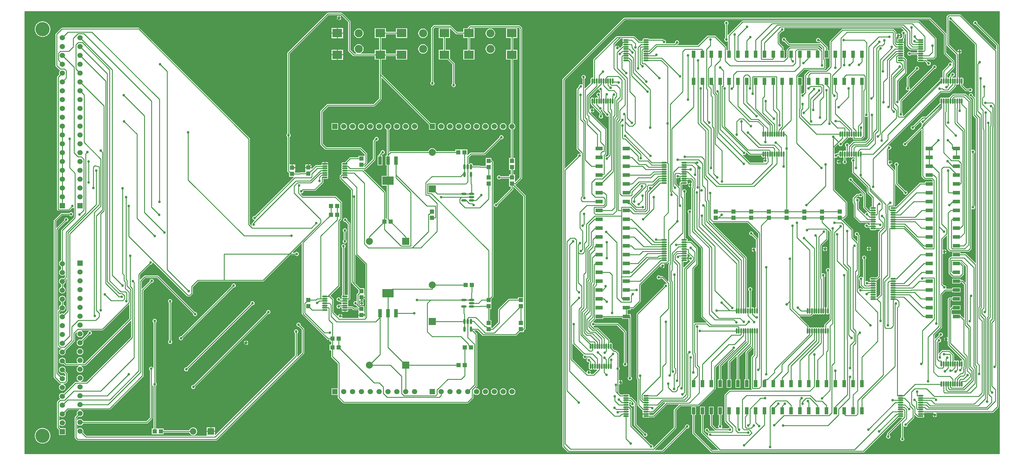
<source format=gtl>
G04 Layer_Physical_Order=1*
G04 Layer_Color=255*
%FSLAX25Y25*%
%MOIN*%
G70*
G01*
G75*
%ADD10R,0.05000X0.05000*%
%ADD11R,0.03937X0.09449*%
%ADD12R,0.12598X0.09449*%
%ADD13O,0.02362X0.06102*%
%ADD14R,0.05000X0.05000*%
%ADD15O,0.06102X0.02362*%
%ADD16R,0.03937X0.07874*%
%ADD17R,0.07874X0.03937*%
%ADD18R,0.11024X0.09449*%
%ADD19O,0.06299X0.01772*%
%ADD20O,0.01772X0.06299*%
%ADD21O,0.06102X0.01772*%
%ADD22C,0.01000*%
%ADD23R,0.07874X0.07874*%
%ADD24C,0.07874*%
%ADD25R,0.07874X0.07874*%
%ADD26C,0.07284*%
%ADD27R,0.07284X0.07284*%
%ADD28C,0.16000*%
%ADD29C,0.05906*%
%ADD30R,0.05906X0.05906*%
%ADD31R,0.05906X0.05906*%
%ADD32C,0.09100*%
%ADD33C,0.03000*%
G36*
X1100000Y0D02*
X0D01*
Y500000D01*
X1100000D01*
Y0D01*
D02*
G37*
%LPC*%
G36*
X20000Y488843D02*
X18275Y488673D01*
X16616Y488169D01*
X15087Y487352D01*
X13747Y486253D01*
X12648Y484913D01*
X11830Y483384D01*
X11327Y481725D01*
X11157Y480000D01*
X11327Y478275D01*
X11830Y476616D01*
X12648Y475087D01*
X13747Y473747D01*
X15087Y472648D01*
X16616Y471831D01*
X18275Y471327D01*
X20000Y471157D01*
X21725Y471327D01*
X23384Y471831D01*
X24913Y472648D01*
X26253Y473747D01*
X27352Y475087D01*
X28170Y476616D01*
X28673Y478275D01*
X28843Y480000D01*
X28673Y481725D01*
X28170Y483384D01*
X27352Y484913D01*
X26253Y486253D01*
X24913Y487352D01*
X23384Y488169D01*
X21725Y488673D01*
X20000Y488843D01*
D02*
G37*
G36*
X525483Y480711D02*
X524087Y480527D01*
X522785Y479988D01*
X521668Y479131D01*
X520810Y478013D01*
X520271Y476712D01*
X520087Y475315D01*
X520271Y473918D01*
X520810Y472617D01*
X521668Y471499D01*
X522785Y470642D01*
X524087Y470103D01*
X525483Y469919D01*
X526880Y470103D01*
X528182Y470642D01*
X529299Y471499D01*
X530157Y472617D01*
X530696Y473918D01*
X530880Y475315D01*
X530696Y476712D01*
X530157Y478013D01*
X529299Y479131D01*
X528182Y479988D01*
X526880Y480527D01*
X525483Y480711D01*
D02*
G37*
G36*
X449483D02*
X448087Y480527D01*
X446785Y479988D01*
X445668Y479131D01*
X444810Y478013D01*
X444271Y476712D01*
X444087Y475315D01*
X444271Y473918D01*
X444810Y472617D01*
X445668Y471499D01*
X446785Y470642D01*
X448087Y470103D01*
X449483Y469919D01*
X450880Y470103D01*
X452181Y470642D01*
X453299Y471499D01*
X454157Y472617D01*
X454696Y473918D01*
X454880Y475315D01*
X454696Y476712D01*
X454157Y478013D01*
X453299Y479131D01*
X452181Y479988D01*
X450880Y480527D01*
X449483Y480711D01*
D02*
G37*
G36*
X376983D02*
X375587Y480527D01*
X374285Y479988D01*
X373168Y479131D01*
X372310Y478013D01*
X371771Y476712D01*
X371587Y475315D01*
X371771Y473918D01*
X372310Y472617D01*
X373168Y471499D01*
X374285Y470642D01*
X375587Y470103D01*
X376983Y469919D01*
X378380Y470103D01*
X379681Y470642D01*
X380799Y471499D01*
X381657Y472617D01*
X382196Y473918D01*
X382380Y475315D01*
X382196Y476712D01*
X381657Y478013D01*
X380799Y479131D01*
X379681Y479988D01*
X378380Y480527D01*
X376983Y480711D01*
D02*
G37*
G36*
X525483Y462995D02*
X524087Y462811D01*
X522785Y462272D01*
X521668Y461414D01*
X520810Y460296D01*
X520271Y458995D01*
X520087Y457598D01*
X520271Y456202D01*
X520810Y454900D01*
X521668Y453783D01*
X522785Y452925D01*
X524087Y452386D01*
X525483Y452202D01*
X526880Y452386D01*
X528182Y452925D01*
X529299Y453783D01*
X530157Y454900D01*
X530696Y456202D01*
X530880Y457598D01*
X530696Y458995D01*
X530157Y460296D01*
X529299Y461414D01*
X528182Y462272D01*
X526880Y462811D01*
X525483Y462995D01*
D02*
G37*
G36*
X449483D02*
X448087Y462811D01*
X446785Y462272D01*
X445668Y461414D01*
X444810Y460296D01*
X444271Y458995D01*
X444087Y457598D01*
X444271Y456202D01*
X444810Y454900D01*
X445668Y453783D01*
X446785Y452925D01*
X448087Y452386D01*
X449483Y452202D01*
X450880Y452386D01*
X452181Y452925D01*
X453299Y453783D01*
X454157Y454900D01*
X454696Y456202D01*
X454880Y457598D01*
X454696Y458995D01*
X454157Y460296D01*
X453299Y461414D01*
X452181Y462272D01*
X450880Y462811D01*
X449483Y462995D01*
D02*
G37*
G36*
X1056100Y496525D02*
X1043300D01*
X1042793Y496425D01*
X1042363Y496137D01*
X1041063Y494837D01*
X1040775Y494407D01*
X1040674Y493900D01*
Y462300D01*
X1040775Y461793D01*
X1041063Y461363D01*
X1051322Y451103D01*
Y425387D01*
X1050822Y425120D01*
X1050746Y425171D01*
X1050089Y425302D01*
X1049431Y425171D01*
X1049200Y425017D01*
X1048809Y424829D01*
X1048418Y425017D01*
X1048187Y425171D01*
X1047530Y425302D01*
X1047155Y425227D01*
X1046642Y425538D01*
X1046610Y425590D01*
X1046578Y425804D01*
X1047007Y426233D01*
X1047400Y426155D01*
X1048297Y426333D01*
X1049058Y426842D01*
X1049566Y427603D01*
X1049745Y428500D01*
X1049566Y429397D01*
X1049058Y430158D01*
X1048297Y430667D01*
X1047400Y430845D01*
X1046503Y430667D01*
X1045742Y430158D01*
X1045234Y429397D01*
X1045055Y428500D01*
X1045133Y428108D01*
X1044033Y427008D01*
X1043746Y426578D01*
X1043645Y426070D01*
Y425387D01*
X1043145Y425120D01*
X1043069Y425171D01*
X1042411Y425302D01*
X1041754Y425171D01*
X1041678Y425120D01*
X1041178Y425387D01*
Y428403D01*
X1048837Y436063D01*
X1049125Y436493D01*
X1049226Y437000D01*
X1049226Y437000D01*
Y443700D01*
X1049125Y444207D01*
X1048837Y444637D01*
X1040125Y453349D01*
Y474600D01*
X1040025Y475107D01*
X1039737Y475537D01*
X1022537Y492737D01*
X1022107Y493025D01*
X1021600Y493125D01*
X677100D01*
X676593Y493025D01*
X676163Y492737D01*
X607263Y423837D01*
X606975Y423407D01*
X606875Y422900D01*
Y8100D01*
X606975Y7593D01*
X607263Y7163D01*
X612563Y1863D01*
X612993Y1575D01*
X613500Y1474D01*
X720000D01*
X720507Y1575D01*
X720937Y1863D01*
X747407Y28333D01*
X747800Y28255D01*
X748697Y28433D01*
X749458Y28942D01*
X749967Y29703D01*
X750145Y30600D01*
X749967Y31497D01*
X749458Y32258D01*
X748697Y32767D01*
X747800Y32945D01*
X746903Y32767D01*
X746142Y32258D01*
X745633Y31497D01*
X745455Y30600D01*
X745533Y30207D01*
X719451Y4126D01*
X711653D01*
X711462Y4587D01*
X734937Y28063D01*
X735225Y28493D01*
X735325Y29000D01*
Y48551D01*
X740449Y53675D01*
X760400D01*
X760907Y53775D01*
X761337Y54063D01*
X779437Y72163D01*
X779725Y72593D01*
X779825Y73100D01*
Y97451D01*
X799808Y117433D01*
X800200Y117355D01*
X800681Y117451D01*
X800927Y116990D01*
X784063Y100126D01*
X783775Y99695D01*
X783674Y99188D01*
Y83841D01*
X782232D01*
Y74367D01*
X787769D01*
Y83841D01*
X786326D01*
Y98639D01*
X814454Y126768D01*
X814954Y126561D01*
Y125449D01*
X794063Y104558D01*
X793775Y104128D01*
X793675Y103620D01*
Y83841D01*
X792232D01*
Y74367D01*
X797768D01*
Y83841D01*
X796325D01*
Y103071D01*
X803174Y109920D01*
X803675Y109713D01*
Y83841D01*
X802232D01*
Y74367D01*
X807769D01*
Y83841D01*
X806326D01*
Y109471D01*
X819572Y122718D01*
X820072Y122511D01*
Y121218D01*
X814063Y115208D01*
X813775Y114778D01*
X813675Y114271D01*
Y83841D01*
X812232D01*
Y74367D01*
X817768D01*
Y83841D01*
X816325D01*
Y113722D01*
X822131Y119528D01*
X822631Y119320D01*
Y112006D01*
X820463Y109837D01*
X820175Y109407D01*
X820074Y108900D01*
Y73700D01*
X820175Y73193D01*
X820463Y72763D01*
X820600Y72625D01*
X820555Y72370D01*
X820417Y72126D01*
X796000D01*
X795493Y72025D01*
X795063Y71737D01*
X790463Y67137D01*
X790175Y66707D01*
X790074Y66200D01*
Y36500D01*
X790175Y35993D01*
X790463Y35563D01*
X796137Y29889D01*
X795894Y29424D01*
X795103Y29267D01*
X794342Y28758D01*
X794120Y28425D01*
X786786D01*
X786634Y28925D01*
X786658Y28942D01*
X787167Y29703D01*
X787345Y30600D01*
X787167Y31497D01*
X786658Y32258D01*
X786326Y32480D01*
Y43659D01*
X787769D01*
Y53133D01*
X782232D01*
Y43659D01*
X783674D01*
Y32480D01*
X783342Y32258D01*
X782833Y31497D01*
X782655Y30600D01*
X782833Y29703D01*
X783342Y28942D01*
X783366Y28925D01*
X783215Y28425D01*
X780449D01*
X776326Y32549D01*
Y43659D01*
X777769D01*
Y53133D01*
X772231D01*
Y43659D01*
X773674D01*
Y32000D01*
X773775Y31493D01*
X774063Y31063D01*
X778900Y26226D01*
X778855Y25971D01*
X778717Y25725D01*
X772634D01*
X772289Y26118D01*
X772345Y26400D01*
X772167Y27297D01*
X771658Y28058D01*
X770897Y28567D01*
X770000Y28745D01*
X769103Y28567D01*
X768342Y28058D01*
X767833Y27297D01*
X767655Y26400D01*
X767833Y25503D01*
X768342Y24742D01*
X769103Y24233D01*
X770000Y24055D01*
X770393Y24133D01*
X771063Y23463D01*
X771493Y23175D01*
X771628Y22639D01*
X771333Y22197D01*
X771155Y21300D01*
X771333Y20403D01*
X771644Y19937D01*
X771256Y19618D01*
X766326Y24549D01*
Y43659D01*
X767768D01*
Y53133D01*
X762231D01*
Y43659D01*
X763674D01*
Y24000D01*
X763775Y23493D01*
X764063Y23063D01*
X782838Y4287D01*
X782647Y3825D01*
X776049D01*
X756325Y23549D01*
Y43659D01*
X757768D01*
Y53133D01*
X752232D01*
Y43659D01*
X753675D01*
Y23000D01*
X753775Y22493D01*
X754063Y22063D01*
X774563Y1563D01*
X774993Y1275D01*
X775500Y1175D01*
X946666D01*
X947173Y1275D01*
X947603Y1563D01*
X986556Y40515D01*
X990236D01*
X990427Y40053D01*
X973788Y23414D01*
X973501Y22984D01*
X973400Y22477D01*
Y20880D01*
X973067Y20658D01*
X972559Y19897D01*
X972380Y19000D01*
X972559Y18103D01*
X973067Y17342D01*
X973828Y16833D01*
X974725Y16655D01*
X975623Y16833D01*
X976383Y17342D01*
X976892Y18103D01*
X977070Y19000D01*
X976892Y19897D01*
X976383Y20658D01*
X976051Y20880D01*
Y21928D01*
X988675Y34552D01*
X989174Y34345D01*
Y18281D01*
X988842Y18058D01*
X988334Y17297D01*
X988155Y16400D01*
X988334Y15503D01*
X988842Y14742D01*
X989603Y14233D01*
X990500Y14055D01*
X991397Y14233D01*
X992158Y14742D01*
X992667Y15503D01*
X992845Y16400D01*
X992667Y17297D01*
X992158Y18058D01*
X991825Y18281D01*
Y31163D01*
X992325Y31315D01*
X992642Y30842D01*
X993403Y30333D01*
X994300Y30155D01*
X995197Y30333D01*
X995958Y30842D01*
X996467Y31603D01*
X996645Y32500D01*
X996567Y32893D01*
X1003737Y40063D01*
X1004025Y40493D01*
X1004125Y41000D01*
Y43581D01*
X1004587Y43772D01*
X1007063Y41297D01*
X1007493Y41010D01*
X1008000Y40909D01*
X1008004D01*
X1008397Y40646D01*
X1009055Y40515D01*
X1013583D01*
X1014241Y40646D01*
X1014798Y41019D01*
X1015171Y41576D01*
X1015302Y42234D01*
X1015171Y42892D01*
X1014850Y43372D01*
X1014942Y43434D01*
X1015359Y44058D01*
X1015406Y44293D01*
X1011319D01*
Y45293D01*
X1015406D01*
X1015359Y45529D01*
X1015321Y45586D01*
X1015557Y46027D01*
X1025682D01*
X1025834Y45527D01*
X1025498Y45302D01*
X1024945Y44475D01*
X1024850Y44000D01*
X1029749D01*
X1029655Y44475D01*
X1029102Y45302D01*
X1028766Y45527D01*
X1028918Y46027D01*
X1092352D01*
X1092860Y46128D01*
X1093290Y46415D01*
X1098837Y51963D01*
X1099125Y52393D01*
X1099226Y52900D01*
Y462100D01*
X1099125Y462607D01*
X1098837Y463037D01*
X1075267Y486608D01*
X1075345Y487000D01*
X1075167Y487897D01*
X1074658Y488658D01*
X1073897Y489167D01*
X1073000Y489345D01*
X1072103Y489167D01*
X1071342Y488658D01*
X1070833Y487897D01*
X1070655Y487000D01*
X1070833Y486103D01*
X1071342Y485342D01*
X1072103Y484833D01*
X1073000Y484655D01*
X1073392Y484733D01*
X1096574Y461551D01*
Y457253D01*
X1096113Y457062D01*
X1057037Y496137D01*
X1056607Y496425D01*
X1056100Y496525D01*
D02*
G37*
G36*
X353753Y373753D02*
X346247D01*
Y366247D01*
X353753D01*
Y373753D01*
D02*
G37*
G36*
X540000Y373785D02*
X539020Y373656D01*
X538107Y373278D01*
X537324Y372676D01*
X536722Y371893D01*
X536344Y370980D01*
X536215Y370000D01*
X536344Y369020D01*
X536722Y368107D01*
X537324Y367323D01*
X538107Y366722D01*
X539020Y366344D01*
X540000Y366215D01*
X540980Y366344D01*
X541893Y366722D01*
X542676Y367323D01*
X543278Y368107D01*
X543656Y369020D01*
X543785Y370000D01*
X543656Y370980D01*
X543278Y371893D01*
X542676Y372676D01*
X541893Y373278D01*
X540980Y373656D01*
X540000Y373785D01*
D02*
G37*
G36*
X530000D02*
X529020Y373656D01*
X528107Y373278D01*
X527323Y372676D01*
X526722Y371893D01*
X526344Y370980D01*
X526215Y370000D01*
X526344Y369020D01*
X526722Y368107D01*
X527323Y367323D01*
X528107Y366722D01*
X529020Y366344D01*
X530000Y366215D01*
X530980Y366344D01*
X531893Y366722D01*
X532677Y367323D01*
X533278Y368107D01*
X533656Y369020D01*
X533785Y370000D01*
X533656Y370980D01*
X533278Y371893D01*
X532677Y372676D01*
X531893Y373278D01*
X530980Y373656D01*
X530000Y373785D01*
D02*
G37*
G36*
X520000D02*
X519020Y373656D01*
X518107Y373278D01*
X517323Y372676D01*
X516722Y371893D01*
X516344Y370980D01*
X516215Y370000D01*
X516344Y369020D01*
X516722Y368107D01*
X517323Y367323D01*
X518107Y366722D01*
X519020Y366344D01*
X520000Y366215D01*
X520980Y366344D01*
X521893Y366722D01*
X522677Y367323D01*
X523278Y368107D01*
X523656Y369020D01*
X523785Y370000D01*
X523656Y370980D01*
X523278Y371893D01*
X522677Y372676D01*
X521893Y373278D01*
X520980Y373656D01*
X520000Y373785D01*
D02*
G37*
G36*
X510000D02*
X509020Y373656D01*
X508107Y373278D01*
X507324Y372676D01*
X506722Y371893D01*
X506344Y370980D01*
X506215Y370000D01*
X506344Y369020D01*
X506722Y368107D01*
X507324Y367323D01*
X508107Y366722D01*
X509020Y366344D01*
X510000Y366215D01*
X510980Y366344D01*
X511893Y366722D01*
X512676Y367323D01*
X513278Y368107D01*
X513656Y369020D01*
X513785Y370000D01*
X513656Y370980D01*
X513278Y371893D01*
X512676Y372676D01*
X511893Y373278D01*
X510980Y373656D01*
X510000Y373785D01*
D02*
G37*
G36*
X500000D02*
X499020Y373656D01*
X498107Y373278D01*
X497324Y372676D01*
X496722Y371893D01*
X496344Y370980D01*
X496215Y370000D01*
X496344Y369020D01*
X496722Y368107D01*
X497324Y367323D01*
X498107Y366722D01*
X499020Y366344D01*
X500000Y366215D01*
X500980Y366344D01*
X501893Y366722D01*
X502676Y367323D01*
X503278Y368107D01*
X503656Y369020D01*
X503785Y370000D01*
X503656Y370980D01*
X503278Y371893D01*
X502676Y372676D01*
X501893Y373278D01*
X500980Y373656D01*
X500000Y373785D01*
D02*
G37*
G36*
X490000D02*
X489020Y373656D01*
X488107Y373278D01*
X487324Y372676D01*
X486722Y371893D01*
X486344Y370980D01*
X486215Y370000D01*
X486344Y369020D01*
X486722Y368107D01*
X487324Y367323D01*
X488107Y366722D01*
X489020Y366344D01*
X490000Y366215D01*
X490980Y366344D01*
X491893Y366722D01*
X492676Y367323D01*
X493278Y368107D01*
X493656Y369020D01*
X493785Y370000D01*
X493656Y370980D01*
X493278Y371893D01*
X492676Y372676D01*
X491893Y373278D01*
X490980Y373656D01*
X490000Y373785D01*
D02*
G37*
G36*
X480000D02*
X479020Y373656D01*
X478107Y373278D01*
X477323Y372676D01*
X476722Y371893D01*
X476344Y370980D01*
X476215Y370000D01*
X476344Y369020D01*
X476722Y368107D01*
X477323Y367323D01*
X478107Y366722D01*
X479020Y366344D01*
X480000Y366215D01*
X480980Y366344D01*
X481893Y366722D01*
X482677Y367323D01*
X483278Y368107D01*
X483656Y369020D01*
X483785Y370000D01*
X483656Y370980D01*
X483278Y371893D01*
X482677Y372676D01*
X481893Y373278D01*
X480980Y373656D01*
X480000Y373785D01*
D02*
G37*
G36*
X470000D02*
X469020Y373656D01*
X468107Y373278D01*
X467323Y372676D01*
X466722Y371893D01*
X466344Y370980D01*
X466215Y370000D01*
X466344Y369020D01*
X466722Y368107D01*
X467323Y367323D01*
X468107Y366722D01*
X469020Y366344D01*
X470000Y366215D01*
X470980Y366344D01*
X471893Y366722D01*
X472677Y367323D01*
X473278Y368107D01*
X473656Y369020D01*
X473785Y370000D01*
X473656Y370980D01*
X473278Y371893D01*
X472677Y372676D01*
X471893Y373278D01*
X470980Y373656D01*
X470000Y373785D01*
D02*
G37*
G36*
X440000D02*
X439020Y373656D01*
X438107Y373278D01*
X437324Y372676D01*
X436722Y371893D01*
X436344Y370980D01*
X436215Y370000D01*
X436344Y369020D01*
X436722Y368107D01*
X437324Y367323D01*
X438107Y366722D01*
X439020Y366344D01*
X440000Y366215D01*
X440980Y366344D01*
X441893Y366722D01*
X442676Y367323D01*
X443278Y368107D01*
X443656Y369020D01*
X443785Y370000D01*
X443656Y370980D01*
X443278Y371893D01*
X442676Y372676D01*
X441893Y373278D01*
X440980Y373656D01*
X440000Y373785D01*
D02*
G37*
G36*
X430000D02*
X429020Y373656D01*
X428107Y373278D01*
X427323Y372676D01*
X426722Y371893D01*
X426344Y370980D01*
X426215Y370000D01*
X426344Y369020D01*
X426722Y368107D01*
X427323Y367323D01*
X428107Y366722D01*
X429020Y366344D01*
X430000Y366215D01*
X430980Y366344D01*
X431893Y366722D01*
X432677Y367323D01*
X433278Y368107D01*
X433656Y369020D01*
X433785Y370000D01*
X433656Y370980D01*
X433278Y371893D01*
X432677Y372676D01*
X431893Y373278D01*
X430980Y373656D01*
X430000Y373785D01*
D02*
G37*
G36*
X420000D02*
X419020Y373656D01*
X418107Y373278D01*
X417323Y372676D01*
X416722Y371893D01*
X416344Y370980D01*
X416215Y370000D01*
X416344Y369020D01*
X416722Y368107D01*
X417323Y367323D01*
X418107Y366722D01*
X419020Y366344D01*
X420000Y366215D01*
X420980Y366344D01*
X421893Y366722D01*
X422677Y367323D01*
X423278Y368107D01*
X423656Y369020D01*
X423785Y370000D01*
X423656Y370980D01*
X423278Y371893D01*
X422677Y372676D01*
X421893Y373278D01*
X420980Y373656D01*
X420000Y373785D01*
D02*
G37*
G36*
X400000D02*
X399020Y373656D01*
X398107Y373278D01*
X397323Y372676D01*
X396722Y371893D01*
X396344Y370980D01*
X396215Y370000D01*
X396344Y369020D01*
X396722Y368107D01*
X397323Y367323D01*
X398107Y366722D01*
X399020Y366344D01*
X400000Y366215D01*
X400980Y366344D01*
X401893Y366722D01*
X402676Y367323D01*
X403278Y368107D01*
X403656Y369020D01*
X403785Y370000D01*
X403656Y370980D01*
X403278Y371893D01*
X402676Y372676D01*
X401893Y373278D01*
X400980Y373656D01*
X400000Y373785D01*
D02*
G37*
G36*
X390000D02*
X389020Y373656D01*
X388107Y373278D01*
X387323Y372676D01*
X386722Y371893D01*
X386344Y370980D01*
X386215Y370000D01*
X386344Y369020D01*
X386722Y368107D01*
X387323Y367323D01*
X388107Y366722D01*
X389020Y366344D01*
X390000Y366215D01*
X390980Y366344D01*
X391893Y366722D01*
X392676Y367323D01*
X393278Y368107D01*
X393656Y369020D01*
X393785Y370000D01*
X393656Y370980D01*
X393278Y371893D01*
X392676Y372676D01*
X391893Y373278D01*
X390980Y373656D01*
X390000Y373785D01*
D02*
G37*
G36*
X380000D02*
X379020Y373656D01*
X378107Y373278D01*
X377324Y372676D01*
X376722Y371893D01*
X376344Y370980D01*
X376215Y370000D01*
X376344Y369020D01*
X376722Y368107D01*
X377324Y367323D01*
X378107Y366722D01*
X379020Y366344D01*
X380000Y366215D01*
X380980Y366344D01*
X381893Y366722D01*
X382677Y367323D01*
X383278Y368107D01*
X383656Y369020D01*
X383785Y370000D01*
X383656Y370980D01*
X383278Y371893D01*
X382677Y372676D01*
X381893Y373278D01*
X380980Y373656D01*
X380000Y373785D01*
D02*
G37*
G36*
X370000D02*
X369020Y373656D01*
X368107Y373278D01*
X367323Y372676D01*
X366722Y371893D01*
X366344Y370980D01*
X366215Y370000D01*
X366344Y369020D01*
X366722Y368107D01*
X367323Y367323D01*
X368107Y366722D01*
X369020Y366344D01*
X370000Y366215D01*
X370980Y366344D01*
X371893Y366722D01*
X372676Y367323D01*
X373278Y368107D01*
X373656Y369020D01*
X373785Y370000D01*
X373656Y370980D01*
X373278Y371893D01*
X372676Y372676D01*
X371893Y373278D01*
X370980Y373656D01*
X370000Y373785D01*
D02*
G37*
G36*
X360000D02*
X359020Y373656D01*
X358107Y373278D01*
X357324Y372676D01*
X356722Y371893D01*
X356344Y370980D01*
X356215Y370000D01*
X356344Y369020D01*
X356722Y368107D01*
X357324Y367323D01*
X358107Y366722D01*
X359020Y366344D01*
X360000Y366215D01*
X360980Y366344D01*
X361893Y366722D01*
X362677Y367323D01*
X363278Y368107D01*
X363656Y369020D01*
X363785Y370000D01*
X363656Y370980D01*
X363278Y371893D01*
X362677Y372676D01*
X361893Y373278D01*
X360980Y373656D01*
X360000Y373785D01*
D02*
G37*
G36*
X404100Y343145D02*
X403203Y342967D01*
X402442Y342458D01*
X401933Y341697D01*
X401755Y340800D01*
X401833Y340407D01*
X400007Y338582D01*
X399720Y338152D01*
X399619Y337645D01*
Y336942D01*
X398176D01*
Y325893D01*
X403713D01*
Y336942D01*
X402823D01*
X402616Y337442D01*
X403708Y338533D01*
X404100Y338455D01*
X404997Y338633D01*
X405758Y339142D01*
X406267Y339903D01*
X406445Y340800D01*
X406267Y341697D01*
X405758Y342458D01*
X404997Y342967D01*
X404100Y343145D01*
D02*
G37*
G36*
X357700Y498525D02*
X342200D01*
X341693Y498425D01*
X341263Y498137D01*
X296763Y453637D01*
X296475Y453207D01*
X296375Y452700D01*
Y361880D01*
X296042Y361658D01*
X295533Y360897D01*
X295355Y360000D01*
X295533Y359103D01*
X296042Y358342D01*
X296375Y358120D01*
Y319400D01*
X296393Y319307D01*
X296388Y319213D01*
X296443Y319056D01*
X296475Y318893D01*
X296528Y318814D01*
X296560Y318725D01*
X296670Y318601D01*
X296763Y318463D01*
X296842Y318410D01*
X296905Y318340D01*
X298400Y317218D01*
Y313100D01*
X303318D01*
X303525Y312600D01*
X259593Y268667D01*
X259200Y268745D01*
X258303Y268567D01*
X257542Y268058D01*
X257033Y267297D01*
X256855Y266400D01*
X257033Y265503D01*
X257542Y264742D01*
X258303Y264233D01*
X259149Y264065D01*
X259419Y263627D01*
X257463Y261672D01*
X257175Y261242D01*
X257108Y260903D01*
X256742Y260658D01*
X256233Y259897D01*
X256055Y259000D01*
X256233Y258103D01*
X256544Y257637D01*
X256156Y257318D01*
X253925Y259549D01*
Y356100D01*
X253825Y356607D01*
X253537Y357037D01*
X129437Y481137D01*
X129007Y481425D01*
X128500Y481526D01*
X42000D01*
X41493Y481425D01*
X41063Y481137D01*
X35063Y475137D01*
X34775Y474707D01*
X34675Y474200D01*
Y438900D01*
X34775Y438393D01*
X35063Y437963D01*
X38963Y434063D01*
X39393Y433775D01*
X39647Y433725D01*
X39772Y433190D01*
X39623Y433076D01*
X39022Y432293D01*
X38644Y431380D01*
X38515Y430400D01*
X38644Y429420D01*
X38879Y428853D01*
X36763Y426737D01*
X36475Y426307D01*
X36375Y425800D01*
Y276000D01*
X36475Y275493D01*
X36763Y275063D01*
X36963Y274863D01*
X37393Y274575D01*
X37900Y274475D01*
X49600D01*
X50107Y274575D01*
X50537Y274863D01*
X53307Y277633D01*
X53700Y277555D01*
X54597Y277733D01*
X54975Y277985D01*
X55475Y277718D01*
Y267249D01*
X41363Y253137D01*
X41075Y252707D01*
X40975Y252200D01*
Y218313D01*
X40407Y218078D01*
X39623Y217477D01*
X39022Y216693D01*
X38644Y215780D01*
X38515Y214800D01*
X38644Y213820D01*
X39022Y212907D01*
X39623Y212123D01*
X40407Y211522D01*
X40975Y211287D01*
Y208313D01*
X40407Y208078D01*
X39623Y207476D01*
X39022Y206693D01*
X38644Y205780D01*
X38515Y204800D01*
X38644Y203820D01*
X39022Y202907D01*
X39623Y202123D01*
X40407Y201522D01*
X41320Y201144D01*
X42300Y201015D01*
X43280Y201144D01*
X44193Y201522D01*
X44927Y202086D01*
X45349Y201997D01*
X45427Y201971D01*
Y199802D01*
X43847Y198221D01*
X43280Y198456D01*
X42300Y198585D01*
X41320Y198456D01*
X40407Y198078D01*
X39623Y197476D01*
X39022Y196693D01*
X38644Y195780D01*
X38515Y194800D01*
X38644Y193820D01*
X39022Y192907D01*
X39623Y192123D01*
X40407Y191522D01*
X40975Y191287D01*
Y188313D01*
X40407Y188078D01*
X39623Y187477D01*
X39022Y186693D01*
X38644Y185780D01*
X38515Y184800D01*
X38644Y183820D01*
X39022Y182907D01*
X39623Y182123D01*
X40407Y181522D01*
X41320Y181144D01*
X42300Y181015D01*
X43280Y181144D01*
X44193Y181522D01*
X44976Y182123D01*
X45578Y182907D01*
X45956Y183820D01*
X46085Y184800D01*
X45956Y185780D01*
X45578Y186693D01*
X44976Y187477D01*
X44193Y188078D01*
X43626Y188313D01*
Y191287D01*
X44193Y191522D01*
X44976Y192123D01*
X45578Y192907D01*
X45956Y193820D01*
X46085Y194800D01*
X45956Y195780D01*
X45721Y196347D01*
X46765Y197391D01*
X47227Y197199D01*
Y161602D01*
X43847Y158221D01*
X43280Y158456D01*
X42300Y158585D01*
X41320Y158456D01*
X40407Y158078D01*
X39673Y157514D01*
X39250Y157603D01*
X39173Y157630D01*
Y159798D01*
X40753Y161379D01*
X41320Y161144D01*
X42300Y161015D01*
X43280Y161144D01*
X44193Y161522D01*
X44976Y162124D01*
X45578Y162907D01*
X45956Y163820D01*
X46085Y164800D01*
X45956Y165780D01*
X45578Y166693D01*
X44976Y167476D01*
X44193Y168078D01*
X43626Y168313D01*
Y171287D01*
X44193Y171522D01*
X44976Y172124D01*
X45578Y172907D01*
X45956Y173820D01*
X46085Y174800D01*
X45956Y175780D01*
X45578Y176693D01*
X44976Y177477D01*
X44193Y178078D01*
X43280Y178456D01*
X42300Y178585D01*
X41320Y178456D01*
X40407Y178078D01*
X39623Y177477D01*
X39022Y176693D01*
X38644Y175780D01*
X38515Y174800D01*
X38644Y173820D01*
X39022Y172907D01*
X39623Y172124D01*
X40407Y171522D01*
X40975Y171287D01*
Y168313D01*
X40407Y168078D01*
X39623Y167476D01*
X39022Y166693D01*
X38644Y165780D01*
X38515Y164800D01*
X38644Y163820D01*
X38879Y163253D01*
X37787Y162162D01*
X37326Y162353D01*
Y253151D01*
X46407Y262233D01*
X46800Y262155D01*
X47697Y262333D01*
X48458Y262842D01*
X48967Y263603D01*
X49145Y264500D01*
X48967Y265397D01*
X48458Y266158D01*
X47697Y266667D01*
X46800Y266845D01*
X45903Y266667D01*
X45142Y266158D01*
X44633Y265397D01*
X44455Y264500D01*
X44533Y264107D01*
X35887Y255462D01*
X35425Y255653D01*
Y262851D01*
X42049Y269475D01*
X50419D01*
X50642Y269142D01*
X51403Y268633D01*
X52300Y268455D01*
X53197Y268633D01*
X53958Y269142D01*
X54466Y269903D01*
X54645Y270800D01*
X54466Y271697D01*
X53958Y272458D01*
X53197Y272967D01*
X52300Y273145D01*
X51403Y272967D01*
X50642Y272458D01*
X50419Y272126D01*
X41500D01*
X40993Y272025D01*
X40563Y271737D01*
X33163Y264337D01*
X32875Y263907D01*
X32774Y263400D01*
Y86200D01*
X32875Y85693D01*
X33163Y85263D01*
X39163Y79263D01*
X39593Y78975D01*
X40100Y78874D01*
X41024D01*
X41123Y78374D01*
X40407Y78078D01*
X39623Y77477D01*
X39022Y76693D01*
X38644Y75780D01*
X38515Y74800D01*
X38644Y73820D01*
X39022Y72907D01*
X39623Y72123D01*
X40407Y71522D01*
X41320Y71144D01*
X42300Y71015D01*
X43280Y71144D01*
X44193Y71522D01*
X44976Y72123D01*
X45578Y72907D01*
X45956Y73820D01*
X46085Y74800D01*
X45956Y75780D01*
X45578Y76693D01*
X44976Y77477D01*
X44193Y78078D01*
X43477Y78374D01*
X43576Y78874D01*
X45000D01*
X45507Y78975D01*
X45937Y79263D01*
X47837Y81163D01*
X48125Y81593D01*
X48226Y82100D01*
Y90200D01*
X48125Y90707D01*
X47837Y91137D01*
X45721Y93253D01*
X45956Y93820D01*
X46085Y94800D01*
X45956Y95780D01*
X45578Y96693D01*
X44976Y97477D01*
X44193Y98078D01*
X43280Y98456D01*
X42300Y98585D01*
X41320Y98456D01*
X40407Y98078D01*
X39623Y97477D01*
X39022Y96693D01*
X38644Y95780D01*
X38515Y94800D01*
X38644Y93820D01*
X39022Y92907D01*
X39623Y92124D01*
X40407Y91522D01*
X41320Y91144D01*
X42300Y91015D01*
X43280Y91144D01*
X43847Y91379D01*
X45575Y89651D01*
Y87475D01*
X45101Y87314D01*
X44976Y87476D01*
X44193Y88078D01*
X43280Y88456D01*
X42300Y88585D01*
X41320Y88456D01*
X40753Y88221D01*
X37326Y91649D01*
Y120494D01*
X37787Y120685D01*
X39110Y119363D01*
X39540Y119075D01*
X40047Y118974D01*
X41427D01*
X41460Y118474D01*
X41320Y118456D01*
X40407Y118078D01*
X39623Y117476D01*
X39022Y116693D01*
X38644Y115780D01*
X38515Y114800D01*
X38644Y113820D01*
X39022Y112907D01*
X39623Y112124D01*
X40407Y111522D01*
X41320Y111144D01*
X42300Y111015D01*
X43280Y111144D01*
X44193Y111522D01*
X44976Y112124D01*
X45578Y112907D01*
X45956Y113820D01*
X46085Y114800D01*
X45956Y115780D01*
X45721Y116347D01*
X56337Y126963D01*
X56625Y127393D01*
X56726Y127900D01*
Y135651D01*
X58803Y137728D01*
X59180Y137398D01*
X59022Y137193D01*
X58644Y136280D01*
X58515Y135300D01*
X58644Y134320D01*
X59022Y133407D01*
X59623Y132624D01*
X60407Y132022D01*
X61320Y131644D01*
X62300Y131515D01*
X63280Y131644D01*
X64193Y132022D01*
X64977Y132624D01*
X65578Y133407D01*
X65956Y134320D01*
X66085Y135300D01*
X65956Y136280D01*
X65578Y137193D01*
X64977Y137977D01*
X64193Y138578D01*
X63477Y138874D01*
X63576Y139374D01*
X87500D01*
X88007Y139475D01*
X88437Y139763D01*
X117613Y168938D01*
X118075Y168747D01*
Y152749D01*
X67351Y102025D01*
X64975D01*
X64814Y102499D01*
X64977Y102623D01*
X65578Y103407D01*
X65956Y104320D01*
X66085Y105300D01*
X65956Y106280D01*
X65578Y107193D01*
X64977Y107976D01*
X64193Y108578D01*
X63280Y108956D01*
X62300Y109085D01*
X61320Y108956D01*
X60407Y108578D01*
X59623Y107976D01*
X59022Y107193D01*
X58644Y106280D01*
X58515Y105300D01*
X58644Y104320D01*
X59022Y103407D01*
X59623Y102623D01*
X59786Y102499D01*
X59625Y102025D01*
X46949D01*
X45721Y103253D01*
X45956Y103820D01*
X46085Y104800D01*
X45956Y105780D01*
X45578Y106693D01*
X44976Y107476D01*
X44193Y108078D01*
X43280Y108456D01*
X42300Y108585D01*
X41320Y108456D01*
X40407Y108078D01*
X39623Y107476D01*
X39022Y106693D01*
X38644Y105780D01*
X38515Y104800D01*
X38644Y103820D01*
X39022Y102907D01*
X39623Y102123D01*
X40407Y101522D01*
X41320Y101144D01*
X42300Y101015D01*
X43280Y101144D01*
X43847Y101379D01*
X45463Y99763D01*
X45893Y99475D01*
X46400Y99375D01*
X61024D01*
X61123Y98874D01*
X60407Y98578D01*
X59623Y97976D01*
X59022Y97193D01*
X58644Y96280D01*
X58515Y95300D01*
X58644Y94320D01*
X59022Y93407D01*
X59623Y92624D01*
X60407Y92022D01*
X61320Y91644D01*
X62300Y91515D01*
X63280Y91644D01*
X64193Y92022D01*
X64977Y92624D01*
X65578Y93407D01*
X65956Y94320D01*
X66085Y95300D01*
X65956Y96280D01*
X65578Y97193D01*
X64977Y97976D01*
X64193Y98578D01*
X63477Y98874D01*
X63576Y99375D01*
X67900D01*
X68407Y99475D01*
X68837Y99763D01*
X119513Y150438D01*
X119975Y150247D01*
Y131749D01*
X69351Y81125D01*
X63173D01*
X63140Y81625D01*
X63280Y81644D01*
X64193Y82022D01*
X64977Y82623D01*
X65578Y83407D01*
X65956Y84320D01*
X66085Y85300D01*
X65956Y86280D01*
X65578Y87193D01*
X64977Y87976D01*
X64193Y88578D01*
X63280Y88956D01*
X62300Y89085D01*
X61320Y88956D01*
X60407Y88578D01*
X59623Y87976D01*
X59022Y87193D01*
X58644Y86280D01*
X58515Y85300D01*
X58644Y84320D01*
X59022Y83407D01*
X59623Y82623D01*
X60407Y82022D01*
X61320Y81644D01*
X61460Y81625D01*
X61427Y81125D01*
X57300D01*
X56793Y81025D01*
X56363Y80737D01*
X43847Y68221D01*
X43280Y68456D01*
X42300Y68585D01*
X41320Y68456D01*
X40407Y68078D01*
X39623Y67476D01*
X39022Y66693D01*
X38644Y65780D01*
X38515Y64800D01*
X38644Y63820D01*
X39022Y62907D01*
X39623Y62124D01*
X39767Y62014D01*
X39637Y61483D01*
X39346Y61425D01*
X38916Y61137D01*
X36763Y58985D01*
X36475Y58554D01*
X36375Y58047D01*
Y29400D01*
X36475Y28893D01*
X36763Y28463D01*
X38547Y26678D01*
Y21047D01*
X46053D01*
Y28553D01*
X40422D01*
X39026Y29949D01*
Y32125D01*
X39499Y32286D01*
X39623Y32124D01*
X40407Y31522D01*
X41320Y31144D01*
X42300Y31015D01*
X43280Y31144D01*
X44193Y31522D01*
X44976Y32124D01*
X45578Y32907D01*
X45956Y33820D01*
X46085Y34800D01*
X45956Y35780D01*
X45578Y36693D01*
X44976Y37477D01*
X44193Y38078D01*
X43280Y38456D01*
X42300Y38585D01*
X41320Y38456D01*
X40407Y38078D01*
X39623Y37477D01*
X39499Y37314D01*
X39026Y37475D01*
Y42125D01*
X39499Y42286D01*
X39623Y42123D01*
X40407Y41522D01*
X41320Y41144D01*
X42300Y41015D01*
X43280Y41144D01*
X44193Y41522D01*
X44976Y42123D01*
X45578Y42907D01*
X45956Y43820D01*
X46085Y44800D01*
X45956Y45780D01*
X45721Y46347D01*
X48849Y49474D01*
X61427D01*
X61460Y48974D01*
X61320Y48956D01*
X60407Y48578D01*
X59623Y47976D01*
X59022Y47193D01*
X58644Y46280D01*
X58515Y45300D01*
X58644Y44320D01*
X58879Y43753D01*
X56763Y41637D01*
X56475Y41207D01*
X56375Y40700D01*
Y18100D01*
X56475Y17593D01*
X56763Y17163D01*
X58763Y15163D01*
X59193Y14875D01*
X59700Y14774D01*
X216400D01*
X216907Y14875D01*
X217337Y15163D01*
X314887Y112713D01*
X315175Y113143D01*
X315276Y113650D01*
Y140750D01*
X315175Y141257D01*
X314887Y141687D01*
X311267Y145308D01*
X311345Y145700D01*
X311167Y146597D01*
X310658Y147358D01*
X309897Y147867D01*
X309000Y148045D01*
X308103Y147867D01*
X307342Y147358D01*
X306833Y146597D01*
X306655Y145700D01*
X306833Y144803D01*
X307342Y144042D01*
X308103Y143533D01*
X309000Y143355D01*
X309392Y143433D01*
X312625Y140201D01*
Y114199D01*
X308109Y109684D01*
X307652Y109881D01*
X307630Y109912D01*
X307726Y110391D01*
Y136119D01*
X308058Y136342D01*
X308567Y137103D01*
X308745Y138000D01*
X308567Y138897D01*
X308058Y139658D01*
X307297Y140167D01*
X306400Y140345D01*
X305503Y140167D01*
X304742Y139658D01*
X304233Y138897D01*
X304055Y138000D01*
X304233Y137103D01*
X304742Y136342D01*
X305075Y136119D01*
Y110940D01*
X215104Y20969D01*
X214642Y21160D01*
Y24500D01*
X210000D01*
X205358D01*
Y20358D01*
X205358D01*
X205196Y19926D01*
X69549D01*
X65721Y23753D01*
X65956Y24320D01*
X66085Y25300D01*
X65956Y26280D01*
X65578Y27193D01*
X64977Y27977D01*
X64193Y28578D01*
X63280Y28956D01*
X62300Y29085D01*
X61320Y28956D01*
X60407Y28578D01*
X59623Y27977D01*
X59499Y27814D01*
X59026Y27975D01*
Y32625D01*
X59499Y32786D01*
X59623Y32623D01*
X60407Y32022D01*
X61320Y31644D01*
X62300Y31515D01*
X63280Y31644D01*
X64193Y32022D01*
X64977Y32623D01*
X65578Y33407D01*
X65813Y33974D01*
X137800D01*
X138307Y34075D01*
X138737Y34363D01*
X143437Y39063D01*
X143725Y39493D01*
X143825Y40000D01*
Y77393D01*
X144325Y77443D01*
X144333Y77403D01*
X144842Y76642D01*
X145175Y76420D01*
Y28300D01*
X143200D01*
Y21700D01*
X149700D01*
X149800Y21700D01*
X150200D01*
X150300Y21700D01*
X156800D01*
Y23674D01*
X185741D01*
X186120Y22760D01*
X186832Y21832D01*
X187760Y21120D01*
X188840Y20673D01*
X190000Y20520D01*
X191159Y20673D01*
X192240Y21120D01*
X193168Y21832D01*
X193880Y22760D01*
X194327Y23841D01*
X194480Y25000D01*
X194327Y26160D01*
X193880Y27240D01*
X193168Y28168D01*
X192240Y28880D01*
X191159Y29327D01*
X190000Y29480D01*
X188840Y29327D01*
X187760Y28880D01*
X186832Y28168D01*
X186120Y27240D01*
X185741Y26326D01*
X156800D01*
Y28300D01*
X150300D01*
X150200Y28300D01*
X149800D01*
X149700Y28300D01*
X147826D01*
Y76420D01*
X148158Y76642D01*
X148667Y77403D01*
X148845Y78300D01*
X148667Y79197D01*
X148158Y79958D01*
X147826Y80181D01*
Y148119D01*
X148158Y148342D01*
X148667Y149103D01*
X148845Y150000D01*
X148667Y150897D01*
X148158Y151658D01*
X147397Y152167D01*
X146500Y152345D01*
X145603Y152167D01*
X144842Y151658D01*
X144333Y150897D01*
X144155Y150000D01*
X144333Y149103D01*
X144842Y148342D01*
X145175Y148119D01*
Y96807D01*
X144675Y96757D01*
X144667Y96797D01*
X144158Y97558D01*
X143397Y98067D01*
X142500Y98245D01*
X141603Y98067D01*
X140842Y97558D01*
X140333Y96797D01*
X140155Y95900D01*
X140333Y95003D01*
X140842Y94242D01*
X141174Y94020D01*
Y40549D01*
X137251Y36625D01*
X65813D01*
X65578Y37193D01*
X64977Y37977D01*
X64193Y38578D01*
X63280Y38956D01*
X62300Y39085D01*
X61320Y38956D01*
X60407Y38578D01*
X59623Y37977D01*
X59499Y37814D01*
X59026Y37975D01*
Y40151D01*
X60753Y41879D01*
X61320Y41644D01*
X62300Y41515D01*
X63280Y41644D01*
X64193Y42022D01*
X64977Y42623D01*
X65578Y43407D01*
X65956Y44320D01*
X66085Y45300D01*
X65956Y46280D01*
X65578Y47193D01*
X64977Y47976D01*
X64193Y48578D01*
X63280Y48956D01*
X63140Y48974D01*
X63173Y49474D01*
X95755D01*
X96262Y49575D01*
X96692Y49863D01*
X133737Y86908D01*
X134025Y87338D01*
X134125Y87845D01*
Y184351D01*
X142807Y193033D01*
X143200Y192955D01*
X144097Y193133D01*
X144858Y193642D01*
X145367Y194403D01*
X145545Y195300D01*
X145367Y196197D01*
X144858Y196958D01*
X144097Y197467D01*
X143200Y197645D01*
X142303Y197467D01*
X141542Y196958D01*
X141033Y196197D01*
X140855Y195300D01*
X140933Y194907D01*
X132487Y186462D01*
X132026Y186653D01*
Y194551D01*
X136249Y198775D01*
X149451D01*
X190033Y158193D01*
X189955Y157800D01*
X190133Y156903D01*
X190642Y156142D01*
X191403Y155633D01*
X192300Y155455D01*
X193197Y155633D01*
X193958Y156142D01*
X194467Y156903D01*
X194645Y157800D01*
X194467Y158697D01*
X193958Y159458D01*
X193197Y159967D01*
X192300Y160145D01*
X191908Y160067D01*
X150937Y201037D01*
X150507Y201325D01*
X150000Y201426D01*
X135700D01*
X135193Y201325D01*
X134763Y201037D01*
X130587Y196862D01*
X130125Y197053D01*
Y202251D01*
X141507Y213633D01*
X141900Y213555D01*
X142797Y213733D01*
X143558Y214242D01*
X144067Y215003D01*
X144245Y215900D01*
X144202Y216116D01*
X144663Y216363D01*
X183063Y177963D01*
X183493Y177675D01*
X184000Y177575D01*
X186000D01*
X186507Y177675D01*
X186937Y177963D01*
X189137Y180163D01*
X189425Y180593D01*
X189525Y181100D01*
Y188351D01*
X195849Y194675D01*
X268900D01*
X269407Y194775D01*
X269837Y195063D01*
X299249Y224475D01*
X305220D01*
X305442Y224142D01*
X306203Y223633D01*
X307100Y223455D01*
X307997Y223633D01*
X308758Y224142D01*
X309267Y224903D01*
X309445Y225800D01*
X309267Y226697D01*
X308758Y227458D01*
X307997Y227967D01*
X307100Y228145D01*
X306203Y227967D01*
X305442Y227458D01*
X305220Y227126D01*
X302553D01*
X302362Y227587D01*
X312313Y237538D01*
X312774Y237347D01*
Y158100D01*
X312875Y157593D01*
X313163Y157163D01*
X341263Y129063D01*
X341693Y128775D01*
X342200Y128674D01*
X344000D01*
Y126700D01*
X345974D01*
Y123300D01*
X344000D01*
Y116700D01*
X345974D01*
Y109500D01*
X346075Y108993D01*
X346363Y108563D01*
X353274Y101651D01*
Y73753D01*
X346247D01*
Y66247D01*
X353274D01*
Y63500D01*
X353375Y62993D01*
X353663Y62563D01*
X359063Y57163D01*
X359493Y56875D01*
X360000Y56774D01*
X500000D01*
X500507Y56875D01*
X500937Y57163D01*
X505937Y62163D01*
X506225Y62593D01*
X506325Y63100D01*
Y67803D01*
X506825Y67973D01*
X507324Y67323D01*
X508107Y66722D01*
X509020Y66344D01*
X510000Y66215D01*
X510980Y66344D01*
X511893Y66722D01*
X512676Y67323D01*
X513278Y68107D01*
X513656Y69020D01*
X513785Y70000D01*
X513656Y70980D01*
X513278Y71893D01*
X512676Y72676D01*
X511893Y73278D01*
X510980Y73656D01*
X510000Y73785D01*
X509271Y73689D01*
X509037Y74163D01*
X510337Y75463D01*
X510625Y75893D01*
X510725Y76400D01*
Y134911D01*
X510625Y135418D01*
X510337Y135848D01*
X507402Y138783D01*
X507593Y139245D01*
X510780D01*
X516363Y133663D01*
X516793Y133375D01*
X517300Y133274D01*
X554100D01*
X554607Y133375D01*
X555037Y133663D01*
X558574Y137200D01*
X563300D01*
Y139234D01*
X563507Y139275D01*
X563937Y139563D01*
X564937Y140563D01*
X565225Y140993D01*
X565325Y141500D01*
Y291400D01*
X565225Y291907D01*
X564937Y292337D01*
X553689Y303586D01*
X553856Y304125D01*
X554107Y304175D01*
X554537Y304463D01*
X560937Y310863D01*
X561225Y311293D01*
X561326Y311800D01*
Y481000D01*
X561225Y481507D01*
X560937Y481937D01*
X559037Y483837D01*
X558607Y484125D01*
X558100Y484226D01*
X503000D01*
X502493Y484125D01*
X502063Y483837D01*
X500263Y482037D01*
X499975Y481607D01*
X499874Y481100D01*
Y481024D01*
X494888D01*
Y476826D01*
X488049D01*
X480537Y484337D01*
X480107Y484625D01*
X479600Y484726D01*
X462400D01*
X461893Y484625D01*
X461463Y484337D01*
X459063Y481937D01*
X458775Y481507D01*
X458674Y481000D01*
Y420614D01*
X458442Y420458D01*
X457933Y419697D01*
X457755Y418800D01*
X457933Y417903D01*
X458442Y417142D01*
X459203Y416633D01*
X460100Y416455D01*
X460997Y416633D01*
X461758Y417142D01*
X462267Y417903D01*
X462445Y418800D01*
X462267Y419697D01*
X461758Y420458D01*
X461326Y420747D01*
Y480451D01*
X462949Y482074D01*
X479051D01*
X479601Y481524D01*
X479394Y481024D01*
X467388D01*
Y469976D01*
X472374D01*
Y456524D01*
X467388D01*
Y445476D01*
X477350D01*
X482675Y440151D01*
Y418614D01*
X482442Y418458D01*
X481933Y417697D01*
X481755Y416800D01*
X481933Y415903D01*
X482442Y415142D01*
X483203Y414633D01*
X484100Y414455D01*
X484997Y414633D01*
X485758Y415142D01*
X486267Y415903D01*
X486445Y416800D01*
X486267Y417697D01*
X485758Y418458D01*
X485325Y418747D01*
Y440700D01*
X485225Y441207D01*
X484937Y441637D01*
X480012Y446563D01*
Y456524D01*
X475026D01*
Y469976D01*
X480012D01*
Y480407D01*
X480512Y480614D01*
X486563Y474563D01*
X486993Y474275D01*
X487500Y474174D01*
X494888D01*
Y469976D01*
X499874D01*
Y456524D01*
X494888D01*
Y445476D01*
X507512D01*
Y456524D01*
X502526D01*
Y469976D01*
X507512D01*
Y481024D01*
X504199D01*
X503932Y481524D01*
X503966Y481574D01*
X557551D01*
X558674Y480451D01*
Y312349D01*
X553762Y307436D01*
X553300Y307628D01*
Y308600D01*
X553300Y308700D01*
Y309100D01*
X553300Y309200D01*
Y315700D01*
X551326D01*
Y320700D01*
X553300D01*
Y327200D01*
X553300Y327300D01*
Y327700D01*
X553300Y327800D01*
Y334300D01*
X551326D01*
Y366487D01*
X551893Y366722D01*
X552676Y367323D01*
X553278Y368107D01*
X553656Y369020D01*
X553785Y370000D01*
X553656Y370980D01*
X553278Y371893D01*
X552676Y372676D01*
X551893Y373278D01*
X551326Y373513D01*
Y445476D01*
X556012D01*
Y456524D01*
X551326D01*
Y469976D01*
X556012D01*
Y481024D01*
X543388D01*
Y469976D01*
X548674D01*
Y456524D01*
X543388D01*
Y445476D01*
X548674D01*
Y373513D01*
X548107Y373278D01*
X547324Y372676D01*
X546722Y371893D01*
X546344Y370980D01*
X546215Y370000D01*
X546344Y369020D01*
X546722Y368107D01*
X547324Y367323D01*
X548107Y366722D01*
X548674Y366487D01*
Y334300D01*
X546700D01*
Y327800D01*
X546700Y327700D01*
Y327300D01*
X546700Y327200D01*
Y320700D01*
X548674D01*
Y315700D01*
X546700D01*
Y313725D01*
X537281D01*
X537058Y314058D01*
X536297Y314567D01*
X535400Y314745D01*
X534503Y314567D01*
X533742Y314058D01*
X533233Y313297D01*
X533055Y312400D01*
X533233Y311503D01*
X533742Y310742D01*
X534503Y310233D01*
X535400Y310055D01*
X536297Y310233D01*
X537058Y310742D01*
X537281Y311074D01*
X546700D01*
Y309200D01*
X546700Y309100D01*
Y308700D01*
X546700Y308600D01*
Y302100D01*
X548674D01*
Y299749D01*
X532293Y283367D01*
X531900Y283445D01*
X531003Y283267D01*
X530242Y282758D01*
X529733Y281997D01*
X529555Y281100D01*
X529733Y280203D01*
X530242Y279442D01*
X531003Y278933D01*
X531900Y278755D01*
X532797Y278933D01*
X533558Y279442D01*
X534067Y280203D01*
X534245Y281100D01*
X534167Y281492D01*
X550937Y298263D01*
X551225Y298693D01*
X551326Y299200D01*
Y301493D01*
X551826Y301700D01*
X562675Y290851D01*
Y176800D01*
X556700D01*
Y174826D01*
X546500D01*
X545993Y174725D01*
X545563Y174437D01*
X534763Y163637D01*
X534475Y163207D01*
X534375Y162700D01*
Y148549D01*
X527651Y141825D01*
X526800D01*
Y143700D01*
X526800Y143800D01*
X526800D01*
Y144200D01*
X526800D01*
Y150800D01*
X524825D01*
Y163200D01*
X526800D01*
Y169800D01*
X526800D01*
Y170200D01*
X526800D01*
Y174925D01*
X528437Y176563D01*
X528725Y176993D01*
X528826Y177500D01*
Y330000D01*
X528725Y330507D01*
X528437Y330937D01*
X527437Y331937D01*
X527007Y332225D01*
X526800Y332266D01*
Y334300D01*
X520200D01*
Y327700D01*
X520200D01*
Y327300D01*
X520200D01*
Y325325D01*
X514378D01*
X514337Y325366D01*
X513907Y325654D01*
X513400Y325755D01*
X505760D01*
Y326299D01*
X505606Y327072D01*
X505168Y327728D01*
X504513Y328165D01*
X503740Y328319D01*
X502967Y328165D01*
X502312Y327728D01*
X502193Y327549D01*
X501701Y327525D01*
X501326Y327915D01*
Y334951D01*
X504049Y337674D01*
X519000D01*
X519507Y337775D01*
X519937Y338063D01*
X537457Y355583D01*
X538100Y355455D01*
X538997Y355633D01*
X539758Y356142D01*
X540267Y356903D01*
X540445Y357800D01*
X540267Y358697D01*
X539758Y359458D01*
X538997Y359967D01*
X538100Y360145D01*
X537203Y359967D01*
X536442Y359458D01*
X535933Y358697D01*
X535755Y357800D01*
X535783Y357658D01*
X518451Y340325D01*
X503500D01*
X502993Y340225D01*
X502563Y339937D01*
X500100Y337474D01*
X499600Y337682D01*
Y343900D01*
X493000D01*
Y343900D01*
X492600D01*
Y343900D01*
X486000D01*
Y341926D01*
X474609D01*
X474562Y341916D01*
X464578D01*
X464138Y342980D01*
X463378Y343969D01*
X462389Y344728D01*
X461237Y345206D01*
X460000Y345369D01*
X458763Y345206D01*
X457611Y344728D01*
X456622Y343969D01*
X455862Y342980D01*
X455422Y341916D01*
X413091D01*
X412583Y341815D01*
X412153Y341528D01*
X411787Y341162D01*
X411326Y341353D01*
Y366487D01*
X411893Y366722D01*
X412676Y367323D01*
X413278Y368107D01*
X413656Y369020D01*
X413785Y370000D01*
X413656Y370980D01*
X413278Y371893D01*
X412676Y372676D01*
X411893Y373278D01*
X410980Y373656D01*
X410000Y373785D01*
X409020Y373656D01*
X408107Y373278D01*
X407324Y372676D01*
X406722Y371893D01*
X406344Y370980D01*
X406215Y370000D01*
X406344Y369020D01*
X406722Y368107D01*
X407324Y367323D01*
X408107Y366722D01*
X408674Y366487D01*
Y337500D01*
Y336942D01*
X407232D01*
Y325893D01*
X408674D01*
Y314107D01*
X402901D01*
Y303058D01*
X408674D01*
Y265500D01*
X407226D01*
Y295300D01*
X407125Y295807D01*
X406837Y296237D01*
X382662Y320413D01*
X382853Y320875D01*
X383900D01*
X384407Y320975D01*
X384837Y321263D01*
X395287Y331713D01*
X395575Y332143D01*
X395675Y332650D01*
Y352801D01*
X396457Y353583D01*
X397100Y353455D01*
X397997Y353633D01*
X398758Y354142D01*
X399267Y354903D01*
X399445Y355800D01*
X399267Y356697D01*
X398758Y357458D01*
X397997Y357967D01*
X397100Y358145D01*
X396203Y357967D01*
X395442Y357458D01*
X394933Y356697D01*
X394755Y355800D01*
X394783Y355658D01*
X393413Y354287D01*
X393125Y353857D01*
X393024Y353350D01*
Y333199D01*
X383800Y323974D01*
X383300Y324182D01*
Y325274D01*
X383307Y325275D01*
X383737Y325563D01*
X385937Y327763D01*
X386225Y328193D01*
X386326Y328700D01*
Y339000D01*
X386225Y339507D01*
X385937Y339937D01*
X379937Y345937D01*
X379507Y346225D01*
X379000Y346325D01*
X340549D01*
X336326Y350549D01*
Y386451D01*
X342549Y392674D01*
X394200D01*
X394707Y392775D01*
X395137Y393063D01*
X402137Y400063D01*
X402425Y400493D01*
X402526Y401000D01*
Y424947D01*
X402987Y425138D01*
X456247Y371878D01*
Y366247D01*
X463753D01*
Y373753D01*
X458122D01*
X402526Y429349D01*
Y445476D01*
X407512D01*
Y449675D01*
X418888D01*
Y445476D01*
X431512D01*
Y456524D01*
X418888D01*
Y452325D01*
X407512D01*
Y456524D01*
X402526D01*
Y469976D01*
X407512D01*
Y474174D01*
X418888D01*
Y469976D01*
X431512D01*
Y481024D01*
X418888D01*
Y476826D01*
X407512D01*
Y481024D01*
X394888D01*
Y469976D01*
X399874D01*
Y456524D01*
X394888D01*
Y452325D01*
X379540D01*
X379441Y452825D01*
X379681Y452925D01*
X380799Y453783D01*
X381657Y454900D01*
X382196Y456202D01*
X382380Y457598D01*
X382196Y458995D01*
X381657Y460296D01*
X380799Y461414D01*
X379681Y462272D01*
X378380Y462811D01*
X376983Y462995D01*
X375587Y462811D01*
X374285Y462272D01*
X373168Y461414D01*
X372310Y460296D01*
X371771Y458995D01*
X371587Y457598D01*
X371771Y456202D01*
X372310Y454900D01*
X373168Y453783D01*
X374285Y452925D01*
X374526Y452825D01*
X374427Y452325D01*
X371749D01*
X367526Y456549D01*
Y488700D01*
X367425Y489207D01*
X367137Y489637D01*
X358637Y498137D01*
X358207Y498425D01*
X357700Y498525D01*
D02*
G37*
G36*
X235800Y192345D02*
X234903Y192167D01*
X234142Y191658D01*
X233633Y190897D01*
X233455Y190000D01*
X233533Y189608D01*
X176593Y132667D01*
X176200Y132745D01*
X175303Y132567D01*
X174542Y132058D01*
X174033Y131297D01*
X173855Y130400D01*
X174033Y129503D01*
X174542Y128742D01*
X175303Y128233D01*
X176200Y128055D01*
X177097Y128233D01*
X177858Y128742D01*
X178367Y129503D01*
X178545Y130400D01*
X178467Y130792D01*
X235407Y187733D01*
X235800Y187655D01*
X236697Y187833D01*
X237458Y188342D01*
X237967Y189103D01*
X238145Y190000D01*
X237967Y190897D01*
X237458Y191658D01*
X236697Y192167D01*
X235800Y192345D01*
D02*
G37*
G36*
X257000Y172345D02*
X256103Y172167D01*
X255342Y171658D01*
X254833Y170897D01*
X254655Y170000D01*
X254733Y169607D01*
X182693Y97567D01*
X182300Y97645D01*
X181403Y97466D01*
X180642Y96958D01*
X180133Y96197D01*
X179955Y95300D01*
X180133Y94403D01*
X180642Y93642D01*
X181403Y93133D01*
X182300Y92955D01*
X183197Y93133D01*
X183958Y93642D01*
X184467Y94403D01*
X184645Y95300D01*
X184567Y95692D01*
X256608Y167733D01*
X257000Y167655D01*
X257897Y167833D01*
X258658Y168342D01*
X259167Y169103D01*
X259345Y170000D01*
X259167Y170897D01*
X258658Y171658D01*
X257897Y172167D01*
X257000Y172345D01*
D02*
G37*
G36*
X274900Y162345D02*
X274003Y162167D01*
X273242Y161658D01*
X272733Y160897D01*
X272555Y160000D01*
X272633Y159608D01*
X190593Y77567D01*
X190200Y77645D01*
X189303Y77466D01*
X188542Y76958D01*
X188033Y76197D01*
X187855Y75300D01*
X188033Y74403D01*
X188542Y73642D01*
X189303Y73133D01*
X190200Y72955D01*
X191097Y73133D01*
X191858Y73642D01*
X192367Y74403D01*
X192545Y75300D01*
X192467Y75692D01*
X274507Y157733D01*
X274900Y157655D01*
X275797Y157833D01*
X276558Y158342D01*
X277067Y159103D01*
X277245Y160000D01*
X277067Y160897D01*
X276558Y161658D01*
X275797Y162167D01*
X274900Y162345D01*
D02*
G37*
G36*
X73400Y138745D02*
X72503Y138567D01*
X71742Y138058D01*
X71233Y137297D01*
X71055Y136400D01*
X71133Y136007D01*
X63847Y128721D01*
X63280Y128956D01*
X62300Y129085D01*
X61320Y128956D01*
X60407Y128578D01*
X59623Y127977D01*
X59022Y127193D01*
X58644Y126280D01*
X58515Y125300D01*
X58644Y124320D01*
X59022Y123407D01*
X59623Y122624D01*
X60407Y122022D01*
X61320Y121644D01*
X62300Y121515D01*
X63280Y121644D01*
X64193Y122022D01*
X64977Y122624D01*
X65578Y123407D01*
X65956Y124320D01*
X66085Y125300D01*
X65956Y126280D01*
X65721Y126847D01*
X73008Y134133D01*
X73400Y134055D01*
X74297Y134233D01*
X75058Y134742D01*
X75567Y135503D01*
X75745Y136400D01*
X75567Y137297D01*
X75058Y138058D01*
X74297Y138567D01*
X73400Y138745D01*
D02*
G37*
G36*
X250200Y127649D02*
Y125700D01*
X252150D01*
X252055Y126175D01*
X251502Y127002D01*
X250676Y127555D01*
X250200Y127649D01*
D02*
G37*
G36*
X249200D02*
X248725Y127555D01*
X247898Y127002D01*
X247345Y126175D01*
X247251Y125700D01*
X249200D01*
Y127649D01*
D02*
G37*
G36*
X164000Y174745D02*
X163103Y174567D01*
X162342Y174058D01*
X161833Y173297D01*
X161655Y172400D01*
X161833Y171503D01*
X162342Y170742D01*
X162674Y170519D01*
Y128080D01*
X162342Y127858D01*
X161833Y127097D01*
X161655Y126200D01*
X161833Y125303D01*
X162342Y124542D01*
X163103Y124033D01*
X164000Y123855D01*
X164897Y124033D01*
X165658Y124542D01*
X166167Y125303D01*
X166345Y126200D01*
X166167Y127097D01*
X165658Y127858D01*
X165325Y128080D01*
Y170519D01*
X165658Y170742D01*
X166167Y171503D01*
X166345Y172400D01*
X166167Y173297D01*
X165658Y174058D01*
X164897Y174567D01*
X164000Y174745D01*
D02*
G37*
G36*
X252150Y124700D02*
X250200D01*
Y122750D01*
X250676Y122845D01*
X251502Y123398D01*
X252055Y124224D01*
X252150Y124700D01*
D02*
G37*
G36*
X249200D02*
X247251D01*
X247345Y124224D01*
X247898Y123398D01*
X248725Y122845D01*
X249200Y122750D01*
Y124700D01*
D02*
G37*
G36*
X62300Y119085D02*
X61320Y118956D01*
X60407Y118578D01*
X59623Y117976D01*
X59022Y117193D01*
X58644Y116280D01*
X58515Y115300D01*
X58644Y114320D01*
X59022Y113407D01*
X59623Y112624D01*
X60407Y112022D01*
X61320Y111644D01*
X62300Y111515D01*
X63280Y111644D01*
X64193Y112022D01*
X64977Y112624D01*
X65578Y113407D01*
X65956Y114320D01*
X66085Y115300D01*
X65956Y116280D01*
X65578Y117193D01*
X64977Y117976D01*
X64193Y118578D01*
X63280Y118956D01*
X62300Y119085D01*
D02*
G37*
G36*
X550000Y73785D02*
X549020Y73656D01*
X548107Y73278D01*
X547324Y72676D01*
X546722Y71893D01*
X546344Y70980D01*
X546215Y70000D01*
X546344Y69020D01*
X546722Y68107D01*
X547324Y67323D01*
X548107Y66722D01*
X549020Y66344D01*
X550000Y66215D01*
X550980Y66344D01*
X551893Y66722D01*
X552676Y67323D01*
X553278Y68107D01*
X553656Y69020D01*
X553785Y70000D01*
X553656Y70980D01*
X553278Y71893D01*
X552676Y72676D01*
X551893Y73278D01*
X550980Y73656D01*
X550000Y73785D01*
D02*
G37*
G36*
X540000D02*
X539020Y73656D01*
X538107Y73278D01*
X537324Y72676D01*
X536722Y71893D01*
X536344Y70980D01*
X536215Y70000D01*
X536344Y69020D01*
X536722Y68107D01*
X537324Y67323D01*
X538107Y66722D01*
X539020Y66344D01*
X540000Y66215D01*
X540980Y66344D01*
X541893Y66722D01*
X542676Y67323D01*
X543278Y68107D01*
X543656Y69020D01*
X543785Y70000D01*
X543656Y70980D01*
X543278Y71893D01*
X542676Y72676D01*
X541893Y73278D01*
X540980Y73656D01*
X540000Y73785D01*
D02*
G37*
G36*
X530000D02*
X529020Y73656D01*
X528107Y73278D01*
X527323Y72676D01*
X526722Y71893D01*
X526344Y70980D01*
X526215Y70000D01*
X526344Y69020D01*
X526722Y68107D01*
X527323Y67323D01*
X528107Y66722D01*
X529020Y66344D01*
X530000Y66215D01*
X530980Y66344D01*
X531893Y66722D01*
X532677Y67323D01*
X533278Y68107D01*
X533656Y69020D01*
X533785Y70000D01*
X533656Y70980D01*
X533278Y71893D01*
X532677Y72676D01*
X531893Y73278D01*
X530980Y73656D01*
X530000Y73785D01*
D02*
G37*
G36*
X520000D02*
X519020Y73656D01*
X518107Y73278D01*
X517323Y72676D01*
X516722Y71893D01*
X516344Y70980D01*
X516215Y70000D01*
X516344Y69020D01*
X516722Y68107D01*
X517323Y67323D01*
X518107Y66722D01*
X519020Y66344D01*
X520000Y66215D01*
X520980Y66344D01*
X521893Y66722D01*
X522677Y67323D01*
X523278Y68107D01*
X523656Y69020D01*
X523785Y70000D01*
X523656Y70980D01*
X523278Y71893D01*
X522677Y72676D01*
X521893Y73278D01*
X520980Y73656D01*
X520000Y73785D01*
D02*
G37*
G36*
X1029749Y43000D02*
X1027800D01*
Y41050D01*
X1028275Y41145D01*
X1029102Y41698D01*
X1029655Y42524D01*
X1029749Y43000D01*
D02*
G37*
G36*
X1026800D02*
X1024850D01*
X1024945Y42524D01*
X1025498Y41698D01*
X1026325Y41145D01*
X1026800Y41050D01*
Y43000D01*
D02*
G37*
G36*
X214642Y29642D02*
X210500D01*
Y25500D01*
X214642D01*
Y29642D01*
D02*
G37*
G36*
X209500D02*
X205358D01*
Y25500D01*
X209500D01*
Y29642D01*
D02*
G37*
G36*
X20000Y28843D02*
X18275Y28673D01*
X16616Y28170D01*
X15087Y27352D01*
X13747Y26253D01*
X12648Y24913D01*
X11830Y23384D01*
X11327Y21725D01*
X11157Y20000D01*
X11327Y18275D01*
X11830Y16616D01*
X12648Y15087D01*
X13747Y13747D01*
X15087Y12648D01*
X16616Y11830D01*
X18275Y11327D01*
X20000Y11157D01*
X21725Y11327D01*
X23384Y11830D01*
X24913Y12648D01*
X26253Y13747D01*
X27352Y15087D01*
X28170Y16616D01*
X28673Y18275D01*
X28843Y20000D01*
X28673Y21725D01*
X28170Y23384D01*
X27352Y24913D01*
X26253Y26253D01*
X24913Y27352D01*
X23384Y28170D01*
X21725Y28673D01*
X20000Y28843D01*
D02*
G37*
%LPD*%
G36*
X1037475Y474051D02*
Y452800D01*
X1037575Y452293D01*
X1037863Y451863D01*
X1046574Y443151D01*
Y442082D01*
X1046074Y441815D01*
X1045697Y442067D01*
X1044800Y442245D01*
X1043903Y442067D01*
X1043142Y441558D01*
X1042634Y440797D01*
X1042455Y439900D01*
X1042533Y439507D01*
X1036356Y433331D01*
X1036069Y432901D01*
X1035968Y432393D01*
Y425387D01*
X1035468Y425120D01*
X1035392Y425171D01*
X1034734Y425302D01*
X1034076Y425171D01*
X1033519Y424798D01*
X1033146Y424241D01*
X1033015Y423583D01*
Y422479D01*
X1032682Y422256D01*
X992251Y381825D01*
X991082D01*
X990815Y382326D01*
X991066Y382703D01*
X991245Y383600D01*
X991066Y384497D01*
X990558Y385258D01*
X990226Y385480D01*
Y398751D01*
X1026507Y435033D01*
X1026900Y434955D01*
X1027797Y435133D01*
X1028558Y435642D01*
X1029066Y436403D01*
X1029245Y437300D01*
X1029066Y438197D01*
X1028558Y438958D01*
X1027797Y439467D01*
X1026900Y439645D01*
X1026003Y439467D01*
X1025242Y438958D01*
X1024734Y438197D01*
X1024555Y437300D01*
X1024633Y436907D01*
X999345Y411620D01*
X998957Y411939D01*
X999067Y412103D01*
X999245Y413000D01*
X999067Y413897D01*
X998558Y414658D01*
X998225Y414881D01*
Y424751D01*
X1006808Y433333D01*
X1007200Y433255D01*
X1008097Y433433D01*
X1008858Y433942D01*
X1009367Y434703D01*
X1009545Y435600D01*
X1009367Y436497D01*
X1008858Y437258D01*
X1008097Y437767D01*
X1007200Y437945D01*
X1006303Y437767D01*
X1005542Y437258D01*
X1005033Y436497D01*
X1004855Y435600D01*
X1004933Y435208D01*
X995963Y426237D01*
X995675Y425807D01*
X995574Y425300D01*
Y414881D01*
X995242Y414658D01*
X994734Y413897D01*
X994555Y413000D01*
X994734Y412103D01*
X995242Y411342D01*
X996003Y410833D01*
X996900Y410655D01*
X997797Y410833D01*
X997961Y410943D01*
X998280Y410555D01*
X987963Y400237D01*
X987675Y399807D01*
X987574Y399300D01*
Y399069D01*
X987074Y398917D01*
X986758Y399391D01*
X986425Y399613D01*
Y420869D01*
X995237Y429681D01*
X995525Y430111D01*
X995625Y430618D01*
Y445400D01*
X995525Y445907D01*
X995237Y446337D01*
X993344Y448231D01*
X992914Y448518D01*
X992709Y448559D01*
X992472Y449103D01*
X992533Y449195D01*
X992664Y449852D01*
X992533Y450510D01*
X992379Y450741D01*
X992191Y451132D01*
X992379Y451523D01*
X992533Y451754D01*
X992664Y452411D01*
X992533Y453069D01*
X992379Y453300D01*
X992191Y453691D01*
X992379Y454082D01*
X992533Y454313D01*
X992664Y454970D01*
X992533Y455628D01*
X992379Y455859D01*
X992191Y456250D01*
X992379Y456641D01*
X992533Y456872D01*
X992664Y457530D01*
X992533Y458187D01*
X992379Y458418D01*
X992191Y458809D01*
X992379Y459200D01*
X992533Y459431D01*
X992664Y460089D01*
X992533Y460746D01*
X992379Y460977D01*
X992191Y461368D01*
X992379Y461759D01*
X992533Y461990D01*
X992664Y462648D01*
X992533Y463305D01*
X992212Y463785D01*
X992305Y463847D01*
X992721Y464471D01*
X992768Y464707D01*
X988681D01*
X984594D01*
X984612Y464617D01*
X984154Y464368D01*
X983525Y464997D01*
Y470854D01*
X984025Y471006D01*
X984098Y470898D01*
X984925Y470345D01*
X985400Y470251D01*
Y472700D01*
Y475149D01*
X984925Y475055D01*
X984098Y474502D01*
X984025Y474394D01*
X983525Y474546D01*
Y476900D01*
X983425Y477407D01*
X983137Y477837D01*
X980937Y480037D01*
X980507Y480325D01*
X980000Y480426D01*
X923100D01*
X922593Y480325D01*
X922163Y480037D01*
X909163Y467037D01*
X908875Y466607D01*
X908774Y466100D01*
Y437849D01*
X904451Y433526D01*
X885700D01*
X885193Y433425D01*
X884763Y433137D01*
X880463Y428837D01*
X880175Y428407D01*
X880075Y427900D01*
Y408849D01*
X878393Y407167D01*
X878000Y407245D01*
X877103Y407067D01*
X876826Y406881D01*
X876326Y407149D01*
Y416159D01*
X877769D01*
Y425633D01*
X872725D01*
Y426851D01*
X880049Y434174D01*
X902000D01*
X902507Y434275D01*
X902937Y434563D01*
X904037Y435663D01*
X904325Y436093D01*
X904426Y436600D01*
Y444599D01*
X904325Y445106D01*
X904037Y445536D01*
X903206Y446367D01*
X903413Y446867D01*
X907769D01*
Y456341D01*
X906326D01*
Y459400D01*
X906225Y459907D01*
X905937Y460337D01*
X897645Y468629D01*
X897158Y469358D01*
X896397Y469867D01*
X895500Y470045D01*
X894603Y469867D01*
X893842Y469358D01*
X893334Y468597D01*
X893155Y467700D01*
X893334Y466803D01*
X893842Y466042D01*
X894603Y465533D01*
X895500Y465355D01*
X896397Y465533D01*
X896754Y465772D01*
X898000Y464526D01*
X897793Y464025D01*
X863149D01*
X859267Y467907D01*
X859345Y468300D01*
X859167Y469197D01*
X858658Y469958D01*
X857897Y470467D01*
X857000Y470645D01*
X856103Y470467D01*
X855342Y469958D01*
X854834Y469197D01*
X854655Y468300D01*
X854834Y467403D01*
X855342Y466642D01*
X856103Y466133D01*
X857000Y465955D01*
X857393Y466033D01*
X861663Y461763D01*
X862093Y461475D01*
X862600Y461375D01*
X897551D01*
X900206Y458720D01*
Y457022D01*
X899744Y456831D01*
X896637Y459937D01*
X896207Y460225D01*
X895700Y460325D01*
X864100D01*
X863593Y460225D01*
X863163Y459937D01*
X860363Y457137D01*
X860075Y456707D01*
X859974Y456200D01*
Y448549D01*
X858251Y446826D01*
X857769Y447050D01*
Y456341D01*
X856326D01*
Y459300D01*
X856225Y459807D01*
X855937Y460237D01*
X851626Y464549D01*
Y474451D01*
X854607Y477433D01*
X855000Y477355D01*
X855897Y477533D01*
X856658Y478042D01*
X857166Y478803D01*
X857345Y479700D01*
X857166Y480597D01*
X856981Y480874D01*
X857249Y481375D01*
X989649D01*
X992585Y478438D01*
X992339Y477978D01*
X992000Y478045D01*
X991103Y477867D01*
X990342Y477358D01*
X989834Y476597D01*
X989655Y475700D01*
X989834Y474803D01*
X990342Y474042D01*
X990674Y473819D01*
Y471406D01*
X988754Y469485D01*
X986417D01*
X985760Y469354D01*
X985202Y468981D01*
X984829Y468424D01*
X984699Y467766D01*
X984829Y467108D01*
X985150Y466628D01*
X985058Y466566D01*
X984641Y465942D01*
X984594Y465707D01*
X988681D01*
X992768D01*
X992721Y465942D01*
X992305Y466566D01*
X992212Y466628D01*
X992533Y467108D01*
X992664Y467766D01*
X992533Y468424D01*
X992160Y468981D01*
X992146Y469128D01*
X992937Y469919D01*
X993225Y470349D01*
X993326Y470857D01*
Y473819D01*
X993658Y474042D01*
X994045Y474621D01*
X994545Y474469D01*
Y461659D01*
X994646Y461152D01*
X994933Y460722D01*
X999063Y456592D01*
X999493Y456305D01*
X1000000Y456204D01*
X1007251D01*
X1007518Y455704D01*
X1007467Y455628D01*
X1007336Y454970D01*
X1007467Y454313D01*
X1007518Y454237D01*
X1007251Y453737D01*
X1000655D01*
X1000433Y454070D01*
X999672Y454578D01*
X998774Y454756D01*
X997877Y454578D01*
X997116Y454070D01*
X996608Y453309D01*
X996429Y452411D01*
X996608Y451514D01*
X997116Y450753D01*
X997877Y450245D01*
X998774Y450066D01*
X999672Y450245D01*
X1000433Y450753D01*
X1000655Y451086D01*
X1007251D01*
X1007518Y450586D01*
X1007467Y450510D01*
X1007336Y449852D01*
X1007467Y449195D01*
X1007621Y448964D01*
X1007809Y448573D01*
X1007621Y448182D01*
X1007467Y447951D01*
X1007336Y447293D01*
X1007467Y446636D01*
X1007621Y446405D01*
X1007809Y446014D01*
X1007621Y445623D01*
X1007467Y445392D01*
X1007336Y444734D01*
X1007467Y444076D01*
X1007840Y443519D01*
X1008397Y443146D01*
X1009055Y443015D01*
X1013583D01*
X1014241Y443146D01*
X1014633Y443409D01*
X1016251D01*
X1018067Y441593D01*
X1017989Y441200D01*
X1018168Y440303D01*
X1018676Y439542D01*
X1019437Y439033D01*
X1020334Y438855D01*
X1021232Y439033D01*
X1021992Y439542D01*
X1022501Y440303D01*
X1022679Y441200D01*
X1022501Y442097D01*
X1021992Y442858D01*
X1021232Y443367D01*
X1020334Y443545D01*
X1019942Y443467D01*
X1017941Y445468D01*
X1018148Y445968D01*
X1025993D01*
X1026501Y446069D01*
X1026931Y446356D01*
X1028737Y448163D01*
X1029025Y448593D01*
X1029125Y449100D01*
Y469500D01*
X1029025Y470007D01*
X1028737Y470437D01*
X1010037Y489137D01*
X1009607Y489425D01*
X1009100Y489526D01*
X810400D01*
X809893Y489425D01*
X809463Y489137D01*
X794063Y473737D01*
X793825Y473382D01*
X793506Y473402D01*
X793326Y473465D01*
Y485119D01*
X793658Y485342D01*
X794167Y486103D01*
X794345Y487000D01*
X794167Y487897D01*
X793658Y488658D01*
X792897Y489167D01*
X792000Y489345D01*
X791103Y489167D01*
X790342Y488658D01*
X789833Y487897D01*
X789655Y487000D01*
X789833Y486103D01*
X790342Y485342D01*
X790674Y485119D01*
Y470181D01*
X790342Y469958D01*
X789833Y469197D01*
X789655Y468300D01*
X789833Y467403D01*
X790342Y466642D01*
X791103Y466133D01*
X792000Y465955D01*
X792897Y466133D01*
X793175Y466319D01*
X793675Y466051D01*
Y456341D01*
X792232D01*
X792030Y456758D01*
Y459556D01*
X791929Y460063D01*
X791642Y460493D01*
X779897Y472237D01*
X779467Y472525D01*
X778960Y472625D01*
X771008D01*
X771008Y472625D01*
X770501Y472525D01*
X770071Y472237D01*
X759759Y461926D01*
X735653D01*
X735462Y462387D01*
X735908Y462833D01*
X736300Y462755D01*
X737197Y462933D01*
X737958Y463442D01*
X738467Y464203D01*
X738645Y465100D01*
X738467Y465997D01*
X737958Y466758D01*
X737197Y467267D01*
X736300Y467445D01*
X735403Y467267D01*
X734642Y466758D01*
X734133Y465997D01*
X733955Y465100D01*
X734033Y464708D01*
X733351Y464025D01*
X723782D01*
X723515Y464526D01*
X723767Y464903D01*
X723945Y465800D01*
X723767Y466697D01*
X723258Y467458D01*
X722497Y467967D01*
X721600Y468145D01*
X721208Y468067D01*
X720572Y468703D01*
X720141Y468990D01*
X719634Y469091D01*
X704634D01*
X704241Y469354D01*
X703583Y469485D01*
X699055D01*
X698397Y469354D01*
X697840Y468981D01*
X697467Y468424D01*
X697336Y467766D01*
X697467Y467108D01*
X697518Y467032D01*
X697251Y466532D01*
X693549D01*
X688444Y471637D01*
X688014Y471925D01*
X687507Y472025D01*
X668500D01*
X667993Y471925D01*
X667563Y471637D01*
X642106Y446181D01*
X641819Y445751D01*
X641718Y445243D01*
Y425387D01*
X641218Y425120D01*
X641142Y425171D01*
X640484Y425302D01*
X639826Y425171D01*
X639269Y424798D01*
X638896Y424241D01*
X638765Y423583D01*
Y419256D01*
X632587Y413078D01*
X632126Y413269D01*
Y424019D01*
X632458Y424242D01*
X632967Y425003D01*
X633145Y425900D01*
X632967Y426797D01*
X632458Y427558D01*
X631697Y428067D01*
X630800Y428245D01*
X629903Y428067D01*
X629142Y427558D01*
X628633Y426797D01*
X628455Y425900D01*
X628633Y425003D01*
X629142Y424242D01*
X629474Y424019D01*
Y417612D01*
X628974Y417344D01*
X628673Y417546D01*
X627775Y417725D01*
X626878Y417546D01*
X626117Y417038D01*
X625609Y416277D01*
X625430Y415380D01*
X625508Y414987D01*
X623358Y412837D01*
X623071Y412407D01*
X622970Y411900D01*
Y344904D01*
X623071Y344397D01*
X623358Y343967D01*
X627727Y339598D01*
X627689Y339243D01*
X627196Y339001D01*
X627097Y339067D01*
X626200Y339245D01*
X625303Y339067D01*
X624542Y338558D01*
X624033Y337797D01*
X623855Y336900D01*
X623933Y336508D01*
X609987Y322562D01*
X609525Y322753D01*
Y422351D01*
X677649Y490475D01*
X1021051D01*
X1037475Y474051D01*
D02*
G37*
G36*
X675002Y469250D02*
X675131Y468875D01*
X674829Y468424D01*
X674699Y467766D01*
X674829Y467108D01*
X675150Y466628D01*
X675058Y466566D01*
X674641Y465942D01*
X674594Y465707D01*
X678681D01*
Y464707D01*
X674594D01*
X674641Y464471D01*
X675058Y463847D01*
X675150Y463785D01*
X674829Y463305D01*
X674699Y462648D01*
X674829Y461990D01*
X674887Y461904D01*
X674656Y461349D01*
X674475Y461313D01*
X674045Y461026D01*
X671930Y458911D01*
X671387Y459076D01*
X671248Y459775D01*
X670696Y460602D01*
X669869Y461155D01*
X669393Y461249D01*
Y458800D01*
X668393D01*
Y461249D01*
X667918Y461155D01*
X667091Y460602D01*
X666725Y460055D01*
X666225Y460207D01*
Y463051D01*
X672549Y469375D01*
X674909D01*
X675002Y469250D01*
D02*
G37*
G36*
X1044203Y489833D02*
X1045100Y489655D01*
X1045492Y489733D01*
X1072674Y462551D01*
Y403207D01*
X1072174Y403000D01*
X1070367Y404808D01*
X1070445Y405200D01*
X1070267Y406097D01*
X1069758Y406858D01*
X1068997Y407367D01*
X1068100Y407545D01*
X1067203Y407367D01*
X1066442Y406858D01*
X1065934Y406097D01*
X1065755Y405200D01*
X1065934Y404303D01*
X1066442Y403542D01*
X1067203Y403033D01*
X1068100Y402855D01*
X1068493Y402933D01*
X1070175Y401251D01*
Y383000D01*
X1070275Y382493D01*
X1070563Y382063D01*
X1073575Y379051D01*
Y215653D01*
X1073113Y215462D01*
X1062637Y225937D01*
X1062207Y226225D01*
X1061700Y226325D01*
X1056341D01*
Y227768D01*
X1046867D01*
Y222526D01*
X1045500D01*
X1044993Y222425D01*
X1044563Y222137D01*
X1043263Y220837D01*
X1042975Y220407D01*
X1042875Y219900D01*
Y204100D01*
X1042975Y203593D01*
X1043263Y203163D01*
X1046763Y199663D01*
X1047193Y199375D01*
X1047700Y199275D01*
X1056000D01*
X1056507Y199375D01*
X1056937Y199663D01*
X1059537Y202263D01*
X1059825Y202693D01*
X1059925Y203200D01*
X1059925Y203200D01*
Y212400D01*
X1059925Y212400D01*
X1059825Y212907D01*
X1059537Y213337D01*
X1056937Y215937D01*
X1056507Y216225D01*
X1056341Y216258D01*
Y216877D01*
X1056841Y217084D01*
X1062175Y211751D01*
Y193553D01*
X1061713Y193362D01*
X1059137Y195937D01*
X1058707Y196225D01*
X1058200Y196326D01*
X1056341D01*
Y197768D01*
X1046867D01*
Y192232D01*
X1056341D01*
Y193675D01*
X1057651D01*
X1060375Y190951D01*
Y153153D01*
X1059913Y152962D01*
X1056937Y155937D01*
X1056507Y156225D01*
X1056341Y156258D01*
Y157768D01*
X1046867D01*
Y157768D01*
X1046426Y157909D01*
Y162091D01*
X1046867Y162232D01*
X1046867Y162232D01*
Y162232D01*
X1046867Y162232D01*
X1056341D01*
Y167769D01*
X1046867D01*
Y166239D01*
X1046793Y166225D01*
X1046363Y165937D01*
X1045087Y164662D01*
X1044625Y164853D01*
Y173674D01*
X1046867D01*
Y172231D01*
X1056341D01*
Y177769D01*
X1046867D01*
Y176326D01*
X1043800D01*
X1043293Y176225D01*
X1042863Y175937D01*
X1042363Y175437D01*
X1042075Y175007D01*
X1041975Y174500D01*
Y131651D01*
X1041534Y131416D01*
X1041175Y131655D01*
X1040700Y131749D01*
Y129300D01*
Y126850D01*
X1041175Y126945D01*
X1041534Y127184D01*
X1041975Y126949D01*
Y122852D01*
X1042075Y122345D01*
X1042363Y121915D01*
X1058534Y105743D01*
X1058379Y105217D01*
X1058326Y105190D01*
X1057766Y105302D01*
X1057108Y105171D01*
X1056628Y104850D01*
X1056566Y104942D01*
X1055942Y105359D01*
X1055707Y105406D01*
Y101319D01*
X1054707D01*
Y105406D01*
X1054471Y105359D01*
X1053847Y104942D01*
X1053785Y104850D01*
X1053305Y105171D01*
X1052648Y105302D01*
X1051990Y105171D01*
X1051759Y105017D01*
X1051368Y104829D01*
X1050977Y105017D01*
X1050746Y105171D01*
X1050089Y105302D01*
X1049431Y105171D01*
X1049355Y105120D01*
X1048855Y105387D01*
Y111670D01*
X1048754Y112178D01*
X1048467Y112608D01*
X1044337Y116737D01*
X1043907Y117025D01*
X1043400Y117125D01*
X1036000D01*
X1035493Y117025D01*
X1035063Y116737D01*
X1032163Y113837D01*
X1031875Y113407D01*
X1031790Y112976D01*
X1031290Y113025D01*
Y125290D01*
X1031663Y125622D01*
X1032000Y125555D01*
X1032897Y125733D01*
X1033658Y126242D01*
X1034167Y127003D01*
X1034345Y127900D01*
X1034167Y128797D01*
X1033658Y129558D01*
X1032897Y130067D01*
X1032356Y130174D01*
X1032191Y130717D01*
X1033708Y132233D01*
X1034100Y132155D01*
X1034997Y132333D01*
X1035758Y132842D01*
X1036267Y133603D01*
X1036445Y134500D01*
X1036267Y135397D01*
X1035758Y136158D01*
X1034997Y136667D01*
X1034100Y136845D01*
X1033203Y136667D01*
X1032442Y136158D01*
X1031933Y135397D01*
X1031755Y134500D01*
X1031833Y134107D01*
X1027815Y130089D01*
X1027353Y130280D01*
Y134151D01*
X1034937Y141735D01*
X1035225Y142166D01*
X1035326Y142673D01*
Y179551D01*
X1039449Y183675D01*
X1046867D01*
Y182231D01*
X1056341D01*
Y187768D01*
X1046867D01*
Y186326D01*
X1040149D01*
X1039881Y186826D01*
X1040067Y187103D01*
X1040245Y188000D01*
X1040067Y188897D01*
X1039558Y189658D01*
X1038797Y190167D01*
X1037900Y190345D01*
X1037508Y190267D01*
X1036226Y191549D01*
Y225982D01*
X1036666Y226218D01*
X1036925Y226045D01*
X1037400Y225951D01*
Y228400D01*
Y230850D01*
X1036925Y230755D01*
X1036666Y230582D01*
X1036226Y230818D01*
Y242319D01*
X1040613Y246707D01*
X1041074Y246515D01*
Y231800D01*
X1041175Y231293D01*
X1041463Y230863D01*
X1043663Y228663D01*
X1044093Y228375D01*
X1044600Y228274D01*
X1065000D01*
X1065507Y228375D01*
X1065937Y228663D01*
X1068237Y230963D01*
X1068525Y231393D01*
X1068626Y231900D01*
Y276418D01*
X1069125Y276685D01*
X1069503Y276433D01*
X1070400Y276255D01*
X1071297Y276433D01*
X1072058Y276942D01*
X1072567Y277703D01*
X1072745Y278600D01*
X1072567Y279497D01*
X1072058Y280258D01*
X1071725Y280481D01*
Y339520D01*
X1072058Y339742D01*
X1072567Y340503D01*
X1072745Y341400D01*
X1072567Y342297D01*
X1072058Y343058D01*
X1071297Y343567D01*
X1070400Y343745D01*
X1069503Y343567D01*
X1069125Y343315D01*
X1068626Y343582D01*
Y400000D01*
X1068525Y400507D01*
X1068237Y400937D01*
X1062637Y406537D01*
X1062207Y406825D01*
X1061700Y406925D01*
X1048100D01*
X1047593Y406825D01*
X1047163Y406537D01*
X1044033Y403408D01*
X1043746Y402978D01*
X1043694Y402717D01*
X1043210Y402479D01*
X1043149Y402480D01*
X1043069Y402533D01*
X1042411Y402664D01*
X1041754Y402533D01*
X1041523Y402379D01*
X1041132Y402191D01*
X1040741Y402379D01*
X1040510Y402533D01*
X1039852Y402664D01*
X1039195Y402533D01*
X1038964Y402379D01*
X1038573Y402191D01*
X1038182Y402379D01*
X1037951Y402533D01*
X1037293Y402664D01*
X1036636Y402533D01*
X1036405Y402379D01*
X1036014Y402191D01*
X1035623Y402379D01*
X1035392Y402533D01*
X1034734Y402664D01*
X1034076Y402533D01*
X1033519Y402160D01*
X1033146Y401603D01*
X1033015Y400945D01*
Y396417D01*
X1032901Y396246D01*
X1032793Y396225D01*
X1032363Y395937D01*
X1017451Y381026D01*
X1013600D01*
X1013093Y380925D01*
X1012663Y380637D01*
X1002792Y370767D01*
X1002400Y370845D01*
X1001503Y370667D01*
X1000742Y370158D01*
X1000233Y369397D01*
X1000055Y368500D01*
X1000233Y367603D01*
X1000742Y366842D01*
X1001503Y366333D01*
X1002400Y366155D01*
X1003297Y366333D01*
X1004058Y366842D01*
X1004566Y367603D01*
X1004745Y368500D01*
X1004667Y368893D01*
X1010800Y375025D01*
X1011342Y374861D01*
X1011434Y374403D01*
X1011942Y373642D01*
X1012552Y373234D01*
X1012690Y372665D01*
X1012663Y372637D01*
X1012375Y372207D01*
X1012274Y371700D01*
Y370349D01*
X994193Y352267D01*
X993800Y352345D01*
X992903Y352167D01*
X992142Y351658D01*
X991634Y350897D01*
X991455Y350000D01*
X991634Y349103D01*
X992142Y348342D01*
X992903Y347833D01*
X993800Y347655D01*
X994697Y347833D01*
X995458Y348342D01*
X995967Y349103D01*
X996145Y350000D01*
X996067Y350393D01*
X1011813Y366138D01*
X1012274Y365947D01*
Y313900D01*
X1012375Y313393D01*
X1012663Y312963D01*
X1015163Y310463D01*
X1015593Y310175D01*
X1016100Y310074D01*
X1023551D01*
X1025074Y308551D01*
Y307769D01*
X1016159D01*
Y306326D01*
X1010900D01*
X1010393Y306225D01*
X1009963Y305937D01*
X983148Y279122D01*
X982583Y279235D01*
X981662D01*
X981471Y279697D01*
X981837Y280063D01*
X982125Y280493D01*
X982226Y281000D01*
Y320089D01*
X982125Y320596D01*
X981837Y321026D01*
X976550Y326313D01*
X976678Y326552D01*
X976816Y326754D01*
X977775Y326945D01*
X978602Y327498D01*
X979155Y328325D01*
X979249Y328800D01*
X976800D01*
Y329300D01*
X976300D01*
Y331750D01*
X975825Y331655D01*
X975466Y331416D01*
X975025Y331651D01*
Y343351D01*
X975408Y343733D01*
X975800Y343655D01*
X976697Y343833D01*
X977458Y344342D01*
X977966Y345103D01*
X978145Y346000D01*
X977966Y346897D01*
X977458Y347658D01*
X976697Y348167D01*
X975800Y348345D01*
X974931Y348172D01*
X974900Y348194D01*
X974707Y348655D01*
X1034096Y408044D01*
X1043481D01*
X1043988Y408145D01*
X1044418Y408432D01*
X1051026Y415040D01*
X1051313Y415470D01*
X1051414Y415977D01*
Y417251D01*
X1051914Y417518D01*
X1051990Y417467D01*
X1052648Y417336D01*
X1053305Y417467D01*
X1053785Y417788D01*
X1053847Y417696D01*
X1054471Y417279D01*
X1054707Y417232D01*
Y421319D01*
Y425406D01*
X1054471Y425359D01*
X1054414Y425321D01*
X1053973Y425557D01*
Y451652D01*
X1053936Y451841D01*
X1054030Y451970D01*
X1054370Y452217D01*
X1054707Y452150D01*
Y454100D01*
X1052694D01*
X1052290Y453884D01*
X1043326Y462849D01*
Y489818D01*
X1043826Y490085D01*
X1044203Y489833D01*
D02*
G37*
G36*
X647773Y412471D02*
X647755Y412380D01*
X647933Y411482D01*
X648442Y410721D01*
X649203Y410213D01*
X649395Y410175D01*
Y408135D01*
X648895Y407868D01*
X648597Y408067D01*
X647700Y408245D01*
X646803Y408067D01*
X646042Y407558D01*
X645533Y406797D01*
X645355Y405900D01*
X645533Y405003D01*
X646042Y404242D01*
X646803Y403733D01*
X646836Y403727D01*
Y402750D01*
X646336Y402482D01*
X646260Y402533D01*
X645602Y402664D01*
X644945Y402533D01*
X644465Y402212D01*
X644403Y402305D01*
X643779Y402721D01*
X643543Y402768D01*
Y398681D01*
X642543D01*
Y402768D01*
X642308Y402721D01*
X641684Y402305D01*
X641622Y402212D01*
X641142Y402533D01*
X640484Y402664D01*
X639826Y402533D01*
X639269Y402160D01*
X638896Y401603D01*
X638765Y400945D01*
Y396417D01*
X638896Y395760D01*
X639159Y395367D01*
Y395216D01*
X639260Y394709D01*
X639547Y394279D01*
X649075Y384751D01*
Y383180D01*
X648742Y382958D01*
X648233Y382197D01*
X648055Y381300D01*
X648233Y380403D01*
X648742Y379642D01*
X649503Y379133D01*
X650400Y378955D01*
X651297Y379133D01*
X652058Y379642D01*
X652567Y380403D01*
X652745Y381300D01*
X652567Y382197D01*
X652058Y382958D01*
X651725Y383180D01*
Y385300D01*
X651625Y385807D01*
X651337Y386237D01*
X649959Y387616D01*
X650123Y388158D01*
X650500Y388233D01*
X651261Y388742D01*
X651454Y389031D01*
X651954Y388880D01*
Y387720D01*
X652055Y387213D01*
X652342Y386783D01*
X655333Y383792D01*
X655255Y383400D01*
X655433Y382503D01*
X655942Y381742D01*
X656703Y381233D01*
X657600Y381055D01*
X658497Y381233D01*
X658775Y381419D01*
X659274Y381151D01*
Y338049D01*
X657293Y336067D01*
X656900Y336145D01*
X656003Y335967D01*
X655725Y335781D01*
X655226Y336049D01*
Y336798D01*
X656637Y338210D01*
X656925Y338640D01*
X657025Y339147D01*
Y366852D01*
X656925Y367359D01*
X656637Y367789D01*
X638695Y385731D01*
X639013Y386120D01*
X639425Y385845D01*
X639900Y385751D01*
Y388200D01*
Y390650D01*
X639425Y390555D01*
X638598Y390002D01*
X638124Y389293D01*
X637624Y389425D01*
Y403029D01*
X647312Y412717D01*
X647773Y412471D01*
D02*
G37*
G36*
X949103Y380933D02*
X950000Y380755D01*
X950897Y380933D01*
X951175Y381119D01*
X951674Y380851D01*
Y356488D01*
X948876Y353689D01*
X936000D01*
X935493Y353588D01*
X935063Y353301D01*
X930951Y349189D01*
X930409Y349354D01*
X930328Y349759D01*
X929820Y350520D01*
X929059Y351028D01*
X928161Y351206D01*
X927264Y351028D01*
X926503Y350520D01*
X925995Y349759D01*
X925816Y348861D01*
X925995Y347964D01*
X926503Y347203D01*
X926836Y346981D01*
Y342750D01*
X926336Y342482D01*
X926260Y342533D01*
X925602Y342664D01*
X924945Y342533D01*
X924465Y342212D01*
X924403Y342305D01*
X923779Y342721D01*
X923543Y342768D01*
Y338681D01*
Y334594D01*
X923779Y334641D01*
X923836Y334679D01*
X924277Y334443D01*
Y331751D01*
X923842Y331461D01*
X923333Y330700D01*
X923155Y329802D01*
X923333Y328905D01*
X923842Y328144D01*
X924603Y327636D01*
X925500Y327457D01*
X926397Y327636D01*
X927158Y328144D01*
X927666Y328905D01*
X927845Y329802D01*
X927666Y330700D01*
X927158Y331461D01*
X926928Y331614D01*
Y334613D01*
X927428Y334880D01*
X927504Y334829D01*
X928161Y334699D01*
X928819Y334829D01*
X929050Y334983D01*
X929441Y335171D01*
X929832Y334983D01*
X930063Y334829D01*
X930720Y334699D01*
X931378Y334829D01*
X931609Y334983D01*
X932000Y335171D01*
X932391Y334983D01*
X932622Y334829D01*
X933280Y334699D01*
X933937Y334829D01*
X934168Y334983D01*
X934559Y335171D01*
X934950Y334983D01*
X935181Y334829D01*
X935839Y334699D01*
X936496Y334829D01*
X936572Y334880D01*
X937072Y334613D01*
Y333683D01*
X936572Y333416D01*
X936197Y333667D01*
X935300Y333845D01*
X934403Y333667D01*
X933642Y333158D01*
X933134Y332397D01*
X932955Y331500D01*
X933134Y330603D01*
X933642Y329842D01*
X933974Y329620D01*
Y318000D01*
X934075Y317493D01*
X934363Y317063D01*
X950474Y300951D01*
Y295594D01*
X950575Y295087D01*
X950863Y294657D01*
X956374Y289145D01*
Y279235D01*
X955417D01*
X954760Y279104D01*
X954202Y278731D01*
X953829Y278174D01*
X953699Y277516D01*
X953829Y276858D01*
X954150Y276378D01*
X954058Y276316D01*
X953641Y275692D01*
X953575Y275361D01*
X953032Y275196D01*
X949426Y278803D01*
Y294000D01*
X949325Y294507D01*
X949037Y294937D01*
X934717Y309258D01*
X934795Y309650D01*
X934616Y310547D01*
X934108Y311308D01*
X933347Y311817D01*
X932450Y311995D01*
X931553Y311817D01*
X930792Y311308D01*
X930284Y310547D01*
X930105Y309650D01*
X930284Y308753D01*
X930792Y307992D01*
X931553Y307483D01*
X932450Y307305D01*
X932843Y307383D01*
X946774Y293451D01*
Y278254D01*
X946875Y277747D01*
X947163Y277317D01*
X951155Y273324D01*
X950909Y272864D01*
X950500Y272945D01*
X949603Y272767D01*
X948842Y272258D01*
X948333Y271497D01*
X948209Y270872D01*
X947667Y270708D01*
X941207Y277167D01*
Y284738D01*
X941540Y284960D01*
X942048Y285721D01*
X942227Y286618D01*
X942048Y287516D01*
X941540Y288276D01*
X940779Y288785D01*
X939882Y288963D01*
X938984Y288785D01*
X938327Y288346D01*
X938009Y288734D01*
X940249Y290974D01*
X941682D01*
X941904Y290642D01*
X942665Y290133D01*
X943563Y289955D01*
X944460Y290133D01*
X945221Y290642D01*
X945729Y291403D01*
X945908Y292300D01*
X945729Y293197D01*
X945221Y293958D01*
X944460Y294467D01*
X943563Y294645D01*
X942665Y294467D01*
X941904Y293958D01*
X941682Y293625D01*
X939700D01*
X939193Y293525D01*
X938763Y293237D01*
X935063Y289537D01*
X934775Y289107D01*
X934674Y288600D01*
Y284600D01*
X934775Y284093D01*
X935063Y283663D01*
X935775Y282951D01*
Y268100D01*
X935875Y267593D01*
X936163Y267163D01*
X942101Y261224D01*
X942531Y260937D01*
X943039Y260836D01*
X953613D01*
X953880Y260336D01*
X953829Y260260D01*
X953699Y259602D01*
X953829Y258945D01*
X953880Y258869D01*
X953613Y258369D01*
X952612D01*
X952567Y258597D01*
X952058Y259358D01*
X951297Y259867D01*
X950400Y260045D01*
X949503Y259867D01*
X948742Y259358D01*
X948234Y258597D01*
X948055Y257700D01*
X948234Y256803D01*
X948742Y256042D01*
X949503Y255533D01*
X950400Y255355D01*
X951297Y255533D01*
X951573Y255718D01*
X953613D01*
X953880Y255218D01*
X953829Y255142D01*
X953699Y254484D01*
X953829Y253826D01*
X954202Y253269D01*
X954760Y252896D01*
X955417Y252765D01*
X959945D01*
X960603Y252896D01*
X960996Y253159D01*
X965331D01*
X965522Y252697D01*
X963679Y250854D01*
X963392Y250424D01*
X963291Y249917D01*
Y200881D01*
X961251Y198841D01*
X960996D01*
X960603Y199104D01*
X959945Y199235D01*
X955417D01*
X954760Y199104D01*
X954202Y198731D01*
X953829Y198174D01*
X953699Y197516D01*
X953829Y196858D01*
X954150Y196378D01*
X954058Y196316D01*
X953641Y195692D01*
X953594Y195457D01*
X957681D01*
X961768D01*
X961721Y195692D01*
X961689Y195741D01*
X961968Y196224D01*
X962307Y196291D01*
X962737Y196579D01*
X965031Y198872D01*
X965493Y198680D01*
Y179851D01*
X962047Y176405D01*
X961586Y176652D01*
X961664Y177043D01*
X961533Y177701D01*
X961379Y177932D01*
X961191Y178323D01*
X961379Y178714D01*
X961533Y178945D01*
X961664Y179602D01*
X961533Y180260D01*
X961379Y180491D01*
X961191Y180882D01*
X961379Y181273D01*
X961533Y181504D01*
X961664Y182161D01*
X961533Y182819D01*
X961379Y183050D01*
X961191Y183441D01*
X961379Y183832D01*
X961533Y184063D01*
X961664Y184720D01*
X961533Y185378D01*
X961379Y185609D01*
X961191Y186000D01*
X961379Y186391D01*
X961533Y186622D01*
X961664Y187280D01*
X961533Y187937D01*
X961379Y188168D01*
X961191Y188559D01*
X961379Y188950D01*
X961533Y189181D01*
X961664Y189839D01*
X961533Y190496D01*
X961379Y190727D01*
X961191Y191118D01*
X961379Y191509D01*
X961533Y191740D01*
X961664Y192398D01*
X961533Y193055D01*
X961212Y193535D01*
X961305Y193597D01*
X961721Y194221D01*
X961768Y194457D01*
X957681D01*
X953594D01*
X953641Y194221D01*
X953679Y194164D01*
X953443Y193723D01*
X952649D01*
X952158Y194458D01*
X951397Y194967D01*
X950500Y195145D01*
X949603Y194967D01*
X949325Y194781D01*
X948825Y195049D01*
Y219619D01*
X949158Y219842D01*
X949667Y220603D01*
X949845Y221500D01*
X949667Y222397D01*
X949158Y223158D01*
X948397Y223667D01*
X947500Y223845D01*
X946603Y223667D01*
X945842Y223158D01*
X945333Y222397D01*
X945155Y221500D01*
X945333Y220603D01*
X945842Y219842D01*
X946175Y219619D01*
Y199385D01*
X945675Y199234D01*
X945658Y199258D01*
X944897Y199767D01*
X944000Y199945D01*
X943103Y199767D01*
X942342Y199258D01*
X941833Y198497D01*
X941655Y197600D01*
X941833Y196703D01*
X942342Y195942D01*
X942675Y195720D01*
Y190636D01*
X942775Y190129D01*
X943063Y189699D01*
X946216Y186546D01*
X946008Y186046D01*
X945067D01*
X944858Y186358D01*
X944097Y186867D01*
X943200Y187045D01*
X942303Y186867D01*
X941542Y186358D01*
X941325Y186035D01*
X940825Y186186D01*
Y200151D01*
X942237Y201563D01*
X942525Y201993D01*
X942626Y202500D01*
Y246200D01*
X942525Y246707D01*
X942237Y247137D01*
X941567Y247808D01*
X941645Y248200D01*
X941467Y249097D01*
X940958Y249858D01*
X940197Y250367D01*
X939300Y250545D01*
X938403Y250367D01*
X937642Y249858D01*
X937134Y249097D01*
X936955Y248200D01*
X937134Y247303D01*
X937642Y246542D01*
X938403Y246033D01*
X939300Y245855D01*
X939582Y245911D01*
X939974Y245566D01*
Y240053D01*
X939513Y239862D01*
X934826Y244549D01*
Y253000D01*
X934725Y253507D01*
X934437Y253937D01*
X923700Y264674D01*
X923907Y265175D01*
X924000D01*
X924507Y265275D01*
X924937Y265563D01*
X927837Y268463D01*
X928125Y268893D01*
X928226Y269400D01*
Y284000D01*
X928125Y284507D01*
X927837Y284937D01*
X913826Y298949D01*
Y334651D01*
X914326Y334919D01*
X914603Y334733D01*
X915500Y334555D01*
X916397Y334733D01*
X917158Y335242D01*
X917667Y336003D01*
X917845Y336900D01*
X918264Y337356D01*
X918765D01*
Y336417D01*
X918896Y335760D01*
X919269Y335202D01*
X919826Y334829D01*
X920484Y334699D01*
X921142Y334829D01*
X921622Y335150D01*
X921684Y335058D01*
X922308Y334641D01*
X922543Y334594D01*
Y338681D01*
Y342768D01*
X922308Y342721D01*
X921684Y342305D01*
X921622Y342212D01*
X921142Y342533D01*
X920484Y342664D01*
X919826Y342533D01*
X919269Y342160D01*
X918896Y341603D01*
X918765Y340945D01*
Y340007D01*
X917281D01*
X916774Y339906D01*
X916344Y339618D01*
X915893Y339167D01*
X915500Y339245D01*
X914603Y339067D01*
X914326Y338881D01*
X913826Y339149D01*
Y345608D01*
X918024Y349806D01*
X918566Y349641D01*
X918684Y349053D01*
X919192Y348292D01*
X919953Y347783D01*
X920850Y347605D01*
X921747Y347783D01*
X922508Y348292D01*
X923016Y349053D01*
X923195Y349950D01*
X923117Y350342D01*
X929099Y356324D01*
X929386Y356754D01*
X929487Y357261D01*
X929987Y357518D01*
X930063Y357467D01*
X930720Y357336D01*
X931378Y357467D01*
X931609Y357621D01*
X932000Y357809D01*
X932391Y357621D01*
X932622Y357467D01*
X933280Y357336D01*
X933937Y357467D01*
X934013Y357518D01*
X934513Y357251D01*
Y356661D01*
X934614Y356154D01*
X934901Y355724D01*
X935113Y355513D01*
X935543Y355226D01*
X936050Y355125D01*
X944364D01*
X944872Y355226D01*
X945302Y355513D01*
X947937Y358149D01*
X948225Y358579D01*
X948326Y359086D01*
Y380851D01*
X948825Y381119D01*
X949103Y380933D01*
D02*
G37*
G36*
X817595Y337763D02*
X818025Y337475D01*
X818532Y337374D01*
X831765D01*
Y336417D01*
X831896Y335760D01*
X832269Y335202D01*
X832826Y334829D01*
X833484Y334699D01*
X834142Y334829D01*
X834622Y335150D01*
X834684Y335058D01*
X835308Y334641D01*
X835543Y334594D01*
Y338681D01*
X836543D01*
Y334594D01*
X836779Y334641D01*
X836836Y334679D01*
X837277Y334443D01*
Y334000D01*
X837282Y333974D01*
X837219Y333873D01*
X836849Y333589D01*
X836543Y333649D01*
Y331200D01*
X836043D01*
Y330700D01*
X833594D01*
X833689Y330224D01*
X834089Y329626D01*
X833821Y329125D01*
X818746D01*
X810209Y337662D01*
X810528Y338050D01*
X811003Y337733D01*
X811900Y337555D01*
X812797Y337733D01*
X813558Y338242D01*
X814067Y339003D01*
X814245Y339900D01*
X814120Y340531D01*
X814580Y340777D01*
X817595Y337763D01*
D02*
G37*
G36*
X740518Y311836D02*
X740467Y311760D01*
X740336Y311102D01*
X740467Y310445D01*
X740788Y309965D01*
X740696Y309903D01*
X740279Y309279D01*
X740232Y309043D01*
X744319D01*
X748406D01*
X748359Y309279D01*
X748321Y309336D01*
X748557Y309777D01*
X751649D01*
X753075Y308351D01*
Y306218D01*
X752634Y305982D01*
X752376Y306155D01*
X751900Y306249D01*
Y303800D01*
Y301350D01*
X752215Y301413D01*
X752665Y301193D01*
X752767Y301105D01*
X752787Y300969D01*
X752763Y300945D01*
X752475Y300515D01*
X752375Y300007D01*
Y275949D01*
X751874Y275681D01*
X751597Y275867D01*
X750700Y276045D01*
X749803Y275867D01*
X749042Y275358D01*
X748533Y274597D01*
X748355Y273700D01*
X748533Y272803D01*
X749042Y272042D01*
X749374Y271819D01*
Y246900D01*
X749475Y246393D01*
X749763Y245963D01*
X763475Y232251D01*
Y155100D01*
X763575Y154593D01*
X763863Y154163D01*
X769600Y148425D01*
X769393Y147925D01*
X756900D01*
X756393Y147825D01*
X755963Y147537D01*
X755787Y147362D01*
X755326Y147553D01*
Y209251D01*
X759137Y213063D01*
X759425Y213493D01*
X759525Y214000D01*
Y232450D01*
X759425Y232957D01*
X759137Y233387D01*
X752631Y239894D01*
X752200Y240181D01*
X751693Y240282D01*
X748387D01*
X748120Y240782D01*
X748171Y240858D01*
X748302Y241516D01*
X748171Y242174D01*
X747798Y242731D01*
X747241Y243104D01*
X746583Y243235D01*
X745825D01*
Y294627D01*
X746158Y294849D01*
X746667Y295610D01*
X746845Y296507D01*
X746667Y297405D01*
X746158Y298166D01*
X745397Y298674D01*
X744500Y298852D01*
X743603Y298674D01*
X742842Y298166D01*
X742333Y297405D01*
X742325Y297365D01*
X741825Y297414D01*
Y304077D01*
X742055Y304265D01*
X746583D01*
X747241Y304396D01*
X747798Y304769D01*
X748171Y305326D01*
X748302Y305984D01*
X748171Y306642D01*
X747850Y307122D01*
X747942Y307184D01*
X748359Y307808D01*
X748406Y308043D01*
X744319D01*
X740232D01*
X740279Y307808D01*
X740298Y307779D01*
X740068Y307224D01*
X739993Y307209D01*
X739563Y306922D01*
X739275Y306491D01*
X739175Y305984D01*
Y302653D01*
X738713Y302462D01*
X735426Y305749D01*
Y311413D01*
X735925Y311680D01*
X736203Y311495D01*
X737100Y311316D01*
X737997Y311495D01*
X738758Y312003D01*
X738980Y312336D01*
X740251D01*
X740518Y311836D01*
D02*
G37*
G36*
X777000Y260844D02*
X815881D01*
X828074Y248651D01*
Y243391D01*
X827575Y243240D01*
X827453Y243422D01*
X822367Y248507D01*
X822445Y248900D01*
X822266Y249797D01*
X821758Y250558D01*
X820997Y251067D01*
X820100Y251245D01*
X819203Y251067D01*
X818442Y250558D01*
X817933Y249797D01*
X817755Y248900D01*
X817933Y248003D01*
X818442Y247242D01*
X819203Y246733D01*
X820100Y246555D01*
X820492Y246633D01*
X825190Y241935D01*
Y232703D01*
X824690Y232444D01*
X824075Y232855D01*
X823600Y232949D01*
Y230500D01*
Y228050D01*
X824075Y228145D01*
X824690Y228556D01*
X825190Y228297D01*
Y165557D01*
X824749Y165321D01*
X824692Y165359D01*
X824457Y165406D01*
Y161319D01*
X823457D01*
Y165406D01*
X823221Y165359D01*
X822597Y164942D01*
X822535Y164850D01*
X822055Y165171D01*
X821398Y165302D01*
X820740Y165171D01*
X820664Y165120D01*
X820164Y165387D01*
Y183920D01*
X820497Y184142D01*
X821005Y184903D01*
X821184Y185800D01*
X821005Y186697D01*
X820497Y187458D01*
X819736Y187967D01*
X818839Y188145D01*
X817941Y187967D01*
X817180Y187458D01*
X816672Y186697D01*
X816494Y185800D01*
X816672Y184903D01*
X817180Y184142D01*
X817513Y183920D01*
Y165387D01*
X817013Y165120D01*
X816937Y165171D01*
X816280Y165302D01*
X815622Y165171D01*
X815546Y165120D01*
X815046Y165387D01*
Y221380D01*
X814945Y221887D01*
X814658Y222317D01*
X776551Y260424D01*
X776797Y260884D01*
X777000Y260844D01*
D02*
G37*
G36*
X751155Y223490D02*
X750990Y222948D01*
X750525Y222855D01*
X749698Y222302D01*
X749145Y221476D01*
X749051Y221000D01*
X751500D01*
Y220000D01*
X749051D01*
X749145Y219525D01*
X749698Y218698D01*
X750525Y218145D01*
X750974Y218056D01*
X751139Y217513D01*
X743926Y210300D01*
X743426Y210507D01*
Y216765D01*
X746583D01*
X747241Y216896D01*
X747798Y217269D01*
X748171Y217826D01*
X748302Y218484D01*
X748171Y219142D01*
X747850Y219622D01*
X747942Y219684D01*
X748359Y220308D01*
X748406Y220543D01*
X744319D01*
Y221543D01*
X748406D01*
X748359Y221779D01*
X747942Y222403D01*
X747850Y222465D01*
X748171Y222945D01*
X748302Y223602D01*
X748171Y224260D01*
X748017Y224491D01*
X747829Y224882D01*
X748017Y225273D01*
X748171Y225504D01*
X748214Y225723D01*
X748757Y225888D01*
X751155Y223490D01*
D02*
G37*
G36*
X727375Y215947D02*
Y214749D01*
X726963Y214337D01*
X726675Y213907D01*
X726575Y213400D01*
Y195007D01*
X726317Y194841D01*
X726087Y194787D01*
X720787Y200088D01*
X720357Y200375D01*
X719849Y200476D01*
X717581D01*
X717358Y200809D01*
X716597Y201317D01*
X715700Y201496D01*
X714803Y201317D01*
X714042Y200809D01*
X713533Y200048D01*
X713355Y199151D01*
X713533Y198253D01*
X714042Y197492D01*
X714803Y196984D01*
X715700Y196806D01*
X716597Y196984D01*
X717358Y197492D01*
X717581Y197825D01*
X719300D01*
X724723Y192403D01*
X724476Y191942D01*
X723800Y192077D01*
X722903Y191898D01*
X722142Y191390D01*
X721633Y190629D01*
X721455Y189731D01*
X721533Y189339D01*
X690863Y158669D01*
X690575Y158239D01*
X690475Y157731D01*
Y85100D01*
X690575Y84593D01*
X690863Y84163D01*
X691574Y83451D01*
Y54900D01*
X691675Y54393D01*
X691963Y53963D01*
X696951Y48974D01*
X697337Y48716D01*
X697391Y48657D01*
X697555Y48142D01*
X697467Y48010D01*
X697336Y47352D01*
X697467Y46695D01*
X697788Y46215D01*
X697696Y46153D01*
X697279Y45529D01*
X697232Y45293D01*
X701319D01*
X705406D01*
X705359Y45529D01*
X705321Y45586D01*
X705557Y46027D01*
X708980D01*
X709487Y46128D01*
X709917Y46415D01*
X721122Y57621D01*
X722693D01*
X722884Y57159D01*
X709285Y43560D01*
X705557D01*
X705321Y44001D01*
X705359Y44058D01*
X705406Y44293D01*
X701319D01*
X697232D01*
X697279Y44058D01*
X697696Y43434D01*
X697788Y43372D01*
X697467Y42892D01*
X697336Y42234D01*
X697467Y41576D01*
X697840Y41019D01*
X698397Y40646D01*
X699055Y40515D01*
X703583D01*
X704241Y40646D01*
X704634Y40909D01*
X709834D01*
X710341Y41010D01*
X710772Y41297D01*
X725249Y55774D01*
X738147D01*
X738338Y55313D01*
X733063Y50037D01*
X732775Y49607D01*
X732675Y49100D01*
Y29549D01*
X709610Y6485D01*
X709378Y6519D01*
X709137Y7059D01*
X709167Y7103D01*
X709345Y8000D01*
X709167Y8897D01*
X708658Y9658D01*
X707897Y10166D01*
X707000Y10345D01*
X706607Y10267D01*
X685325Y31549D01*
Y50470D01*
X685225Y50978D01*
X684937Y51408D01*
X682937Y53408D01*
X682628Y53614D01*
X682454Y54063D01*
X682431Y54220D01*
X682533Y54372D01*
X682664Y55030D01*
X682533Y55687D01*
X682379Y55918D01*
X682191Y56309D01*
X682379Y56700D01*
X682533Y56931D01*
X682664Y57589D01*
X682559Y58118D01*
X682798Y58523D01*
X682882Y58610D01*
X683196Y58646D01*
X684344Y57499D01*
X684342Y57475D01*
X683833Y56715D01*
X683655Y55817D01*
X683833Y54920D01*
X684342Y54159D01*
X685103Y53651D01*
X686000Y53472D01*
X686897Y53651D01*
X687275Y53903D01*
X687775Y53635D01*
Y32600D01*
X687875Y32093D01*
X688163Y31663D01*
X698133Y21692D01*
X698055Y21300D01*
X698233Y20403D01*
X698742Y19642D01*
X699503Y19133D01*
X700400Y18955D01*
X701297Y19133D01*
X702058Y19642D01*
X702567Y20403D01*
X702745Y21300D01*
X702567Y22197D01*
X702058Y22958D01*
X701297Y23467D01*
X700400Y23645D01*
X700007Y23567D01*
X690425Y33149D01*
Y57600D01*
X690325Y58107D01*
X690037Y58537D01*
X684931Y63644D01*
X684501Y63931D01*
X683993Y64032D01*
X682750D01*
X682482Y64532D01*
X682533Y64608D01*
X682664Y65266D01*
X682533Y65924D01*
X682160Y66481D01*
X681603Y66854D01*
X680945Y66985D01*
X676417D01*
X675760Y66854D01*
X675367Y66591D01*
X672549D01*
X670625Y68515D01*
Y78349D01*
X671066Y78584D01*
X671424Y78345D01*
X671900Y78250D01*
Y80700D01*
Y83149D01*
X671424Y83055D01*
X671066Y82816D01*
X670625Y83051D01*
Y94219D01*
X670958Y94442D01*
X671467Y95203D01*
X671645Y96100D01*
X671467Y96997D01*
X670958Y97758D01*
X670625Y97980D01*
Y113121D01*
X670525Y113628D01*
X670237Y114058D01*
X667815Y116481D01*
X667385Y116768D01*
X666878Y116869D01*
X665621D01*
X663235Y119256D01*
Y123583D01*
X663104Y124241D01*
X662731Y124798D01*
X662174Y125171D01*
X661516Y125302D01*
X660858Y125171D01*
X660782Y125120D01*
X660282Y125387D01*
Y128243D01*
X660181Y128751D01*
X659894Y129181D01*
X647137Y141937D01*
X646707Y142225D01*
X646200Y142325D01*
X642849D01*
X641691Y143483D01*
X641856Y144026D01*
X642397Y144133D01*
X643158Y144642D01*
X643380Y144975D01*
X668451D01*
X676374Y137051D01*
Y102881D01*
X676042Y102658D01*
X675533Y101897D01*
X675355Y101000D01*
X675533Y100103D01*
X676042Y99342D01*
X676803Y98834D01*
X677700Y98655D01*
X678597Y98834D01*
X679358Y99342D01*
X679867Y100103D01*
X680045Y101000D01*
X679867Y101897D01*
X679358Y102658D01*
X679026Y102881D01*
Y137600D01*
X678925Y138107D01*
X678637Y138537D01*
X669937Y147237D01*
X669507Y147525D01*
X669000Y147626D01*
X643380D01*
X643158Y147958D01*
X642397Y148467D01*
X641689Y148607D01*
X641488Y149114D01*
X643896Y151521D01*
X644183Y151951D01*
X644239Y152232D01*
X653133D01*
Y153674D01*
X674367D01*
Y152232D01*
X681674D01*
Y86880D01*
X681342Y86658D01*
X680833Y85897D01*
X680655Y85000D01*
X680833Y84103D01*
X681342Y83342D01*
X682103Y82833D01*
X683000Y82655D01*
X683897Y82833D01*
X684658Y83342D01*
X685167Y84103D01*
X685345Y85000D01*
X685167Y85897D01*
X684658Y86658D01*
X684326Y86880D01*
Y155000D01*
X684225Y155507D01*
X683937Y155937D01*
X683841Y156001D01*
Y157768D01*
X680430D01*
Y162232D01*
X683841D01*
Y163674D01*
X686500D01*
X687007Y163775D01*
X687437Y164063D01*
X694837Y171463D01*
X695125Y171893D01*
X695225Y172400D01*
Y190551D01*
X716881Y212207D01*
X717389Y212008D01*
X717545Y211225D01*
X718098Y210398D01*
X718925Y209845D01*
X719400Y209751D01*
Y212200D01*
X719900D01*
Y212700D01*
X722350D01*
X722255Y213176D01*
X721721Y213974D01*
X721784Y214273D01*
X721846Y214475D01*
X724700D01*
X725207Y214575D01*
X725637Y214863D01*
X726913Y216138D01*
X727375Y215947D01*
D02*
G37*
G36*
X908675Y251086D02*
Y209170D01*
X908196Y209025D01*
X908174Y209058D01*
X907413Y209567D01*
X906516Y209745D01*
X905618Y209567D01*
X904858Y209058D01*
X904349Y208297D01*
X904171Y207400D01*
X904349Y206503D01*
X904858Y205742D01*
X905190Y205520D01*
Y165557D01*
X904749Y165321D01*
X904692Y165359D01*
X904457Y165406D01*
Y161319D01*
Y157232D01*
X904692Y157279D01*
X905316Y157696D01*
X905378Y157788D01*
X905858Y157467D01*
X906516Y157336D01*
X907174Y157467D01*
X907731Y157840D01*
X908104Y158397D01*
X908175Y158753D01*
X908675Y158704D01*
Y152092D01*
X903019Y146437D01*
X902732Y146007D01*
X902631Y145500D01*
Y142750D01*
X902131Y142482D01*
X902055Y142533D01*
X901398Y142664D01*
X900740Y142533D01*
X900509Y142379D01*
X900118Y142191D01*
X899727Y142379D01*
X899496Y142533D01*
X898839Y142664D01*
X898181Y142533D01*
X897950Y142379D01*
X897559Y142191D01*
X897168Y142379D01*
X896937Y142533D01*
X896280Y142664D01*
X895622Y142533D01*
X895391Y142379D01*
X895000Y142191D01*
X894609Y142379D01*
X894378Y142533D01*
X893720Y142664D01*
X893063Y142533D01*
X892832Y142379D01*
X892441Y142191D01*
X892050Y142379D01*
X891819Y142533D01*
X891161Y142664D01*
X890504Y142533D01*
X890273Y142379D01*
X889882Y142191D01*
X889491Y142379D01*
X889260Y142533D01*
X888602Y142664D01*
X887945Y142533D01*
X887714Y142379D01*
X887323Y142191D01*
X886932Y142379D01*
X886701Y142533D01*
X886043Y142664D01*
X885386Y142533D01*
X885310Y142482D01*
X884810Y142750D01*
Y144000D01*
X884709Y144507D01*
X884422Y144937D01*
X874584Y154774D01*
X874791Y155274D01*
X887202D01*
X887710Y155375D01*
X888140Y155663D01*
X889540Y157063D01*
X889746Y157372D01*
X890195Y157546D01*
X890352Y157569D01*
X890504Y157467D01*
X891161Y157336D01*
X891819Y157467D01*
X892050Y157621D01*
X892441Y157809D01*
X892832Y157621D01*
X893063Y157467D01*
X893720Y157336D01*
X894378Y157467D01*
X894609Y157621D01*
X895000Y157809D01*
X895391Y157621D01*
X895622Y157467D01*
X896280Y157336D01*
X896937Y157467D01*
X897168Y157621D01*
X897559Y157809D01*
X897950Y157621D01*
X898181Y157467D01*
X898839Y157336D01*
X899496Y157467D01*
X899727Y157621D01*
X900118Y157809D01*
X900509Y157621D01*
X900740Y157467D01*
X901398Y157336D01*
X902055Y157467D01*
X902535Y157788D01*
X902597Y157696D01*
X903221Y157279D01*
X903457Y157232D01*
Y161319D01*
Y165406D01*
X903221Y165359D01*
X903164Y165321D01*
X902723Y165557D01*
Y199718D01*
X903058Y199942D01*
X903566Y200703D01*
X903745Y201600D01*
X903566Y202497D01*
X903058Y203258D01*
X902297Y203767D01*
X901400Y203945D01*
X900503Y203767D01*
X900126Y203515D01*
X899625Y203782D01*
Y235051D01*
X906137Y241563D01*
X906425Y241993D01*
X906526Y242500D01*
Y252528D01*
X907026Y252735D01*
X908675Y251086D01*
D02*
G37*
G36*
X618763Y123763D02*
X630808Y111718D01*
X630818Y111123D01*
X630721Y111058D01*
X630213Y110297D01*
X630034Y109400D01*
X630213Y108503D01*
X630721Y107742D01*
X631482Y107233D01*
X632379Y107055D01*
X633277Y107233D01*
X634037Y107742D01*
X634260Y108074D01*
X635413D01*
X635565Y107574D01*
X634942Y107158D01*
X634433Y106397D01*
X634255Y105500D01*
X634433Y104603D01*
X634942Y103842D01*
X635703Y103333D01*
X636600Y103155D01*
X636704Y103176D01*
X637159Y102788D01*
Y101996D01*
X636896Y101603D01*
X636765Y100945D01*
Y96417D01*
X636896Y95760D01*
X637269Y95202D01*
X637826Y94829D01*
X638484Y94699D01*
X639142Y94829D01*
X639622Y95150D01*
X639684Y95058D01*
X640308Y94641D01*
X640543Y94594D01*
Y98681D01*
X641543D01*
Y94594D01*
X641779Y94641D01*
X642403Y95058D01*
X642465Y95150D01*
X642945Y94829D01*
X643602Y94699D01*
X644260Y94829D01*
X644491Y94983D01*
X644882Y95171D01*
X645273Y94983D01*
X645504Y94829D01*
X645891Y94752D01*
X646056Y94210D01*
X641671Y89825D01*
X638951D01*
X638716Y90266D01*
X638955Y90624D01*
X639049Y91100D01*
X636600D01*
Y91600D01*
X636100D01*
Y94050D01*
X635625Y93955D01*
X634798Y93402D01*
X634245Y92576D01*
X634051Y91600D01*
X634058Y91563D01*
X633617Y91328D01*
X618025Y106919D01*
Y124035D01*
X618206Y124098D01*
X618526Y124118D01*
X618763Y123763D01*
D02*
G37*
%LPC*%
G36*
X986400Y475149D02*
Y473200D01*
X988350D01*
X988255Y473675D01*
X987702Y474502D01*
X986875Y475055D01*
X986400Y475149D01*
D02*
G37*
G36*
X988350Y472200D02*
X986400D01*
Y470251D01*
X986875Y470345D01*
X987702Y470898D01*
X988255Y471725D01*
X988350Y472200D01*
D02*
G37*
G36*
X1055707Y457050D02*
Y455100D01*
X1057656D01*
X1057561Y455576D01*
X1057009Y456402D01*
X1056182Y456955D01*
X1055707Y457050D01*
D02*
G37*
G36*
X1054707D02*
X1054231Y456955D01*
X1053404Y456402D01*
X1052852Y455576D01*
X1052757Y455100D01*
X1054707D01*
Y457050D01*
D02*
G37*
G36*
X1057656Y454100D02*
X1055707D01*
Y452150D01*
X1056182Y452245D01*
X1057009Y452798D01*
X1057561Y453624D01*
X1057656Y454100D01*
D02*
G37*
G36*
X1055707Y425406D02*
Y421319D01*
Y417232D01*
X1055942Y417279D01*
X1055999Y417317D01*
X1056440Y417081D01*
Y416000D01*
X1056541Y415493D01*
X1056828Y415063D01*
X1061528Y410363D01*
X1061959Y410075D01*
X1062466Y409974D01*
X1065520D01*
X1065742Y409642D01*
X1066503Y409133D01*
X1067400Y408955D01*
X1068297Y409133D01*
X1069058Y409642D01*
X1069567Y410403D01*
X1069745Y411300D01*
X1069567Y412197D01*
X1069058Y412958D01*
X1068297Y413467D01*
X1067400Y413645D01*
X1066503Y413467D01*
X1065742Y412958D01*
X1065520Y412626D01*
X1063015D01*
X1059091Y416549D01*
Y418005D01*
X1059354Y418397D01*
X1059485Y419055D01*
Y423583D01*
X1059354Y424241D01*
X1058981Y424798D01*
X1058424Y425171D01*
X1057766Y425302D01*
X1057108Y425171D01*
X1056628Y424850D01*
X1056566Y424942D01*
X1055942Y425359D01*
X1055707Y425406D01*
D02*
G37*
G36*
X977300Y331750D02*
Y329800D01*
X979249D01*
X979155Y330276D01*
X978602Y331102D01*
X977775Y331655D01*
X977300Y331750D01*
D02*
G37*
G36*
X984057Y329445D02*
X983160Y329267D01*
X982399Y328758D01*
X981891Y327997D01*
X981712Y327100D01*
X981891Y326203D01*
X982399Y325442D01*
X982732Y325219D01*
Y305243D01*
X982833Y304736D01*
X983120Y304306D01*
X992033Y295392D01*
X991955Y295000D01*
X992134Y294103D01*
X992642Y293342D01*
X993403Y292833D01*
X994300Y292655D01*
X995197Y292833D01*
X995958Y293342D01*
X996467Y294103D01*
X996645Y295000D01*
X996467Y295897D01*
X995958Y296658D01*
X995197Y297167D01*
X994300Y297345D01*
X993908Y297267D01*
X985383Y305792D01*
Y325219D01*
X985715Y325442D01*
X986224Y326203D01*
X986402Y327100D01*
X986224Y327997D01*
X985715Y328758D01*
X984955Y329267D01*
X984057Y329445D01*
D02*
G37*
G36*
X1038400Y230850D02*
Y228900D01*
X1040349D01*
X1040255Y229376D01*
X1039702Y230202D01*
X1038875Y230755D01*
X1038400Y230850D01*
D02*
G37*
G36*
X1040349Y227900D02*
X1038400D01*
Y225951D01*
X1038875Y226045D01*
X1039702Y226598D01*
X1040255Y227425D01*
X1040349Y227900D01*
D02*
G37*
G36*
X1039700Y131749D02*
X1039225Y131655D01*
X1038398Y131102D01*
X1037845Y130275D01*
X1037751Y129800D01*
X1039700D01*
Y131749D01*
D02*
G37*
G36*
Y128800D02*
X1037751D01*
X1037845Y128324D01*
X1038398Y127498D01*
X1039225Y126945D01*
X1039700Y126850D01*
Y128800D01*
D02*
G37*
G36*
X640900Y390650D02*
Y388700D01*
X642849D01*
X642755Y389176D01*
X642202Y390002D01*
X641375Y390555D01*
X640900Y390650D01*
D02*
G37*
G36*
X642849Y387700D02*
X640900D01*
Y385751D01*
X641375Y385845D01*
X642202Y386398D01*
X642755Y387225D01*
X642849Y387700D01*
D02*
G37*
G36*
X919500Y332450D02*
Y330500D01*
X921449D01*
X921355Y330976D01*
X920802Y331802D01*
X919975Y332355D01*
X919500Y332450D01*
D02*
G37*
G36*
X918500D02*
X918025Y332355D01*
X917198Y331802D01*
X916645Y330976D01*
X916551Y330500D01*
X918500D01*
Y332450D01*
D02*
G37*
G36*
X921449Y329500D02*
X919500D01*
Y327551D01*
X919975Y327645D01*
X920802Y328198D01*
X921355Y329025D01*
X921449Y329500D01*
D02*
G37*
G36*
X918500D02*
X916551D01*
X916645Y329025D01*
X917198Y328198D01*
X918025Y327645D01*
X918500Y327551D01*
Y329500D01*
D02*
G37*
G36*
X953400Y234050D02*
Y232100D01*
X955350D01*
X955255Y232575D01*
X954702Y233402D01*
X953875Y233955D01*
X953400Y234050D01*
D02*
G37*
G36*
X952400D02*
X951925Y233955D01*
X951098Y233402D01*
X950545Y232575D01*
X950451Y232100D01*
X952400D01*
Y234050D01*
D02*
G37*
G36*
X955350Y231100D02*
X953400D01*
Y229151D01*
X953875Y229245D01*
X954702Y229798D01*
X955255Y230625D01*
X955350Y231100D01*
D02*
G37*
G36*
X952400D02*
X950451D01*
X950545Y230625D01*
X951098Y229798D01*
X951925Y229245D01*
X952400Y229151D01*
Y231100D01*
D02*
G37*
G36*
X835543Y333649D02*
X835068Y333555D01*
X834241Y333002D01*
X833689Y332175D01*
X833594Y331700D01*
X835543D01*
Y333649D01*
D02*
G37*
G36*
X750900Y306249D02*
X750424Y306155D01*
X749598Y305602D01*
X749045Y304776D01*
X748950Y304300D01*
X750900D01*
Y306249D01*
D02*
G37*
G36*
Y303300D02*
X748950D01*
X749045Y302824D01*
X749598Y301998D01*
X750424Y301445D01*
X750900Y301350D01*
Y303300D01*
D02*
G37*
G36*
X822600Y232949D02*
X822125Y232855D01*
X821298Y232302D01*
X820745Y231475D01*
X820650Y231000D01*
X822600D01*
Y232949D01*
D02*
G37*
G36*
Y230000D02*
X820650D01*
X820745Y229524D01*
X821298Y228698D01*
X822125Y228145D01*
X822600Y228050D01*
Y230000D01*
D02*
G37*
G36*
X722350Y211700D02*
X720400D01*
Y209751D01*
X720876Y209845D01*
X721702Y210398D01*
X722255Y211225D01*
X722350Y211700D01*
D02*
G37*
G36*
X672900Y83149D02*
Y81200D01*
X674850D01*
X674755Y81675D01*
X674202Y82502D01*
X673376Y83055D01*
X672900Y83149D01*
D02*
G37*
G36*
X674850Y80200D02*
X672900D01*
Y78250D01*
X673376Y78345D01*
X674202Y78898D01*
X674755Y79725D01*
X674850Y80200D01*
D02*
G37*
G36*
X903900Y233850D02*
Y231900D01*
X905849D01*
X905755Y232376D01*
X905202Y233202D01*
X904375Y233755D01*
X903900Y233850D01*
D02*
G37*
G36*
X902900D02*
X902425Y233755D01*
X901598Y233202D01*
X901045Y232376D01*
X900951Y231900D01*
X902900D01*
Y233850D01*
D02*
G37*
G36*
X905849Y230900D02*
X903900D01*
Y228951D01*
X904375Y229045D01*
X905202Y229598D01*
X905755Y230424D01*
X905849Y230900D01*
D02*
G37*
G36*
X902900D02*
X900951D01*
X901045Y230424D01*
X901598Y229598D01*
X902425Y229045D01*
X902900Y228951D01*
Y230900D01*
D02*
G37*
G36*
X637100Y94050D02*
Y92100D01*
X639049D01*
X638955Y92576D01*
X638402Y93402D01*
X637575Y93955D01*
X637100Y94050D01*
D02*
G37*
%LPD*%
G36*
X364875Y488151D02*
Y456000D01*
X364975Y455493D01*
X365263Y455063D01*
X370263Y450063D01*
X370693Y449775D01*
X371200Y449675D01*
X394888D01*
Y445476D01*
X399874D01*
Y428800D01*
Y401549D01*
X393651Y395325D01*
X342000D01*
X341493Y395225D01*
X341063Y394937D01*
X334063Y387937D01*
X333775Y387507D01*
X333675Y387000D01*
Y350000D01*
X333775Y349493D01*
X334063Y349063D01*
X339063Y344063D01*
X339493Y343775D01*
X340000Y343674D01*
X378451D01*
X383675Y338451D01*
Y337103D01*
X383300Y336800D01*
X376700D01*
Y334825D01*
X367142D01*
X366635Y334725D01*
X366205Y334437D01*
X361163Y329396D01*
X359154D01*
X358496Y329265D01*
X357938Y328893D01*
X357566Y328335D01*
X357435Y327677D01*
X357566Y327019D01*
X357720Y326789D01*
X357908Y326398D01*
X357720Y326007D01*
X357566Y325776D01*
X357435Y325118D01*
X357566Y324460D01*
X357720Y324230D01*
X357907Y323839D01*
X357720Y323447D01*
X357566Y323217D01*
X357435Y322559D01*
X357566Y321901D01*
X357720Y321671D01*
X357908Y321280D01*
X357720Y320888D01*
X357566Y320658D01*
X357435Y320000D01*
X357566Y319342D01*
X357720Y319112D01*
X357908Y318721D01*
X357720Y318329D01*
X357566Y318099D01*
X357435Y317441D01*
X357566Y316783D01*
X357656Y316649D01*
X357507Y316153D01*
X357440Y316071D01*
X357063Y315819D01*
X355763Y314519D01*
X355475Y314089D01*
X355375Y313582D01*
Y311200D01*
X355475Y310693D01*
X355763Y310263D01*
X368175Y297851D01*
Y194200D01*
X368275Y193693D01*
X368563Y193263D01*
X370763Y191063D01*
X376800Y185026D01*
Y182175D01*
X376689Y182064D01*
X376493Y182025D01*
X376063Y181737D01*
X375063Y180737D01*
X374775Y180307D01*
X374675Y179800D01*
Y172570D01*
X374174Y172291D01*
X373400Y172445D01*
X372503Y172267D01*
X371742Y171758D01*
X371233Y170997D01*
X371055Y170100D01*
X371233Y169203D01*
X371742Y168442D01*
X372503Y167933D01*
X373400Y167755D01*
X373793Y167833D01*
X376300Y165325D01*
X376093Y164825D01*
X371831D01*
X370837Y165819D01*
X370407Y166106D01*
X369900Y166207D01*
X365289D01*
X365022Y166707D01*
X365072Y166783D01*
X365203Y167441D01*
X365072Y168099D01*
X364918Y168329D01*
X364731Y168720D01*
X364918Y169112D01*
X365072Y169342D01*
X365203Y170000D01*
X365072Y170658D01*
X364918Y170888D01*
X364731Y171280D01*
X364918Y171671D01*
X365072Y171901D01*
X365203Y172559D01*
X365072Y173217D01*
X365022Y173293D01*
X365289Y173793D01*
X365900D01*
X366407Y173894D01*
X366837Y174181D01*
X366937Y174281D01*
X367225Y174711D01*
X367325Y175218D01*
Y259900D01*
X367225Y260407D01*
X366937Y260837D01*
X363967Y263808D01*
X364045Y264200D01*
X363867Y265097D01*
X363358Y265858D01*
X362597Y266367D01*
X361700Y266545D01*
X360803Y266367D01*
X360042Y265858D01*
X359533Y265097D01*
X359355Y264200D01*
X359533Y263303D01*
X360042Y262542D01*
X360803Y262033D01*
X361700Y261855D01*
X362092Y261933D01*
X364674Y259351D01*
Y179440D01*
X364234Y179204D01*
X364142Y179265D01*
X363484Y179396D01*
X361026D01*
Y232620D01*
X361358Y232842D01*
X361867Y233603D01*
X362045Y234500D01*
X361867Y235397D01*
X361358Y236158D01*
X360597Y236667D01*
X359700Y236845D01*
X358803Y236667D01*
X358042Y236158D01*
X357533Y235397D01*
X357355Y234500D01*
X357533Y233603D01*
X358042Y232842D01*
X358375Y232620D01*
Y179184D01*
X357938Y178893D01*
X357566Y178335D01*
X357435Y177677D01*
X357566Y177019D01*
X357720Y176789D01*
X357908Y176398D01*
X357720Y176006D01*
X357566Y175776D01*
X357435Y175118D01*
X357548Y174548D01*
X357313Y174154D01*
X357248Y174075D01*
X356988Y174056D01*
X356645Y174400D01*
X356467Y175297D01*
X355958Y176058D01*
X355197Y176567D01*
X354300Y176745D01*
X353403Y176567D01*
X352642Y176058D01*
X352133Y175297D01*
X351955Y174400D01*
X352133Y173503D01*
X352642Y172742D01*
X353403Y172233D01*
X354300Y172055D01*
X354693Y172133D01*
X355204Y171622D01*
X355634Y171334D01*
X356141Y171233D01*
X357349D01*
X357616Y170733D01*
X357566Y170658D01*
X357435Y170000D01*
X357566Y169342D01*
X357616Y169266D01*
X357349Y168766D01*
X355541D01*
X355034Y168666D01*
X354727Y168460D01*
X354300Y168545D01*
X353403Y168367D01*
X352642Y167858D01*
X352133Y167097D01*
X351955Y166200D01*
X352133Y165303D01*
X352642Y164542D01*
X353403Y164033D01*
X354300Y163855D01*
X355197Y164033D01*
X355958Y164542D01*
X356467Y165303D01*
X356628Y166115D01*
X357349D01*
X357616Y165615D01*
X357566Y165540D01*
X357435Y164882D01*
X357566Y164224D01*
X357886Y163744D01*
X357794Y163682D01*
X357377Y163059D01*
X357330Y162823D01*
X361319D01*
X365308D01*
X365261Y163059D01*
X365223Y163115D01*
X365459Y163556D01*
X369351D01*
X370344Y162563D01*
X370775Y162275D01*
X371282Y162174D01*
X376700D01*
Y160417D01*
X376500Y160000D01*
X376500D01*
X376500Y160000D01*
Y157000D01*
X380000D01*
X383500D01*
Y160000D01*
X383500D01*
X383300Y160200D01*
Y166800D01*
X378574D01*
X377326Y168049D01*
Y173100D01*
X379600D01*
Y176600D01*
X380100D01*
Y177100D01*
X383600D01*
Y180100D01*
X383600D01*
X383400Y180300D01*
Y186900D01*
X378675D01*
X373025Y192549D01*
Y225095D01*
X373526Y225144D01*
X373575Y224893D01*
X373863Y224463D01*
X384474Y213851D01*
Y154549D01*
X383962Y154036D01*
X383500Y154228D01*
Y156000D01*
X380000D01*
X376500D01*
Y153325D01*
X358389D01*
X358121Y153825D01*
X358455Y154324D01*
X358549Y154800D01*
X356100D01*
Y155300D01*
X355600D01*
Y157749D01*
X355124Y157655D01*
X354298Y157102D01*
X353745Y156275D01*
X353639Y155743D01*
X353097Y155578D01*
X348625Y160049D01*
Y174377D01*
X348525Y174884D01*
X348237Y175314D01*
X344937Y178614D01*
X344926Y178729D01*
X355237Y189040D01*
X355525Y189470D01*
X355626Y189977D01*
Y262651D01*
X357537Y264563D01*
X357825Y264993D01*
X357926Y265500D01*
Y283900D01*
X357825Y284407D01*
X357537Y284837D01*
X351337Y291037D01*
X350907Y291325D01*
X350400Y291425D01*
X313949D01*
X311662Y293712D01*
X311909Y294173D01*
X312000Y294155D01*
X312897Y294333D01*
X313658Y294842D01*
X314167Y295603D01*
X314345Y296500D01*
X314289Y296782D01*
X314634Y297175D01*
X327318D01*
X327825Y297275D01*
X328256Y297563D01*
X336537Y305844D01*
X336825Y306275D01*
X336926Y306782D01*
Y310604D01*
X340847D01*
X341504Y310735D01*
X342062Y311107D01*
X342435Y311665D01*
X342565Y312323D01*
X342435Y312981D01*
X342281Y313211D01*
X342093Y313602D01*
X342281Y313994D01*
X342435Y314224D01*
X342565Y314882D01*
X342435Y315540D01*
X342281Y315770D01*
X342093Y316161D01*
X342281Y316553D01*
X342435Y316783D01*
X342565Y317441D01*
X342435Y318099D01*
X342281Y318329D01*
X342093Y318721D01*
X342281Y319112D01*
X342435Y319342D01*
X342565Y320000D01*
X342435Y320658D01*
X342281Y320888D01*
X342093Y321280D01*
X342281Y321671D01*
X342435Y321901D01*
X342565Y322559D01*
X342435Y323217D01*
X342281Y323447D01*
X342093Y323839D01*
X342281Y324230D01*
X342435Y324460D01*
X342565Y325118D01*
X342435Y325776D01*
X342114Y326256D01*
X342206Y326318D01*
X342623Y326941D01*
X342670Y327177D01*
X338681D01*
X334693D01*
X334739Y326941D01*
X334777Y326885D01*
X334542Y326444D01*
X328858D01*
X328351Y326343D01*
X327921Y326056D01*
X323962Y322097D01*
X323500Y322288D01*
Y323000D01*
X320000D01*
X316500D01*
Y320000D01*
X316500D01*
X316700Y319800D01*
Y317826D01*
X310900D01*
X310397Y317725D01*
X305000D01*
Y319483D01*
X305200Y319900D01*
X305200D01*
X305200Y319900D01*
Y322900D01*
X301700D01*
Y323400D01*
X301200D01*
Y326900D01*
X299026D01*
Y358120D01*
X299358Y358342D01*
X299867Y359103D01*
X300045Y360000D01*
X299867Y360897D01*
X299358Y361658D01*
X299026Y361880D01*
Y452151D01*
X342749Y495875D01*
X357151D01*
X364875Y488151D01*
D02*
G37*
%LPC*%
G36*
X355200Y495150D02*
Y493200D01*
X357150D01*
X357055Y493676D01*
X356502Y494502D01*
X355676Y495055D01*
X355200Y495150D01*
D02*
G37*
G36*
X354200D02*
X353725Y495055D01*
X352898Y494502D01*
X352345Y493676D01*
X352251Y493200D01*
X354200D01*
Y495150D01*
D02*
G37*
G36*
X357150Y492200D02*
X355200D01*
Y490250D01*
X355676Y490345D01*
X356502Y490898D01*
X357055Y491724D01*
X357150Y492200D01*
D02*
G37*
G36*
X354200D02*
X352251D01*
X352345Y491724D01*
X352898Y490898D01*
X353725Y490345D01*
X354200Y490250D01*
Y492200D01*
D02*
G37*
G36*
X359212Y481224D02*
X353200D01*
Y476000D01*
X359212D01*
Y481224D01*
D02*
G37*
G36*
X352200D02*
X346188D01*
Y476000D01*
X352200D01*
Y481224D01*
D02*
G37*
G36*
X359212Y475000D02*
X353200D01*
Y469776D01*
X359212D01*
Y475000D01*
D02*
G37*
G36*
X352200D02*
X346188D01*
Y469776D01*
X352200D01*
Y475000D01*
D02*
G37*
G36*
X359212Y456724D02*
X353200D01*
Y451500D01*
X359212D01*
Y456724D01*
D02*
G37*
G36*
X352200D02*
X346188D01*
Y451500D01*
X352200D01*
Y456724D01*
D02*
G37*
G36*
X359212Y450500D02*
X353200D01*
Y445276D01*
X359212D01*
Y450500D01*
D02*
G37*
G36*
X352200D02*
X346188D01*
Y445276D01*
X352200D01*
Y450500D01*
D02*
G37*
G36*
X340847Y329600D02*
X339181D01*
Y328177D01*
X342670D01*
X342623Y328413D01*
X342206Y329037D01*
X341582Y329454D01*
X340847Y329600D01*
D02*
G37*
G36*
X338181D02*
X336516D01*
X335780Y329454D01*
X335156Y329037D01*
X334739Y328413D01*
X334693Y328177D01*
X338181D01*
Y329600D01*
D02*
G37*
G36*
X323500Y327000D02*
X320500D01*
Y324000D01*
X323500D01*
Y327000D01*
D02*
G37*
G36*
X319500D02*
X316500D01*
Y324000D01*
X319500D01*
Y327000D01*
D02*
G37*
G36*
X305200Y326900D02*
X302200D01*
Y323900D01*
X305200D01*
Y326900D01*
D02*
G37*
G36*
X361300Y254745D02*
X360403Y254567D01*
X359642Y254058D01*
X359133Y253297D01*
X358955Y252400D01*
X359133Y251503D01*
X359642Y250742D01*
X359975Y250519D01*
Y241880D01*
X359642Y241658D01*
X359133Y240897D01*
X358955Y240000D01*
X359133Y239103D01*
X359642Y238342D01*
X360403Y237833D01*
X361300Y237655D01*
X362197Y237833D01*
X362958Y238342D01*
X363467Y239103D01*
X363645Y240000D01*
X363467Y240897D01*
X362958Y241658D01*
X362626Y241880D01*
Y250519D01*
X362958Y250742D01*
X363467Y251503D01*
X363645Y252400D01*
X363467Y253297D01*
X362958Y254058D01*
X362197Y254567D01*
X361300Y254745D01*
D02*
G37*
G36*
X383600Y176100D02*
X380600D01*
Y173100D01*
X383600D01*
Y176100D01*
D02*
G37*
G36*
X380900Y172450D02*
Y170500D01*
X382850D01*
X382755Y170975D01*
X382202Y171802D01*
X381376Y172355D01*
X380900Y172450D01*
D02*
G37*
G36*
X379900D02*
X379425Y172355D01*
X378598Y171802D01*
X378045Y170975D01*
X377951Y170500D01*
X379900D01*
Y172450D01*
D02*
G37*
G36*
X382850Y169500D02*
X380900D01*
Y167551D01*
X381376Y167645D01*
X382202Y168198D01*
X382755Y169025D01*
X382850Y169500D01*
D02*
G37*
G36*
X379900D02*
X377951D01*
X378045Y169025D01*
X378598Y168198D01*
X379425Y167645D01*
X379900Y167551D01*
Y169500D01*
D02*
G37*
G36*
X365308Y161823D02*
X361819D01*
Y160400D01*
X363484D01*
X364220Y160546D01*
X364844Y160963D01*
X365261Y161587D01*
X365308Y161823D01*
D02*
G37*
G36*
X360819D02*
X357330D01*
X357377Y161587D01*
X357794Y160963D01*
X358418Y160546D01*
X359154Y160400D01*
X360819D01*
Y161823D01*
D02*
G37*
G36*
X356600Y157749D02*
Y155800D01*
X358549D01*
X358455Y156275D01*
X357902Y157102D01*
X357076Y157655D01*
X356600Y157749D01*
D02*
G37*
%LPD*%
D10*
X880000Y273500D02*
D03*
Y266500D02*
D03*
X860000Y273500D02*
D03*
Y266500D02*
D03*
X900000Y273500D02*
D03*
Y266500D02*
D03*
X820000Y273500D02*
D03*
Y266500D02*
D03*
X840000Y273500D02*
D03*
Y266500D02*
D03*
X920000Y273500D02*
D03*
Y266500D02*
D03*
X800000Y273500D02*
D03*
Y266500D02*
D03*
X301700Y323400D02*
D03*
Y316400D02*
D03*
X380100Y176600D02*
D03*
Y183600D02*
D03*
X560000Y173500D02*
D03*
Y166500D02*
D03*
Y147500D02*
D03*
Y140500D02*
D03*
X320000Y166500D02*
D03*
Y173500D02*
D03*
X459500Y266500D02*
D03*
Y273500D02*
D03*
X550000Y312400D02*
D03*
Y305400D02*
D03*
Y331000D02*
D03*
Y324000D02*
D03*
X523500D02*
D03*
Y331000D02*
D03*
Y305400D02*
D03*
Y312400D02*
D03*
X380000Y333500D02*
D03*
Y326500D02*
D03*
X320000Y323500D02*
D03*
Y316500D02*
D03*
X380000Y156500D02*
D03*
Y163500D02*
D03*
X780000Y273500D02*
D03*
Y266500D02*
D03*
X523500Y166500D02*
D03*
Y173500D02*
D03*
Y140500D02*
D03*
Y147500D02*
D03*
D11*
X400945Y158583D02*
D03*
X410000D02*
D03*
X419055D02*
D03*
Y331417D02*
D03*
X410000D02*
D03*
X400945D02*
D03*
D12*
X410000Y181417D02*
D03*
Y308583D02*
D03*
D13*
X496260Y140571D02*
D03*
X503740D02*
D03*
X496260Y149429D02*
D03*
X500000D02*
D03*
X503740D02*
D03*
X496260Y315571D02*
D03*
X503740D02*
D03*
X496260Y324429D02*
D03*
X500000D02*
D03*
X503740D02*
D03*
D14*
X497600Y190600D02*
D03*
X504600D02*
D03*
X496500Y120000D02*
D03*
X503500D02*
D03*
X489800Y100000D02*
D03*
X496800D02*
D03*
X347300Y120000D02*
D03*
X354300D02*
D03*
X347300Y130000D02*
D03*
X354300D02*
D03*
X412900Y262200D02*
D03*
X405900D02*
D03*
X345500Y270000D02*
D03*
X352500D02*
D03*
X345500Y280000D02*
D03*
X352500D02*
D03*
X489300Y340600D02*
D03*
X496300D02*
D03*
X153500Y25000D02*
D03*
X146500D02*
D03*
D15*
X495571Y173740D02*
D03*
Y166260D02*
D03*
X504429Y173740D02*
D03*
Y170000D02*
D03*
Y166260D02*
D03*
X495571Y293740D02*
D03*
Y286260D02*
D03*
X504429Y293740D02*
D03*
Y290000D02*
D03*
Y286260D02*
D03*
D16*
X795000Y79104D02*
D03*
X775000D02*
D03*
X765000D02*
D03*
X755000D02*
D03*
X785000D02*
D03*
X835000D02*
D03*
X805000D02*
D03*
X815000D02*
D03*
X825000D02*
D03*
X845000D02*
D03*
X885000D02*
D03*
X855000D02*
D03*
X865000D02*
D03*
X875000D02*
D03*
X895000D02*
D03*
X935000D02*
D03*
X905000D02*
D03*
X915000D02*
D03*
X925000D02*
D03*
X945000D02*
D03*
Y48396D02*
D03*
X925000D02*
D03*
X915000D02*
D03*
X905000D02*
D03*
X935000D02*
D03*
X895000D02*
D03*
X875000D02*
D03*
X865000D02*
D03*
X855000D02*
D03*
X885000D02*
D03*
X845000D02*
D03*
X825000D02*
D03*
X815000D02*
D03*
X805000D02*
D03*
X835000D02*
D03*
X785000D02*
D03*
X755000D02*
D03*
X765000D02*
D03*
X775000D02*
D03*
X795000D02*
D03*
X905000Y420896D02*
D03*
X925000D02*
D03*
X935000D02*
D03*
X945000D02*
D03*
X915000D02*
D03*
X865000D02*
D03*
X895000D02*
D03*
X885000D02*
D03*
X875000D02*
D03*
X855000D02*
D03*
X815000D02*
D03*
X845000D02*
D03*
X835000D02*
D03*
X825000D02*
D03*
X805000D02*
D03*
X765000D02*
D03*
X795000D02*
D03*
X785000D02*
D03*
X775000D02*
D03*
X755000D02*
D03*
Y451604D02*
D03*
X775000D02*
D03*
X785000D02*
D03*
X795000D02*
D03*
X765000D02*
D03*
X805000D02*
D03*
X825000D02*
D03*
X835000D02*
D03*
X845000D02*
D03*
X815000D02*
D03*
X855000D02*
D03*
X875000D02*
D03*
X885000D02*
D03*
X895000D02*
D03*
X865000D02*
D03*
X915000D02*
D03*
X945000D02*
D03*
X935000D02*
D03*
X925000D02*
D03*
X905000D02*
D03*
D17*
X679104Y305000D02*
D03*
Y325000D02*
D03*
Y335000D02*
D03*
Y345000D02*
D03*
Y315000D02*
D03*
Y265000D02*
D03*
Y295000D02*
D03*
Y285000D02*
D03*
Y275000D02*
D03*
Y255000D02*
D03*
Y215000D02*
D03*
Y245000D02*
D03*
Y235000D02*
D03*
Y225000D02*
D03*
Y205000D02*
D03*
Y165000D02*
D03*
Y195000D02*
D03*
Y185000D02*
D03*
Y175000D02*
D03*
Y155000D02*
D03*
X648396D02*
D03*
Y175000D02*
D03*
Y185000D02*
D03*
Y195000D02*
D03*
Y165000D02*
D03*
Y205000D02*
D03*
Y225000D02*
D03*
Y235000D02*
D03*
Y245000D02*
D03*
Y215000D02*
D03*
Y255000D02*
D03*
Y275000D02*
D03*
Y285000D02*
D03*
Y295000D02*
D03*
Y265000D02*
D03*
Y315000D02*
D03*
Y345000D02*
D03*
Y335000D02*
D03*
Y325000D02*
D03*
Y305000D02*
D03*
X1020896Y195000D02*
D03*
Y175000D02*
D03*
Y165000D02*
D03*
Y155000D02*
D03*
Y185000D02*
D03*
Y235000D02*
D03*
Y205000D02*
D03*
Y215000D02*
D03*
Y225000D02*
D03*
Y245000D02*
D03*
Y285000D02*
D03*
Y255000D02*
D03*
Y265000D02*
D03*
Y275000D02*
D03*
Y295000D02*
D03*
Y335000D02*
D03*
Y305000D02*
D03*
Y315000D02*
D03*
Y325000D02*
D03*
Y345000D02*
D03*
X1051604D02*
D03*
Y325000D02*
D03*
Y315000D02*
D03*
Y305000D02*
D03*
Y335000D02*
D03*
Y295000D02*
D03*
Y275000D02*
D03*
Y265000D02*
D03*
Y255000D02*
D03*
Y285000D02*
D03*
Y245000D02*
D03*
Y225000D02*
D03*
Y215000D02*
D03*
Y205000D02*
D03*
Y235000D02*
D03*
Y185000D02*
D03*
Y155000D02*
D03*
Y165000D02*
D03*
Y175000D02*
D03*
Y195000D02*
D03*
D18*
X473700Y451000D02*
D03*
Y475500D02*
D03*
X425200Y451000D02*
D03*
Y475500D02*
D03*
X401200Y451000D02*
D03*
Y475500D02*
D03*
X352700Y451000D02*
D03*
Y475500D02*
D03*
X549700Y451000D02*
D03*
Y475500D02*
D03*
X501200Y451000D02*
D03*
Y475500D02*
D03*
D19*
X988681Y467766D02*
D03*
Y465207D02*
D03*
Y462648D02*
D03*
Y460089D02*
D03*
Y457530D02*
D03*
Y454970D02*
D03*
Y452411D02*
D03*
Y449852D02*
D03*
Y447293D02*
D03*
Y444734D02*
D03*
X1011319Y467766D02*
D03*
Y465207D02*
D03*
Y462648D02*
D03*
Y460089D02*
D03*
Y457530D02*
D03*
Y454970D02*
D03*
Y452411D02*
D03*
Y449852D02*
D03*
Y447293D02*
D03*
Y444734D02*
D03*
X701319Y42234D02*
D03*
Y44793D02*
D03*
Y47352D02*
D03*
Y49911D02*
D03*
Y52470D02*
D03*
Y55030D02*
D03*
Y57589D02*
D03*
Y60148D02*
D03*
Y62707D02*
D03*
Y65266D02*
D03*
X678681Y42234D02*
D03*
Y44793D02*
D03*
Y47352D02*
D03*
Y49911D02*
D03*
Y52470D02*
D03*
Y55030D02*
D03*
Y57589D02*
D03*
Y60148D02*
D03*
Y62707D02*
D03*
Y65266D02*
D03*
X721681Y329016D02*
D03*
Y326457D02*
D03*
Y323898D02*
D03*
Y321339D02*
D03*
Y318780D02*
D03*
Y316220D02*
D03*
Y313661D02*
D03*
Y311102D02*
D03*
Y308543D02*
D03*
Y305984D02*
D03*
X744319Y329016D02*
D03*
Y326457D02*
D03*
Y323898D02*
D03*
Y321339D02*
D03*
Y318780D02*
D03*
Y316220D02*
D03*
Y313661D02*
D03*
Y311102D02*
D03*
Y308543D02*
D03*
Y305984D02*
D03*
X980319Y174484D02*
D03*
Y177043D02*
D03*
Y179602D02*
D03*
Y182161D02*
D03*
Y184720D02*
D03*
Y187280D02*
D03*
Y189839D02*
D03*
Y192398D02*
D03*
Y194957D02*
D03*
Y197516D02*
D03*
X957681Y174484D02*
D03*
Y177043D02*
D03*
Y179602D02*
D03*
Y182161D02*
D03*
Y184720D02*
D03*
Y187280D02*
D03*
Y189839D02*
D03*
Y192398D02*
D03*
Y194957D02*
D03*
Y197516D02*
D03*
X678681Y467766D02*
D03*
Y465207D02*
D03*
Y462648D02*
D03*
Y460089D02*
D03*
Y457530D02*
D03*
Y454970D02*
D03*
Y452411D02*
D03*
Y449852D02*
D03*
Y447293D02*
D03*
Y444734D02*
D03*
X701319Y467766D02*
D03*
Y465207D02*
D03*
Y462648D02*
D03*
Y460089D02*
D03*
Y457530D02*
D03*
Y454970D02*
D03*
Y452411D02*
D03*
Y449852D02*
D03*
Y447293D02*
D03*
Y444734D02*
D03*
X1011319Y42234D02*
D03*
Y44793D02*
D03*
Y47352D02*
D03*
Y49911D02*
D03*
Y52470D02*
D03*
Y55030D02*
D03*
Y57589D02*
D03*
Y60148D02*
D03*
Y62707D02*
D03*
Y65266D02*
D03*
X988681Y42234D02*
D03*
Y44793D02*
D03*
Y47352D02*
D03*
Y49911D02*
D03*
Y52470D02*
D03*
Y55030D02*
D03*
Y57589D02*
D03*
Y60148D02*
D03*
Y62707D02*
D03*
Y65266D02*
D03*
X721681Y241516D02*
D03*
Y238957D02*
D03*
Y236398D02*
D03*
Y233839D02*
D03*
Y231280D02*
D03*
Y228720D02*
D03*
Y226161D02*
D03*
Y223602D02*
D03*
Y221043D02*
D03*
Y218484D02*
D03*
X744319Y241516D02*
D03*
Y238957D02*
D03*
Y236398D02*
D03*
Y233839D02*
D03*
Y231280D02*
D03*
Y228720D02*
D03*
Y226161D02*
D03*
Y223602D02*
D03*
Y221043D02*
D03*
Y218484D02*
D03*
X980319Y254484D02*
D03*
Y257043D02*
D03*
Y259602D02*
D03*
Y262161D02*
D03*
Y264720D02*
D03*
Y267280D02*
D03*
Y269839D02*
D03*
Y272398D02*
D03*
Y274957D02*
D03*
Y277516D02*
D03*
X957681Y254484D02*
D03*
Y257043D02*
D03*
Y259602D02*
D03*
Y262161D02*
D03*
Y264720D02*
D03*
Y267280D02*
D03*
Y269839D02*
D03*
Y272398D02*
D03*
Y274957D02*
D03*
Y277516D02*
D03*
D20*
X943516Y361319D02*
D03*
X940957D02*
D03*
X938398D02*
D03*
X935839D02*
D03*
X933280D02*
D03*
X930720D02*
D03*
X928161D02*
D03*
X925602D02*
D03*
X923043D02*
D03*
X920484D02*
D03*
X943516Y338681D02*
D03*
X940957D02*
D03*
X938398D02*
D03*
X935839D02*
D03*
X933280D02*
D03*
X930720D02*
D03*
X928161D02*
D03*
X925602D02*
D03*
X923043D02*
D03*
X920484D02*
D03*
X803484Y138681D02*
D03*
X806043D02*
D03*
X808602D02*
D03*
X811161D02*
D03*
X813720D02*
D03*
X816280D02*
D03*
X818839D02*
D03*
X821398D02*
D03*
X823957D02*
D03*
X826516D02*
D03*
X803484Y161319D02*
D03*
X806043D02*
D03*
X808602D02*
D03*
X811161D02*
D03*
X813720D02*
D03*
X816280D02*
D03*
X818839D02*
D03*
X821398D02*
D03*
X823957D02*
D03*
X826516D02*
D03*
X638484Y98681D02*
D03*
X641043D02*
D03*
X643602D02*
D03*
X646161D02*
D03*
X648720D02*
D03*
X651280D02*
D03*
X653839D02*
D03*
X656398D02*
D03*
X658957D02*
D03*
X661516D02*
D03*
X638484Y121319D02*
D03*
X641043D02*
D03*
X643602D02*
D03*
X646161D02*
D03*
X648720D02*
D03*
X651280D02*
D03*
X653839D02*
D03*
X656398D02*
D03*
X658957D02*
D03*
X661516D02*
D03*
X1057766Y421319D02*
D03*
X1055207D02*
D03*
X1052648D02*
D03*
X1050089D02*
D03*
X1047530D02*
D03*
X1044970D02*
D03*
X1042411D02*
D03*
X1039852D02*
D03*
X1037293D02*
D03*
X1034734D02*
D03*
X1057766Y398681D02*
D03*
X1055207D02*
D03*
X1052648D02*
D03*
X1050089D02*
D03*
X1047530D02*
D03*
X1044970D02*
D03*
X1042411D02*
D03*
X1039852D02*
D03*
X1037293D02*
D03*
X1034734D02*
D03*
X856516Y361319D02*
D03*
X853957D02*
D03*
X851398D02*
D03*
X848839D02*
D03*
X846280D02*
D03*
X843720D02*
D03*
X841161D02*
D03*
X838602D02*
D03*
X836043D02*
D03*
X833484D02*
D03*
X856516Y338681D02*
D03*
X853957D02*
D03*
X851398D02*
D03*
X848839D02*
D03*
X846280D02*
D03*
X843720D02*
D03*
X841161D02*
D03*
X838602D02*
D03*
X836043D02*
D03*
X833484D02*
D03*
X883484Y138681D02*
D03*
X886043D02*
D03*
X888602D02*
D03*
X891161D02*
D03*
X893720D02*
D03*
X896280D02*
D03*
X898839D02*
D03*
X901398D02*
D03*
X903957D02*
D03*
X906516D02*
D03*
X883484Y161319D02*
D03*
X886043D02*
D03*
X888602D02*
D03*
X891161D02*
D03*
X893720D02*
D03*
X896280D02*
D03*
X898839D02*
D03*
X901398D02*
D03*
X903957D02*
D03*
X906516D02*
D03*
X640484Y398681D02*
D03*
X643043D02*
D03*
X645602D02*
D03*
X648161D02*
D03*
X650720D02*
D03*
X653280D02*
D03*
X655839D02*
D03*
X658398D02*
D03*
X660957D02*
D03*
X663516D02*
D03*
X640484Y421319D02*
D03*
X643043D02*
D03*
X645602D02*
D03*
X648161D02*
D03*
X650720D02*
D03*
X653280D02*
D03*
X655839D02*
D03*
X658398D02*
D03*
X660957D02*
D03*
X663516D02*
D03*
X1057766Y101319D02*
D03*
X1055207D02*
D03*
X1052648D02*
D03*
X1050089D02*
D03*
X1047530D02*
D03*
X1044970D02*
D03*
X1042411D02*
D03*
X1039852D02*
D03*
X1037293D02*
D03*
X1034734D02*
D03*
X1057766Y78681D02*
D03*
X1055207D02*
D03*
X1052648D02*
D03*
X1050089D02*
D03*
X1047530D02*
D03*
X1044970D02*
D03*
X1042411D02*
D03*
X1039852D02*
D03*
X1037293D02*
D03*
X1034734D02*
D03*
D21*
X338681Y327677D02*
D03*
Y325118D02*
D03*
Y322559D02*
D03*
Y320000D02*
D03*
Y317441D02*
D03*
Y314882D02*
D03*
Y312323D02*
D03*
X361319Y327677D02*
D03*
Y325118D02*
D03*
Y322559D02*
D03*
Y320000D02*
D03*
Y317441D02*
D03*
Y314882D02*
D03*
Y312323D02*
D03*
X338681Y177677D02*
D03*
Y175118D02*
D03*
Y172559D02*
D03*
Y170000D02*
D03*
Y167441D02*
D03*
Y164882D02*
D03*
Y162323D02*
D03*
X361319Y177677D02*
D03*
Y175118D02*
D03*
Y172559D02*
D03*
Y170000D02*
D03*
Y167441D02*
D03*
Y164882D02*
D03*
Y162323D02*
D03*
D22*
X788600Y415558D02*
Y433000D01*
X788500Y415458D02*
X788600Y415558D01*
X785000Y436600D02*
X788600Y433000D01*
X790100Y369700D02*
Y412900D01*
X782000Y409700D02*
X783100Y408600D01*
X779400Y350100D02*
Y405450D01*
X776850Y408000D02*
X779400Y405450D01*
X776850Y408000D02*
Y417258D01*
X774700Y404700D02*
Y412800D01*
Y404700D02*
X775900Y403500D01*
Y370000D02*
Y403500D01*
X781300Y357809D02*
Y406130D01*
X779000Y408430D02*
X781300Y406130D01*
X779000Y408430D02*
Y438551D01*
X770500Y376200D02*
Y411742D01*
Y376200D02*
X772500Y374200D01*
X790100Y369700D02*
X816400Y343400D01*
X769731Y412510D02*
X770500Y411742D01*
X765000Y418900D02*
X766000D01*
Y376200D02*
Y418900D01*
Y376200D02*
X774500Y367700D01*
X763000Y374376D02*
Y412900D01*
Y374376D02*
X771400Y365976D01*
X519000Y339000D02*
X538000Y358000D01*
X503500Y339000D02*
X519000D01*
X500000Y335500D02*
X503500Y339000D01*
X473700Y451000D02*
X484000Y440700D01*
Y417200D02*
Y440700D01*
X550000Y370000D02*
Y477000D01*
X560000Y311800D02*
Y481000D01*
X558100Y482900D02*
X560000Y481000D01*
X503000Y482900D02*
X558100D01*
X553600Y305400D02*
X560000Y311800D01*
X462400Y483400D02*
X479600D01*
X460000Y481000D02*
X462400Y483400D01*
X460000Y419000D02*
Y481000D01*
X394350Y353350D02*
X397000Y356000D01*
X383900Y322200D02*
X394350Y332650D01*
Y353350D01*
X401200Y428800D02*
X460000Y370000D01*
X382800Y326500D02*
X385000Y328700D01*
X379000Y345000D02*
X385000Y339000D01*
Y328700D02*
Y339000D01*
X340000Y345000D02*
X379000D01*
X335000Y350000D02*
X340000Y345000D01*
X335000Y350000D02*
Y387000D01*
X342000Y394000D01*
X394200D01*
X401200Y401000D01*
X330000Y401900D02*
X352700Y424600D01*
X330000Y327677D02*
Y401900D01*
X324177Y327677D02*
X338681D01*
X503740Y149500D02*
X506500D01*
X342000Y177677D02*
X344000D01*
X943516Y338600D02*
X957500D01*
X943516Y315000D02*
Y338600D01*
Y313084D02*
Y315000D01*
Y338600D02*
Y338681D01*
X953918Y299835D02*
Y302682D01*
Y297752D02*
Y299835D01*
X1032000Y104566D02*
X1034734D01*
X803484Y161494D02*
Y214626D01*
X876200Y161300D02*
X883484D01*
X756000Y329016D02*
X758984D01*
X744319D02*
X756000D01*
X759500Y325516D02*
X761500Y323516D01*
X677700Y365100D02*
Y374887D01*
X761500Y323516D02*
X761502Y323000D01*
X761600Y297500D01*
Y323000D01*
X795552Y161494D02*
X803484D01*
X781006D02*
X795552D01*
X744500Y241516D02*
Y296507D01*
X298700Y225800D02*
X307100D01*
X225100D02*
X298700D01*
X334000Y261100D01*
X268900Y196000D02*
X298700Y225800D01*
X225100Y196000D02*
X268900D01*
X195300D02*
X225100D01*
X359700Y177677D02*
Y234500D01*
X335600Y306782D02*
Y312323D01*
X1057766Y81531D02*
X1062031D01*
X683300Y295000D02*
Y297287D01*
X681100Y282700D02*
Y285000D01*
X645200Y190800D02*
Y195000D01*
X650400Y335000D02*
Y340000D01*
X646400Y345000D02*
Y361000D01*
X835000Y83500D02*
X838000D01*
X678600Y16700D02*
Y42234D01*
X895000Y417300D02*
X900200D01*
X419055Y158600D02*
X439500D01*
X492000Y313420D02*
X496260Y317679D01*
X437328Y232763D02*
X446963D01*
X387737D02*
X437328D01*
X495571Y173740D02*
X500000D01*
X458240D02*
X495571D01*
X442540D02*
X458240D01*
X419055Y311900D02*
Y315056D01*
X400945Y112035D02*
Y153845D01*
X918522Y352178D02*
X923043Y356700D01*
X912500Y346157D02*
X918522Y352178D01*
X912500Y298400D02*
Y346157D01*
Y358200D01*
X668500Y470700D02*
X672000D01*
X702600Y295200D02*
X707700Y300300D01*
X673500Y200000D02*
X683756D01*
X673400D02*
X673500D01*
Y275000D02*
Y278400D01*
Y268600D02*
Y275000D01*
Y200000D02*
Y268600D01*
Y198000D02*
Y200000D01*
X624600Y193400D02*
Y227700D01*
X755000Y420896D02*
Y451604D01*
Y392000D02*
Y420896D01*
X1032100Y256800D02*
Y317500D01*
Y144100D02*
Y256800D01*
X683000Y85000D02*
Y155000D01*
X401200Y401000D02*
Y428800D01*
X470000Y290000D02*
X493000D01*
X371700Y192000D02*
X380100Y183600D01*
X369500Y194200D02*
X371700Y192000D01*
X376000Y167500D02*
X380000Y163500D01*
X373400Y170100D02*
X376000Y167500D01*
X146500Y78300D02*
Y150000D01*
Y25000D02*
Y78300D01*
X957700Y277516D02*
Y289694D01*
X931000Y62600D02*
Y86800D01*
X742100Y74600D02*
Y218484D01*
X818532Y338700D02*
X833484D01*
X1034734Y395000D02*
Y398681D01*
Y392834D02*
Y395000D01*
Y390934D02*
Y392834D01*
X1018000Y379700D02*
X1033300Y395000D01*
X1013600Y375300D02*
X1018000Y379700D01*
X1013600Y369800D02*
Y371700D01*
Y313900D02*
Y369800D01*
X1034734Y390934D01*
X993800Y350000D02*
X1013600Y369800D01*
X860000Y344900D02*
Y359319D01*
X980300Y144447D02*
Y174484D01*
X1005134Y78400D02*
X1034734D01*
X863800Y172400D02*
Y220300D01*
Y163684D02*
Y172400D01*
X725600Y373200D02*
Y437534D01*
Y329232D02*
Y373200D01*
X762000Y138600D02*
X803484D01*
X712984Y241516D02*
X721600D01*
Y267800D01*
X663516Y420300D02*
X669600D01*
X669300Y96100D02*
Y113121D01*
Y67966D02*
Y77800D01*
Y96100D01*
X667400Y69866D02*
X669300Y67966D01*
X1067364Y150451D02*
Y178200D01*
X922500Y327560D02*
X949980Y300081D01*
X919530Y330530D02*
X922500Y327560D01*
X923043Y334043D02*
Y338681D01*
Y332700D02*
Y334043D01*
X919000Y330000D02*
X919530Y330530D01*
X922500Y327560D02*
Y332157D01*
Y294125D02*
Y327560D01*
X919530Y330530D02*
X923043Y334043D01*
X1039000Y123107D02*
Y173800D01*
X1040200Y121907D02*
X1055207Y106900D01*
X1039000Y123107D02*
X1040200Y121907D01*
X952900Y231600D02*
Y241716D01*
Y196057D02*
Y231600D01*
X691100Y49693D02*
X696000Y44793D01*
X691000Y49793D02*
X691100Y49693D01*
X380400Y176300D02*
X384000Y172700D01*
X775000Y417258D02*
X776850D01*
X535400Y312400D02*
X550000D01*
X509260Y286260D02*
X515300Y292300D01*
X504429Y286260D02*
X509260D01*
X952361Y182161D02*
X957681D01*
X950400Y180200D02*
X952361Y182161D01*
X943200Y184700D02*
X943220Y184720D01*
X957681D01*
X42300Y54800D02*
X48300Y60800D01*
X96008D01*
X128800Y93592D01*
Y202800D01*
X141900Y215900D01*
X118900Y189100D02*
Y223600D01*
Y189100D02*
X121300Y186700D01*
Y131200D02*
Y186700D01*
X69900Y79800D02*
X121300Y131200D01*
X57300Y79800D02*
X69900D01*
X42300Y64800D02*
X57300Y79800D01*
X62300Y470400D02*
X98600Y434100D01*
Y201600D02*
Y434100D01*
Y201600D02*
X110200Y190000D01*
X42300Y44800D02*
X48300Y50800D01*
X95755D01*
X132800Y87845D01*
Y184900D01*
X143200Y195300D01*
X106268Y177400D02*
X109200D01*
X91300Y192368D02*
X106268Y177400D01*
X91300Y192368D02*
Y421400D01*
X62300Y450400D02*
X91300Y421400D01*
X62300Y460400D02*
X93100Y429600D01*
Y194300D02*
Y429600D01*
Y194300D02*
X106500Y180900D01*
X110100D01*
X112728Y178272D01*
Y175200D02*
Y178272D01*
X110528Y173000D02*
X112728Y175200D01*
X97375Y173000D02*
X110528D01*
X90375Y180000D02*
X97375Y173000D01*
X57600Y435100D02*
X62300Y430400D01*
X57600Y435100D02*
Y462453D01*
X60147Y465000D01*
X64853D01*
X95800Y434053D01*
Y195400D02*
Y434053D01*
Y195400D02*
X108200Y183000D01*
X113700D01*
X115100Y181600D01*
Y172800D02*
Y181600D01*
X114500Y172200D02*
X115100Y172800D01*
X152500Y440400D02*
X160600Y432300D01*
Y207900D02*
Y432300D01*
Y207900D02*
X185000Y183500D01*
X85800Y342600D02*
X87600Y340800D01*
Y275800D02*
Y340800D01*
X80590Y268790D02*
X87600Y275800D01*
X80590Y162000D02*
Y268790D01*
Y162000D02*
X84000Y158590D01*
Y154590D02*
Y158590D01*
X80000Y150590D02*
X84000Y154590D01*
X60290Y150590D02*
X80000D01*
X53000Y143300D02*
X60290Y150590D01*
X53000Y128184D02*
Y143300D01*
X45116Y120300D02*
X53000Y128184D01*
X40047Y120300D02*
X45116D01*
X37847Y122500D02*
X40047Y120300D01*
X37847Y122500D02*
Y160347D01*
X42300Y164800D01*
X111500Y405400D02*
X134900Y382000D01*
Y272600D02*
Y382000D01*
Y272600D02*
X157500Y250000D01*
X126500Y266000D02*
X146600Y245900D01*
X126500Y266000D02*
Y361300D01*
X112100Y375700D02*
X126500Y361300D01*
X176200Y130400D02*
X235800Y190000D01*
X164000Y126200D02*
Y172400D01*
X182300Y95300D02*
X257000Y170000D01*
X92900Y65300D02*
X117200Y89600D01*
X62300Y65300D02*
X92900D01*
X309000Y145700D02*
X313950Y140750D01*
Y113650D02*
Y140750D01*
X216400Y16100D02*
X313950Y113650D01*
X59700Y16100D02*
X216400D01*
X57700Y18100D02*
X59700Y16100D01*
X57700Y18100D02*
Y40700D01*
X62300Y45300D01*
Y55300D02*
X94000D01*
X130700Y92000D01*
Y195100D01*
X135700Y200100D01*
X150000D01*
X192300Y157800D01*
X62300Y35300D02*
X137800D01*
X142500Y40000D01*
Y95900D01*
X36000Y91100D02*
X42300Y84800D01*
X36000Y91100D02*
Y253700D01*
X46800Y264500D01*
X361300Y240000D02*
Y252400D01*
X42300Y124800D02*
X50600Y133100D01*
Y248379D01*
X84000Y281779D01*
Y324400D01*
X78900Y325500D02*
X84000Y324400D01*
X77400Y324000D02*
X78900Y325500D01*
X77400Y300300D02*
Y324000D01*
X61800Y270200D02*
X66800Y275200D01*
Y332700D01*
X64000Y335500D02*
X66800Y332700D01*
X60000Y335500D02*
X64000D01*
X55600Y339900D02*
X60000Y335500D01*
X55600Y339900D02*
Y437100D01*
X42300Y450400D02*
X55600Y437100D01*
X114200Y197097D02*
Y290000D01*
Y197097D02*
X115300Y195997D01*
Y189675D02*
Y195997D01*
Y189675D02*
X119400Y185575D01*
Y152200D02*
Y185575D01*
X67900Y100700D02*
X119400Y152200D01*
X46400Y100700D02*
X67900D01*
X42300Y104800D02*
X46400Y100700D01*
X324177Y162323D02*
X338681D01*
X320000Y166500D02*
X324177Y162323D01*
X663516Y398681D02*
Y404416D01*
X665000Y405900D01*
X676600Y384000D02*
X677700Y382900D01*
Y374887D02*
Y382900D01*
Y374887D02*
X682241Y370346D01*
X686000D01*
X688854Y373200D01*
Y403446D01*
X683000Y409300D02*
X688854Y403446D01*
X683000Y409300D02*
Y443034D01*
X681300Y444734D02*
X683000Y443034D01*
X678681Y444734D02*
X681300D01*
X761600Y292807D02*
Y297500D01*
X744319Y241516D02*
X744500D01*
X761600Y297500D02*
X763900D01*
X765000Y418900D02*
Y420896D01*
X774500Y323000D02*
Y367700D01*
X761000Y257111D02*
X761600Y292807D01*
X761000Y257111D02*
X803484Y214626D01*
X661516Y105416D02*
X662000Y105900D01*
X661516Y98681D02*
Y105416D01*
X1033619Y421319D02*
X1034734D01*
X992800Y380500D02*
X1033619Y421319D01*
X986600Y380500D02*
X992800D01*
X985800Y381300D02*
X986600Y380500D01*
X985800Y381300D02*
Y392200D01*
X982050Y395950D02*
X985800Y392200D01*
X982050Y395950D02*
Y424750D01*
X992500Y435200D01*
Y444134D01*
X991900Y444734D02*
X992500Y444134D01*
X988681Y444734D02*
X991900D01*
X677700Y365100D02*
X706300Y336500D01*
X759500Y300900D02*
Y325516D01*
X756000Y329016D02*
X759500Y325516D01*
X1034734Y101319D02*
Y104566D01*
X1029964Y106602D02*
X1032000Y104566D01*
X1029964Y125864D02*
X1032000Y127900D01*
X965900Y150100D02*
Y170584D01*
X962000Y174484D02*
X965900Y170584D01*
X957681Y174484D02*
X962000D01*
X953918Y299835D02*
X972000Y281752D01*
Y271599D02*
Y281752D01*
Y271599D02*
X972200Y271399D01*
Y253100D02*
Y271399D01*
X966818Y247718D02*
X972200Y253100D01*
X966818Y179302D02*
Y247718D01*
X962000Y174484D02*
X966818Y179302D01*
X117200Y245700D02*
Y280000D01*
X188200Y188900D02*
X195300Y196000D01*
X334000Y261100D02*
Y264700D01*
X304000Y294700D02*
X334000Y264700D01*
X304000Y294700D02*
Y302534D01*
X307866Y306400D01*
X322884D01*
X333925Y317441D01*
X338681D01*
X117200Y245700D02*
X184000Y178900D01*
X186000D01*
X188200Y181100D01*
Y188900D01*
X225100Y196000D02*
Y225800D01*
X354300Y174400D02*
X356141Y172559D01*
X361319D01*
X332500Y308182D02*
Y312382D01*
X335000Y314882D01*
X338681D01*
X361319Y175118D02*
X365900D01*
X366000Y175218D01*
Y259900D01*
X361700Y264200D02*
X366000Y259900D01*
X333938Y320000D02*
X338681D01*
X322338Y308400D02*
X333938Y320000D01*
X306066Y308400D02*
X322338D01*
X258400Y260734D02*
X306066Y308400D01*
X258400Y259000D02*
Y260734D01*
X359700Y177677D02*
X361319D01*
X312000Y296500D02*
X314000Y298500D01*
X327318D01*
X335600Y306782D01*
Y312323D02*
X338681D01*
X1013200Y165000D02*
X1020896D01*
X998598Y179602D02*
X1013200Y165000D01*
X980319Y179602D02*
X998598D01*
X1010108Y195000D02*
X1020896D01*
X1002388Y187280D02*
X1010108Y195000D01*
X980319Y187280D02*
X1002388D01*
X1011300Y225000D02*
X1020896D01*
X983816Y197516D02*
X1011300Y225000D01*
X980319Y197516D02*
X983816D01*
X1010900Y305000D02*
X1020896D01*
X983416Y277516D02*
X1010900Y305000D01*
X980319Y277516D02*
X983416D01*
X1050089Y373511D02*
Y398681D01*
Y373511D02*
X1059000Y364600D01*
Y257900D02*
Y364600D01*
X1056100Y255000D02*
X1059000Y257900D01*
X1051604Y255000D02*
X1056100D01*
X1052648Y390941D02*
Y398681D01*
X1052200Y390493D02*
X1052648Y390941D01*
X1052200Y374900D02*
Y390493D01*
Y374900D02*
X1060800Y366300D01*
Y249300D02*
Y366300D01*
X1056500Y245000D02*
X1060800Y249300D01*
X1051604Y245000D02*
X1056500D01*
X1051604Y235000D02*
X1060000D01*
X1062600Y237600D01*
Y390166D01*
X1057766Y395000D02*
X1062600Y390166D01*
X1057766Y395000D02*
Y398681D01*
X1037293Y69506D02*
Y78681D01*
Y69506D02*
X1038300Y68500D01*
X1067300D01*
X1074400Y75600D01*
Y98700D01*
X1073092Y100008D02*
X1074400Y98700D01*
X1073092Y100008D02*
Y213608D01*
X1061700Y225000D02*
X1073092Y213608D01*
X1051604Y225000D02*
X1061700D01*
X1039852Y72547D02*
Y78681D01*
Y72547D02*
X1042000Y70400D01*
X1063700D01*
X1072600Y79300D01*
Y96900D01*
X1071292Y98208D02*
X1072600Y96900D01*
X1071292Y98208D02*
Y210308D01*
X1060400Y221200D02*
X1071292Y210308D01*
X1045500Y221200D02*
X1060400D01*
X1044200Y219900D02*
X1045500Y221200D01*
X1044200Y204100D02*
Y219900D01*
Y204100D02*
X1047700Y200600D01*
X1056000D01*
X1058600Y203200D01*
Y212400D01*
X1056000Y215000D02*
X1058600Y212400D01*
X1051604Y215000D02*
X1056000D01*
X1044970Y75000D02*
Y78681D01*
Y75000D02*
X1045970Y74000D01*
X1059000D01*
X1069000Y84000D01*
Y93300D01*
X1065552Y96748D02*
X1069000Y93300D01*
X1065552Y96748D02*
Y141348D01*
X1061700Y145200D02*
X1065552Y141348D01*
X1061700Y145200D02*
Y191500D01*
X1058200Y195000D02*
X1061700Y191500D01*
X1051604Y195000D02*
X1058200D01*
X1052648Y78681D02*
Y84000D01*
X1056426Y87779D01*
X1059620D01*
X1061382Y89541D01*
Y95966D01*
X1061952Y96535D01*
Y107648D01*
X1045100Y124500D02*
X1061952Y107648D01*
X1045100Y124500D02*
Y162800D01*
X1047300Y165000D01*
X1051604D01*
X679104Y265000D02*
X684500D01*
X710543Y238957D01*
X721681D01*
X703101Y226161D02*
X721681D01*
X691940Y215000D02*
X703101Y226161D01*
X679104Y215000D02*
X691940D01*
X679104Y195000D02*
X694485D01*
X717969Y218484D01*
X721681D01*
X658957Y121319D02*
Y128243D01*
X646200Y141000D02*
X658957Y128243D01*
X642300Y141000D02*
X646200D01*
X638400Y144900D02*
X642300Y141000D01*
X638400Y144900D02*
Y147900D01*
X642958Y152458D01*
Y188558D01*
X645200Y190800D01*
Y195000D02*
X648396D01*
X653839Y121319D02*
Y130348D01*
X644992Y139195D02*
X653839Y130348D01*
X640994Y139195D02*
X644992D01*
X636600Y143588D02*
X640994Y139195D01*
X636600Y143588D02*
Y149900D01*
X641158Y154458D01*
Y190269D01*
X642600Y191710D01*
Y213300D01*
X644300Y215000D01*
X648396D01*
X651280Y121319D02*
Y129704D01*
X643589Y137395D02*
X651280Y129704D01*
X638000Y137395D02*
X643589D01*
X634800Y140595D02*
X638000Y137395D01*
X634800Y140595D02*
Y151700D01*
X639358Y156258D01*
Y192805D01*
X640700Y194147D01*
Y221400D01*
X644300Y225000D01*
X648396D01*
X648720Y121319D02*
Y127769D01*
X640989Y135500D02*
X648720Y127769D01*
X635895Y135500D02*
X640989D01*
X633000Y138395D02*
X635895Y135500D01*
X633000Y138395D02*
Y156303D01*
X637558Y160861D01*
Y193869D01*
X638800Y195110D01*
Y225784D01*
X643300Y230284D01*
Y234300D01*
X648396Y235000D01*
X646161Y121319D02*
Y125969D01*
X638530Y133600D02*
X646161Y125969D01*
X634688Y133600D02*
X638530D01*
X631200Y137088D02*
X634688Y133600D01*
X631200Y137088D02*
Y158103D01*
X635758Y162661D01*
Y195669D01*
X637000Y196910D01*
Y229143D01*
X641451Y233594D01*
Y242000D01*
X644451Y245000D01*
X648396D01*
X643602Y121319D02*
Y125300D01*
X642743Y126160D02*
X643602Y125300D01*
X638329Y126160D02*
X642743D01*
X629400Y135088D02*
X638329Y126160D01*
X629400Y135088D02*
Y159859D01*
X633900Y164359D01*
Y197410D01*
X635200Y198710D01*
Y230943D01*
X639400Y235143D01*
Y250400D01*
X644000Y255000D01*
X648396D01*
X642813Y265000D02*
X648396D01*
X636500Y258687D02*
X642813Y265000D01*
X636500Y235600D02*
Y258687D01*
X633400Y232500D02*
X636500Y235600D01*
X633400Y205000D02*
Y232500D01*
X630900Y202500D02*
X633400Y205000D01*
X630900Y165000D02*
Y202500D01*
X627600Y161700D02*
X630900Y165000D01*
X627600Y134300D02*
Y161700D01*
Y134300D02*
X638484Y123416D01*
Y121319D02*
Y123416D01*
X658398Y416446D02*
Y421319D01*
Y416446D02*
X661282Y413561D01*
X624296Y411900D02*
X627775Y415380D01*
X624296Y344904D02*
Y411900D01*
Y344904D02*
X629200Y340000D01*
Y290500D02*
Y340000D01*
X628000Y289300D02*
X629200Y290500D01*
X628000Y286700D02*
Y289300D01*
Y286700D02*
X629700Y285000D01*
X648396D01*
X650720Y418000D02*
Y421319D01*
X636298Y403578D02*
X650720Y418000D01*
X636298Y386253D02*
Y403578D01*
Y386253D02*
X655700Y366852D01*
Y339147D02*
Y366852D01*
X653900Y337347D02*
X655700Y339147D01*
X653900Y316000D02*
Y337347D01*
X648396Y315000D02*
X653900Y316000D01*
X645602Y415702D02*
Y421319D01*
X634498Y404598D02*
X645602Y415702D01*
X634498Y383502D02*
Y404598D01*
Y383502D02*
X636600Y381400D01*
Y377100D02*
Y381400D01*
Y377100D02*
X650100Y363600D01*
Y352201D02*
Y363600D01*
Y352201D02*
X653833Y348469D01*
Y341500D02*
Y348469D01*
X651900Y341500D02*
X653833D01*
X650400Y340000D02*
X651900Y341500D01*
X648396Y335000D02*
X650400D01*
X646400Y345000D02*
X648396D01*
X634800Y372600D02*
X646400Y361000D01*
X634800Y372600D02*
Y377860D01*
X632698Y379962D02*
X634800Y377860D01*
X632698Y379962D02*
Y411314D01*
X640484Y419100D01*
Y421319D01*
X808602Y135000D02*
Y138681D01*
X807602Y134000D02*
X808602Y135000D01*
X797999Y134000D02*
X807602D01*
X765000Y101001D02*
X797999Y134000D01*
X765000Y79104D02*
Y101001D01*
X813720Y127909D02*
Y138681D01*
X785000Y99188D02*
X813720Y127909D01*
X785000Y79104D02*
Y99188D01*
X795000Y79104D02*
Y103620D01*
X816280Y124900D01*
Y138681D01*
X805000Y79104D02*
Y110020D01*
X818839Y123859D01*
Y138681D01*
X886043Y134643D02*
Y138681D01*
X846200Y94800D02*
X886043Y134643D01*
X846200Y91700D02*
Y94800D01*
X838000Y83500D02*
X846200Y91700D01*
X835000Y79104D02*
Y83500D01*
X888602Y134657D02*
Y138681D01*
X854700Y100754D02*
X888602Y134657D01*
X854700Y92800D02*
Y100754D01*
X845000Y83100D02*
X854700Y92800D01*
X845000Y79104D02*
Y83100D01*
X855000Y79104D02*
Y85500D01*
X861800Y92300D01*
Y99448D01*
X891161Y128809D01*
Y138681D01*
X893720Y127768D02*
Y138681D01*
X865000Y99048D02*
X893720Y127768D01*
X865000Y79104D02*
Y99048D01*
X896280Y126241D02*
Y138681D01*
X875000Y104961D02*
X896280Y126241D01*
X875000Y79104D02*
Y104961D01*
X678681Y62707D02*
X683993D01*
X689100Y57600D01*
Y32600D02*
Y57600D01*
Y32600D02*
X700400Y21300D01*
X773500D02*
X774018Y20782D01*
X818000D01*
X820500Y23282D01*
X818100Y26900D02*
X820500Y23282D01*
X811900Y26900D02*
X818100D01*
X810000Y28800D02*
X811900Y26900D01*
X810000Y28800D02*
Y60900D01*
X814600Y65500D01*
X886700D01*
X893000Y59200D01*
X900100D01*
X905000Y54300D01*
Y48396D02*
Y54300D01*
X673896Y57589D02*
X678681D01*
X670500Y60984D02*
X673896Y57589D01*
X883983Y59417D02*
X885000Y58400D01*
Y48396D02*
Y58400D01*
X678600Y42234D02*
X678681D01*
X678600Y16700D02*
X683900Y11400D01*
X811946Y9400D02*
X835000Y32454D01*
Y48396D01*
X982789Y57589D02*
X988681D01*
X952200Y27000D02*
X982789Y57589D01*
X805000Y28300D02*
X806400Y26900D01*
X805000Y28300D02*
Y48396D01*
X979752Y47352D02*
X988681D01*
X936700Y4300D02*
X979752Y47352D01*
X784700Y4300D02*
X936700D01*
X765000Y24000D02*
X784700Y4300D01*
X765000Y24000D02*
Y48396D01*
X843720Y361319D02*
Y371380D01*
X825000Y390100D02*
X843720Y371380D01*
X825000Y390100D02*
Y420896D01*
X805000Y393051D02*
Y420896D01*
Y393051D02*
X819936Y378115D01*
X827988D01*
X838602Y367500D01*
Y361319D02*
Y367500D01*
X795000Y398844D02*
Y420896D01*
Y398844D02*
X818136Y375708D01*
X827776D01*
X833484Y370000D01*
Y361319D02*
Y370000D01*
X805000Y451604D02*
Y472300D01*
X815400Y482700D01*
X1024700Y454000D02*
Y461389D01*
X1020552Y449852D02*
X1024700Y454000D01*
X1011319Y449852D02*
X1020552D01*
X815000Y451604D02*
Y467000D01*
X819000Y471000D01*
X998774Y452411D02*
X1011319D01*
X825000Y451604D02*
Y467667D01*
X843633Y486300D01*
X1001500D01*
X1016100Y471700D01*
Y456070D02*
Y471700D01*
X1015000Y454970D02*
X1016100Y456070D01*
X1011319Y454970D02*
X1015000D01*
X835000Y451604D02*
Y464700D01*
X853000Y482700D01*
X990198D01*
X995870Y477028D01*
Y461659D02*
Y477028D01*
Y461659D02*
X1000000Y457530D01*
X1011319D01*
X1007900Y467766D02*
X1011319D01*
X1004600Y471066D02*
X1007900Y467766D01*
X1004600Y471066D02*
Y471700D01*
X996900Y425300D02*
X1007200Y435600D01*
X996900Y413000D02*
Y425300D01*
X865000Y445600D02*
X867000Y443600D01*
X865000Y445600D02*
Y451604D01*
X875000Y438200D02*
Y451604D01*
X869100Y432300D02*
X875000Y438200D01*
X804000Y432300D02*
X869100D01*
X800000Y428300D02*
X804000Y432300D01*
X800000Y414800D02*
Y428300D01*
X798000Y412800D02*
X800000Y414800D01*
X719007Y447293D02*
X739700Y426600D01*
X701319Y447293D02*
X719007D01*
X701319Y449852D02*
X711889D01*
X713118Y451082D01*
X879000Y441700D02*
X884300Y447000D01*
X885000Y451604D01*
X915000Y436300D02*
Y451604D01*
X700000Y441000D02*
X716300Y424700D01*
X697600Y441000D02*
X700000D01*
X696600Y442000D02*
X697600Y441000D01*
X696600Y442000D02*
Y456130D01*
X698000Y457530D01*
X701319D01*
X695759Y460089D02*
X701319D01*
X694500Y458830D02*
X695759Y460089D01*
X694500Y440800D02*
Y458830D01*
Y440800D02*
X697300Y438000D01*
X925000Y439397D02*
Y451604D01*
X465669Y293740D02*
X495571D01*
X460000Y299409D02*
X465669Y293740D01*
X496260Y315571D02*
Y317679D01*
X456500Y270500D02*
X459500Y273500D01*
X455500Y270500D02*
X456500D01*
X455500Y250935D02*
Y270500D01*
X437328Y232763D02*
X455500Y250935D01*
X383300Y237200D02*
X387737Y232763D01*
X383300Y237200D02*
Y305800D01*
X361319Y317441D02*
X371659D01*
X496260Y317679D02*
Y324429D01*
X459536Y313420D02*
X492000D01*
X452700Y306584D02*
X459536Y313420D01*
X452700Y292235D02*
Y306584D01*
Y292235D02*
X456300Y292100D01*
X465400Y283000D01*
Y251200D02*
Y283000D01*
X446963Y232763D02*
X465400Y251200D01*
X371659Y317441D02*
X383300Y305800D01*
X332259Y172559D02*
X338681D01*
X330000Y170300D02*
X332259Y172559D01*
X361319Y320000D02*
X381200D01*
X405900Y295300D01*
Y262200D02*
Y295300D01*
Y253316D02*
Y262200D01*
Y253316D02*
X424653Y234563D01*
X435528D01*
Y295427D01*
X419055Y311900D02*
X435528Y295427D01*
X926900Y269400D02*
Y284000D01*
X912500Y298400D02*
X926900Y284000D01*
X1055207Y387500D02*
Y398681D01*
X836043Y352157D02*
Y361319D01*
X924000Y266500D02*
X926900Y269400D01*
X1005193Y465207D02*
X1011319D01*
X1004200Y466200D02*
X1005193Y465207D01*
X978168Y428368D02*
X987600Y437800D01*
X978168Y389468D02*
Y428368D01*
Y389468D02*
X980900Y386736D01*
X920000Y266500D02*
X924000D01*
X716991Y221043D02*
X721681D01*
X716169Y220222D02*
X716991Y221043D01*
X703978Y220222D02*
X716169D01*
X683756Y200000D02*
X703978Y220222D01*
X673400Y200000D02*
X673500Y198000D01*
Y176100D02*
Y198000D01*
X674600Y175000D02*
X679104D01*
X614900Y93100D02*
X665650Y42350D01*
X624600Y227700D02*
Y236000D01*
Y227700D02*
X626400Y225900D01*
X629600D01*
X631600Y227900D01*
Y237600D01*
X634100Y240100D01*
Y259400D01*
X643300Y268600D01*
X673500D01*
Y176100D02*
X679104Y175000D01*
X672000Y470700D02*
X687507D01*
X664900Y463600D02*
X672000Y470700D01*
X664900Y435500D02*
Y463600D01*
Y435500D02*
X677700Y422700D01*
Y394500D02*
Y422700D01*
X671600Y388400D02*
X677700Y394500D01*
X671600Y377546D02*
Y388400D01*
X669800Y375746D02*
X671600Y377546D01*
X669800Y275000D02*
Y375746D01*
Y275000D02*
X673500D01*
X976000Y194957D02*
X980319D01*
X974200Y144900D02*
Y193157D01*
X974000Y145100D02*
X974200Y144900D01*
X937500Y162300D02*
X954700Y145100D01*
X937500Y162300D02*
Y205600D01*
X939500Y207600D01*
Y238000D01*
X933500Y244000D02*
X939500Y238000D01*
X933500Y244000D02*
Y253000D01*
X920000Y266500D02*
X933500Y253000D01*
X923043Y356700D02*
Y361319D01*
X912500Y358200D02*
X918522Y352178D01*
X973700Y343900D02*
X975800Y346000D01*
X973700Y327289D02*
Y343900D01*
Y327289D02*
X980900Y320089D01*
Y281000D02*
Y320089D01*
X980000Y280100D02*
X980900Y281000D01*
X975869Y280100D02*
X980000D01*
X975669Y279900D02*
X975869Y280100D01*
X975669Y276387D02*
Y279900D01*
Y276387D02*
X977100Y274957D01*
X980319D01*
X903957Y138681D02*
Y145500D01*
X910000Y151543D01*
Y251635D01*
X900000Y261635D02*
X910000Y251635D01*
X900000Y261635D02*
Y266500D01*
X412900Y262200D02*
X430091Y245009D01*
Y240000D02*
Y245009D01*
X410000Y265100D02*
Y308583D01*
Y265100D02*
X412900Y262200D01*
X1024600Y325000D02*
X1032100Y317500D01*
Y256800D02*
X1037500Y251000D01*
X679104Y155000D02*
X683000D01*
X500000Y70000D02*
X507600Y77600D01*
Y123500D01*
X500000Y131100D02*
X507600Y123500D01*
X500000Y131100D02*
Y149429D01*
X730400Y367400D02*
X755000Y392000D01*
X730400Y297467D02*
Y367400D01*
Y297467D02*
X736600Y291267D01*
Y262600D02*
Y291267D01*
X358000Y314882D02*
X361319D01*
X356700Y313582D02*
X358000Y314882D01*
X356700Y311200D02*
Y313582D01*
Y311200D02*
X369500Y298400D01*
Y194200D02*
Y298400D01*
X371200Y451000D02*
X401200D01*
X366200Y456000D02*
X371200Y451000D01*
X366200Y456000D02*
Y488700D01*
X357700Y497200D02*
X366200Y488700D01*
X342200Y497200D02*
X357700D01*
X297700Y452700D02*
X342200Y497200D01*
X297700Y360000D02*
Y452700D01*
Y319400D02*
Y360000D01*
Y319400D02*
X301700Y316400D01*
X330118Y175118D02*
X334100D01*
X328500Y173500D02*
X330118Y175118D01*
X320000Y173500D02*
X328500D01*
X352500Y264236D02*
Y270000D01*
X334100Y245836D02*
X352500Y264236D01*
X334100Y175118D02*
Y245836D01*
Y175118D02*
X338681D01*
X317400Y170900D02*
X320000Y173500D01*
X317000Y170900D02*
X317400D01*
X315900Y169800D02*
X317000Y170900D01*
X315900Y158900D02*
Y169800D01*
Y158900D02*
X338300Y136500D01*
X344300D01*
X957681Y197516D02*
X961800D01*
X964617Y200332D01*
Y249917D01*
X970400Y255700D01*
Y265900D01*
X967600Y268700D02*
X970400Y265900D01*
X964698Y259602D02*
X965600Y258700D01*
X957681Y259602D02*
X964698D01*
X939700Y292300D02*
X943563D01*
X936000Y288600D02*
X939700Y292300D01*
X936000Y284600D02*
Y288600D01*
Y284600D02*
X937100Y283500D01*
Y268100D02*
Y283500D01*
Y268100D02*
X943039Y262161D01*
X957681D01*
X951780Y264720D02*
X957681D01*
X939882Y276618D02*
X951780Y264720D01*
X939882Y276618D02*
Y286618D01*
X963731Y282400D02*
X964600D01*
X962331Y281000D02*
X963731Y282400D01*
X962331Y270970D02*
Y281000D01*
X961200Y269839D02*
X962331Y270970D01*
X957681Y269839D02*
X961200D01*
X932450Y309650D02*
X948100Y294000D01*
Y278254D02*
Y294000D01*
Y278254D02*
X953957Y272398D01*
X957681D01*
X1089900Y70975D02*
X1091988Y68888D01*
X1089900Y70975D02*
Y149900D01*
X1092300Y152300D01*
Y369000D01*
X1092500Y369200D01*
Y391200D01*
X1090600Y393100D02*
X1092500Y391200D01*
X1044970Y426070D02*
X1047400Y428500D01*
X1044970Y421319D02*
Y426070D01*
X1086200Y58600D02*
Y153400D01*
X1087500Y154700D01*
Y373800D01*
X1087700Y374000D01*
X1032600Y412500D02*
X1036100D01*
X1037400Y411200D01*
X1042000D01*
X1043411Y412611D01*
Y413378D01*
X1047530Y417496D01*
Y421319D01*
X1094700Y98000D02*
X1096100Y99400D01*
Y455200D01*
X1056100Y495200D02*
X1096100Y455200D01*
X1043300Y495200D02*
X1056100D01*
X1042000Y493900D02*
X1043300Y495200D01*
X1042000Y462300D02*
Y493900D01*
Y462300D02*
X1052648Y451652D01*
Y421319D02*
Y451652D01*
X816600Y31800D02*
X818500Y33700D01*
Y50400D01*
X830600Y62500D01*
X835600D01*
X1083800Y159900D02*
X1084700Y160800D01*
Y385700D01*
X1062466Y411300D02*
X1067400D01*
X1057766Y416000D02*
X1062466Y411300D01*
X1057766Y416000D02*
Y421319D01*
X1039852Y106852D02*
X1041400Y108400D01*
X1039852Y101319D02*
Y106852D01*
X1042411Y96711D02*
Y101319D01*
X1038800Y93100D02*
X1042411Y96711D01*
X931000Y86800D02*
X931500D01*
X918600Y50200D02*
X931000Y62600D01*
X918600Y43758D02*
Y50200D01*
X906642Y31800D02*
X918600Y43758D01*
X855900Y31800D02*
X906642D01*
X1037570Y112400D02*
X1043970D01*
X1044970Y111400D01*
Y101319D02*
Y111400D01*
X1047530Y101319D02*
Y111670D01*
X1043400Y115800D02*
X1047530Y111670D01*
X1036000Y115800D02*
X1043400D01*
X1033100Y112900D02*
X1036000Y115800D01*
X1033100Y108600D02*
Y112900D01*
X1050089Y97189D02*
Y101319D01*
X1046555Y93655D02*
X1050089Y97189D01*
X1045049Y93655D02*
X1046555D01*
X1050648Y92800D02*
X1052648Y94800D01*
Y101319D01*
X1056000Y94200D02*
Y94734D01*
X1057766Y96500D01*
Y101319D01*
X900000Y62400D02*
X909100Y71500D01*
Y144200D01*
X912000Y147100D01*
Y254800D01*
X756500Y315300D02*
Y323000D01*
X753043Y326457D02*
X756500Y323000D01*
X744319Y326457D02*
X753043D01*
X931700Y96700D02*
Y122300D01*
X936300Y126900D01*
Y136471D01*
X932100Y140671D02*
X936300Y136471D01*
X932100Y140671D02*
Y210147D01*
X928300Y213947D02*
X932100Y210147D01*
X928300Y213947D02*
Y251600D01*
X732300Y302300D02*
X734000Y300600D01*
X732300Y302300D02*
Y318198D01*
X738000Y323898D01*
X744319D01*
Y318780D02*
X748000D01*
X756300Y310480D01*
Y299007D02*
Y310480D01*
X755500Y298207D02*
X756300Y299007D01*
X755500Y252955D02*
Y298207D01*
Y252955D02*
X775400Y233055D01*
Y161100D02*
Y233055D01*
Y161100D02*
X783400Y153100D01*
X807400D01*
X811500Y149000D01*
X813700Y145400D02*
X817400Y149100D01*
X774500Y145400D02*
X813700D01*
X764800Y155100D02*
X774500Y145400D01*
X764800Y155100D02*
Y232800D01*
X750700Y246900D02*
X764800Y232800D01*
X750700Y246900D02*
Y273700D01*
X738600Y281300D02*
X739600Y280300D01*
X738600Y281300D02*
Y300700D01*
X734100Y305200D02*
X738600Y300700D01*
X734100Y305200D02*
Y316000D01*
X735100Y317000D01*
X739020D01*
X739800Y316220D01*
X744319D01*
X828100Y94500D02*
X829400Y95800D01*
Y249200D01*
X816430Y262170D02*
X829400Y249200D01*
X777000Y262170D02*
X816430D01*
X773700Y265470D02*
X777000Y262170D01*
X773700Y265470D02*
Y294800D01*
X737100Y313661D02*
X744319D01*
X800500Y151200D02*
X803300Y148400D01*
X778873Y151200D02*
X800500D01*
X772600Y157473D02*
X778873Y151200D01*
X772600Y157473D02*
Y232495D01*
X753700Y251395D02*
X772600Y232495D01*
X753700Y251395D02*
Y300007D01*
X754400Y300707D01*
Y308900D01*
X752198Y311102D02*
X754400Y308900D01*
X744319Y311102D02*
X752198D01*
X740500Y305984D02*
X744319D01*
X740500Y290784D02*
Y305984D01*
Y290784D02*
X742600Y288684D01*
Y249600D02*
Y288684D01*
X728700Y235700D02*
X742600Y249600D01*
X728700Y214200D02*
Y235700D01*
X727900Y213400D02*
X728700Y214200D01*
X727900Y194900D02*
Y213400D01*
Y194900D02*
X728700Y194100D01*
Y89000D02*
Y194100D01*
X728000Y88300D02*
X728700Y89000D01*
X730800Y93600D02*
X731800Y92600D01*
X730800Y93600D02*
Y194800D01*
X729800Y195800D02*
X730800Y194800D01*
X729800Y195800D02*
Y206437D01*
X730569Y207206D01*
Y226269D01*
X738139Y233839D01*
X744319D01*
X742450Y67050D02*
X744500Y69100D01*
Y209000D01*
X754500Y219000D01*
Y222019D01*
X749100Y227419D02*
X754500Y222019D01*
X749100Y227419D02*
Y231080D01*
X744319Y231280D02*
X749100Y231080D01*
X736200Y228720D02*
X744319D01*
X732369Y224890D02*
X736200Y228720D01*
X732369Y217591D02*
Y224890D01*
Y217591D02*
X736700Y213260D01*
Y82800D02*
Y213260D01*
X736200Y82300D02*
X736700Y82800D01*
X736361Y226161D02*
X744319D01*
X734200Y224000D02*
X736361Y226161D01*
X734200Y219391D02*
Y224000D01*
Y219391D02*
X739300Y214291D01*
Y77300D02*
Y214291D01*
X736611Y74611D02*
X739300Y77300D01*
X736611Y72000D02*
Y74611D01*
X734483Y69871D02*
X736611Y72000D01*
X731000Y69871D02*
X734483D01*
X726386Y74485D02*
X731000Y69871D01*
X726386Y74485D02*
Y79000D01*
X738402Y223602D02*
X744319D01*
X737200Y222400D02*
X738402Y223602D01*
X733200Y97200D02*
Y202200D01*
Y97200D02*
X734800Y95600D01*
Y91200D02*
Y95600D01*
X733000Y89400D02*
X734800Y91200D01*
X733000Y73100D02*
Y89400D01*
X742100Y218484D02*
X744319D01*
X741200Y73700D02*
X742100Y74600D01*
X654400Y108200D02*
X656398Y106202D01*
Y98681D02*
Y106202D01*
X646161Y98681D02*
Y107251D01*
X640912Y112500D02*
X646161Y107251D01*
X631900Y112500D02*
X640912D01*
X619700Y124700D02*
X631900Y112500D01*
X619700Y124700D02*
Y146300D01*
X655839Y405039D02*
X657100Y406300D01*
X655839Y398681D02*
Y405039D01*
X688000Y285000D02*
Y289100D01*
X700900Y302000D01*
Y304800D01*
X700300Y305400D02*
X700900Y304800D01*
X694800Y305400D02*
X700300D01*
X685200Y295800D02*
X694800Y305400D01*
X685200Y292158D02*
Y295800D01*
X684542Y291500D02*
X685200Y292158D01*
X674000Y291500D02*
X684542D01*
X671600Y293900D02*
X674000Y291500D01*
X671600Y293900D02*
Y374200D01*
X674600Y377200D01*
X647700Y405900D02*
X648161Y405439D01*
Y398681D02*
Y405439D01*
X650400Y381300D02*
Y385300D01*
X640484Y395216D02*
X650400Y385300D01*
X640484Y395216D02*
Y398681D01*
X766000Y280600D02*
X767500Y279100D01*
Y259679D02*
Y279100D01*
Y259679D02*
X808602Y218576D01*
Y161319D02*
Y218576D01*
X813720Y161319D02*
Y221380D01*
X771900Y263200D02*
X813720Y221380D01*
X771900Y263200D02*
Y285492D01*
X770500Y286892D02*
X771900Y285492D01*
X770500Y286892D02*
Y308700D01*
X766900Y312300D02*
X770500Y308700D01*
X766900Y312300D02*
Y332600D01*
X764000Y335500D02*
X766900Y332600D01*
X745100Y335500D02*
X764000D01*
X821398Y157802D02*
Y161319D01*
Y157802D02*
X825100Y154100D01*
X826400D01*
X778900Y184200D02*
X798600Y164500D01*
X778900Y184200D02*
Y234311D01*
X758500Y254711D02*
X778900Y234311D01*
X758500Y254711D02*
Y295200D01*
X695400Y334000D02*
Y338338D01*
X677738Y356000D02*
X695400Y338338D01*
X675600Y356000D02*
X677738D01*
X674600Y357000D02*
X675600Y356000D01*
X674600Y357000D02*
Y370900D01*
X696700Y300400D02*
Y302400D01*
X684900Y288600D02*
X696700Y300400D01*
X684900Y283617D02*
Y288600D01*
Y283617D02*
X689817Y278700D01*
X697800D01*
X820100Y248900D02*
X826516Y242484D01*
Y161319D02*
Y242484D01*
X871800Y244200D02*
Y261000D01*
Y244200D02*
X886043Y229957D01*
Y161319D02*
Y229957D01*
X692900Y282000D02*
X697400Y286500D01*
Y291700D01*
X866800Y164000D02*
Y257500D01*
Y164000D02*
X874200Y156600D01*
X887202D01*
X888602Y158000D01*
Y161319D01*
X879500Y243500D02*
X891161Y231839D01*
Y161319D02*
Y231839D01*
X901398Y161319D02*
Y201598D01*
X901400Y201600D01*
X657100Y221100D02*
Y239000D01*
X701319Y62707D02*
X742657D01*
X746500Y66550D01*
Y208200D01*
X756300Y218000D01*
Y228000D01*
X751700Y232600D02*
X756300Y228000D01*
X698111Y57589D02*
X701319D01*
X694800Y60900D02*
X698111Y57589D01*
X694800Y60900D02*
Y88000D01*
X701319Y55030D02*
X713926D01*
X719697Y60800D01*
X744550D01*
X748400Y64650D01*
Y112900D01*
X750200Y114700D01*
X697889Y49911D02*
X701319D01*
X692900Y54900D02*
X697889Y49911D01*
X692900Y54900D02*
Y84000D01*
X691800Y85100D02*
X692900Y84000D01*
X691800Y85100D02*
Y157731D01*
X723800Y189731D01*
X751050Y108050D02*
X751600Y108600D01*
X751050Y63704D02*
Y108050D01*
X746293Y58946D02*
X751050Y63704D01*
X720573Y58946D02*
X746293D01*
X708980Y47352D02*
X720573Y58946D01*
X701319Y47352D02*
X708980D01*
X1011319Y62707D02*
X1026893D01*
X1028800Y60800D01*
X1075800Y440400D02*
X1077900Y442500D01*
X1075800Y387200D02*
Y440400D01*
Y387200D02*
X1079700Y383300D01*
Y165400D02*
Y383300D01*
X1078900Y164600D02*
X1079700Y165400D01*
X1078900Y156000D02*
Y164600D01*
Y156000D02*
X1082500Y152400D01*
Y66600D02*
Y152400D01*
X1071748Y55848D02*
X1082500Y66600D01*
X1027200Y55848D02*
X1071748D01*
X1022900Y60148D02*
X1027200Y55848D01*
X1011319Y60148D02*
X1022900D01*
X1011319Y57589D02*
X1018411D01*
X1022100Y53900D01*
X1076311D01*
X1084400Y61989D01*
Y154350D01*
X1080800Y157950D02*
X1084400Y154350D01*
X1080800Y157950D02*
Y162900D01*
X1082700Y164800D01*
Y366142D01*
X1081656Y367187D02*
X1082700Y366142D01*
X1081656Y367187D02*
Y388244D01*
X1078900Y391000D02*
X1081656Y388244D01*
X1078900Y391000D02*
Y424422D01*
X1083000Y404100D02*
Y415000D01*
X1081100Y402200D02*
X1083000Y404100D01*
X1081100Y395100D02*
Y402200D01*
Y395100D02*
X1090700Y385500D01*
Y370937D02*
Y385500D01*
X1089500Y369737D02*
X1090700Y370937D01*
X1089500Y153925D02*
Y369737D01*
X1088100Y152525D02*
X1089500Y153925D01*
X1088100Y66900D02*
Y152525D01*
Y66900D02*
X1091400Y63600D01*
Y58000D02*
Y63600D01*
X1085500Y52100D02*
X1091400Y58000D01*
X1020730Y52100D02*
X1085500D01*
X1017800Y55030D02*
X1020730Y52100D01*
X1011319Y55030D02*
X1017800D01*
X940957Y338681D02*
Y342000D01*
X943235Y344278D01*
X953578D01*
X959878Y350578D01*
Y361500D01*
X963572Y365195D01*
Y455772D01*
X966100Y458300D01*
X970247Y463547D02*
Y467325D01*
X968100Y461400D02*
X970247Y463547D01*
X964500Y461400D02*
X968100D01*
X961600Y458500D02*
X964500Y461400D01*
X961600Y366822D02*
Y458500D01*
X958078Y363300D02*
X961600Y366822D01*
X958078Y355007D02*
Y363300D01*
X950571Y347500D02*
X958078Y355007D01*
X937917Y347500D02*
X950571D01*
X935839Y345422D02*
X937917Y347500D01*
X935839Y338681D02*
Y345422D01*
X851398Y338681D02*
Y343402D01*
X845900Y348900D02*
X851398Y343402D01*
X830400Y348900D02*
X845900D01*
X816200Y363100D02*
X830400Y348900D01*
X748500Y400361D02*
Y450400D01*
X808833Y365667D02*
Y375600D01*
Y365667D02*
X828343Y346157D01*
X844704D01*
X846280Y344581D01*
Y338681D02*
Y344581D01*
X771400Y317300D02*
Y365976D01*
Y317300D02*
X784100Y304600D01*
X820600D01*
X843720Y327720D01*
Y338681D01*
X816400Y343400D02*
X840000D01*
X841161Y342239D01*
Y338681D02*
Y342239D01*
X833484Y338681D02*
Y338700D01*
X786900Y370332D02*
X818532Y338700D01*
X786900Y370332D02*
Y415258D01*
X787100Y415458D01*
X788500D01*
X836200Y388400D02*
Y398500D01*
Y388400D02*
X845800Y378800D01*
X985100Y397732D02*
Y421418D01*
X994300Y430618D01*
Y445400D01*
X992407Y447293D02*
X994300Y445400D01*
X988681Y447293D02*
X992407D01*
X821500Y406900D02*
Y426400D01*
X848500D01*
Y390500D02*
Y426400D01*
Y390500D02*
X852000Y387000D01*
Y371200D02*
Y387000D01*
X967300Y353900D02*
Y363000D01*
X983900Y379600D01*
Y388000D01*
X980200Y391700D02*
X983900Y388000D01*
X980200Y391700D02*
Y425500D01*
X990600Y435900D01*
Y440000D01*
X988400Y442200D02*
X990600Y440000D01*
X985100Y442200D02*
X988400D01*
X984000Y443300D02*
X985100Y442200D01*
X984000Y443300D02*
Y448852D01*
X985000Y449852D01*
X988681D01*
X983911Y452411D02*
X988681D01*
X975900Y444400D02*
X983911Y452411D01*
X975900Y392900D02*
Y444400D01*
X975100Y392100D02*
X975900Y392900D01*
X811400Y396300D02*
X825900Y381800D01*
X811400Y396300D02*
Y425900D01*
X813700Y428200D01*
X816300D01*
X818500Y426000D01*
Y413000D02*
Y426000D01*
X983718Y454970D02*
X988681D01*
X973800Y445053D02*
X983718Y454970D01*
X973800Y424650D02*
Y445053D01*
X969300Y420150D02*
X973800Y424650D01*
X969300Y397300D02*
Y420150D01*
X968800Y432300D02*
Y444098D01*
X982231Y457530D01*
X988681D01*
X955800Y401800D02*
X958100Y404100D01*
Y459100D01*
X964800Y465800D01*
X992000Y470857D02*
Y475700D01*
X988909Y467766D02*
X992000Y470857D01*
X988681Y467766D02*
X988909D01*
X678681Y447293D02*
X682038D01*
X684989Y444342D01*
Y427211D02*
Y444342D01*
Y427211D02*
X703000Y409200D01*
X879200Y385300D02*
X885100Y391200D01*
Y406300D01*
X891000Y412200D01*
X887000Y401000D02*
X896700Y410700D01*
X887000Y376200D02*
Y401000D01*
Y376200D02*
X887600Y375600D01*
X811000Y378800D02*
X819600Y370200D01*
X807100Y378800D02*
X811000D01*
X803800Y375500D02*
X807100Y378800D01*
X803800Y360800D02*
Y375500D01*
X706100Y368500D02*
Y411665D01*
X687000Y430765D02*
X706100Y411665D01*
X687000Y430765D02*
Y447300D01*
X681889Y452411D02*
X687000Y447300D01*
X678681Y452411D02*
X681889D01*
X678681Y457530D02*
X682070D01*
X685900Y453700D01*
X878000Y390100D02*
Y395300D01*
X876200Y388300D02*
X878000Y390100D01*
X876200Y382300D02*
Y388300D01*
Y382300D02*
X886500Y372000D01*
X898900D01*
X904900Y378000D01*
Y411000D01*
X674982Y460089D02*
X678681D01*
X668500Y453607D02*
X674982Y460089D01*
X668500Y436015D02*
Y453607D01*
Y436015D02*
X680000Y424515D01*
Y379200D02*
Y424515D01*
Y379200D02*
X685200Y374000D01*
X678681Y462648D02*
X684952D01*
X685764Y458600D01*
X689000Y455364D01*
Y433500D02*
Y455364D01*
Y433500D02*
X701700Y420800D01*
X918500Y391700D02*
X930000Y403200D01*
Y413000D01*
X678681Y467766D02*
X685134D01*
X689300Y463600D01*
Y459400D02*
Y463600D01*
X663516Y420300D02*
Y421319D01*
X669600Y420300D02*
X670300Y419600D01*
X677600Y359200D02*
X707784Y329016D01*
X721681D01*
X859900Y168500D02*
X863800Y172400D01*
X712500Y242000D02*
X712984Y241516D01*
X1018000Y379700D02*
X1034734Y395000D01*
X1013600Y379700D02*
X1018000D01*
X1002400Y368500D02*
X1013600Y379700D01*
X943516Y368016D02*
X944000Y368500D01*
X943516Y361319D02*
Y368016D01*
X860000Y273500D02*
Y344900D01*
X330312Y322559D02*
X338681D01*
X324067Y316314D02*
X330312Y322559D01*
X324067Y312929D02*
Y316314D01*
X323038Y311900D02*
X324067Y312929D01*
X304700Y311900D02*
X323038D01*
X259200Y266400D02*
X304700Y311900D01*
X1067364Y178200D02*
X1068200D01*
X1066600Y149687D02*
X1067364Y150451D01*
X939900Y134000D02*
X942500Y136600D01*
X939900Y71100D02*
Y134000D01*
X935000Y66200D02*
X939900Y71100D01*
X935000Y48396D02*
Y66200D01*
X550000Y299200D02*
Y305400D01*
X531900Y281100D02*
X550000Y299200D01*
X505279Y282621D02*
X506800Y281100D01*
X501939Y282621D02*
X505279D01*
X498300Y286260D02*
X501939Y282621D01*
X495571Y286260D02*
X498300D01*
X560000Y140500D02*
X563000D01*
X564000Y141500D01*
Y291400D01*
X550000Y305400D02*
X564000Y291400D01*
X361319Y325118D02*
X364482D01*
X367400Y322200D01*
X383900D01*
X479600Y483400D02*
X487500Y475500D01*
X501200D01*
X985000Y465207D02*
X988681D01*
X984000Y466207D02*
X985000Y465207D01*
X984000Y466207D02*
Y470800D01*
X985900Y472700D01*
X1055207Y421319D02*
Y454600D01*
X1037900Y197480D02*
Y228400D01*
Y197480D02*
X1045380Y190000D01*
X1056300D01*
X1058300Y188000D01*
Y182700D02*
Y188000D01*
X1056900Y181300D02*
X1058300Y182700D01*
X1046500Y181300D02*
X1056900D01*
X1039000Y173800D02*
X1046500Y181300D01*
X1011319Y44793D02*
X1026007D01*
X1027300Y43500D01*
X1040200Y121907D02*
Y129300D01*
X1055207Y101319D02*
Y106900D01*
X640400Y388200D02*
Y392525D01*
X638098Y394827D02*
X640400Y392525D01*
X638098Y394827D02*
Y402000D01*
X639498Y403400D01*
X642000D01*
X643043Y402357D01*
Y398681D02*
Y402357D01*
X823957Y161319D02*
Y229643D01*
X823100Y230500D02*
X823957Y229643D01*
X953943Y274957D02*
X957681D01*
X949980Y278920D02*
X953943Y274957D01*
X949980Y278920D02*
Y300081D01*
X922500Y332157D02*
X923043Y332700D01*
X922500Y294125D02*
X935300Y281325D01*
Y259316D02*
Y281325D01*
Y259316D02*
X952900Y241716D01*
Y196057D02*
X954000Y194957D01*
X957681D01*
X357523Y162323D02*
X361319D01*
X352120D02*
X357523D01*
X351200Y163243D02*
X352120Y162323D01*
X351200Y163243D02*
Y177332D01*
X356600Y182732D01*
Y261900D01*
X358400Y263700D01*
Y285239D01*
X354900Y288739D02*
X358400Y285239D01*
X354900Y288739D02*
Y320777D01*
X348000Y327677D02*
X354900Y320777D01*
X338681Y327677D02*
X348000D01*
X210000Y25000D02*
Y85500D01*
X249700Y125200D01*
X356100Y155300D02*
Y160900D01*
X357523Y162323D01*
X384000Y157500D02*
Y172700D01*
X380000Y156500D02*
X384000Y157500D01*
X500000Y307100D02*
Y324429D01*
X497747Y304847D02*
X500000Y307100D01*
X454563Y304847D02*
X497747D01*
X454563Y293972D02*
Y304847D01*
Y293972D02*
X459128D01*
X523500Y229600D01*
Y173500D02*
Y229600D01*
X1013000Y198000D02*
X1013600Y198600D01*
X1026300D01*
X1026500Y198400D01*
Y152200D02*
Y198400D01*
X1013200Y138900D02*
X1026500Y152200D01*
X1013200Y102300D02*
Y138900D01*
X1012100Y101200D02*
X1013200Y102300D01*
X915000Y79104D02*
Y93600D01*
X679104Y185000D02*
X690800D01*
X775000Y417258D02*
Y420896D01*
X779400Y350100D02*
X787000Y342500D01*
Y307700D02*
Y342500D01*
X925000Y79104D02*
Y201582D01*
X781300Y357809D02*
X811609Y327500D01*
X779000Y438551D02*
X785000Y444551D01*
Y451604D01*
X648396Y185000D02*
X652500D01*
X655700Y188200D01*
Y189300D01*
X1051604Y315000D02*
Y316096D01*
X1043700Y324000D02*
X1051604Y316096D01*
X1036900Y324000D02*
X1043700D01*
X1034900Y322000D02*
X1036900Y324000D01*
X1034900Y259600D02*
Y322000D01*
Y259600D02*
X1040500Y254000D01*
Y248468D02*
Y254000D01*
X1034900Y242868D02*
X1040500Y248468D01*
X1034900Y191000D02*
Y242868D01*
Y191000D02*
X1037900Y188000D01*
X945000Y79104D02*
Y109100D01*
X962800Y126900D01*
Y159520D01*
X939500Y182820D02*
X962800Y159520D01*
X939500Y182820D02*
Y200700D01*
X941300Y202500D01*
Y246200D01*
X939300Y248200D02*
X941300Y246200D01*
X904100Y302800D02*
Y326900D01*
X882400Y281100D02*
X904100Y302800D01*
X730000Y292700D02*
Y295200D01*
X728600Y296600D02*
X730000Y295200D01*
X728600Y296600D02*
Y395100D01*
X742800Y409300D01*
Y454700D01*
X745400Y457300D01*
X764000D01*
X765000Y456300D01*
Y451604D02*
Y456300D01*
X653600Y175000D02*
X657100Y171500D01*
X648396Y175000D02*
X653600D01*
X1041700Y330700D02*
X1047400Y325000D01*
X1051604D01*
X976000Y282500D02*
X977000Y283500D01*
X975000Y282500D02*
X976000D01*
X973869Y281369D02*
X975000Y282500D01*
X973869Y273461D02*
Y281369D01*
Y273461D02*
X974000Y273330D01*
Y202100D02*
Y273330D01*
X968900Y197000D02*
X974000Y202100D01*
X968900Y88590D02*
Y197000D01*
X940310Y60000D02*
X968900Y88590D01*
X940310Y44799D02*
Y60000D01*
X938469Y42958D02*
X940310Y44799D01*
X926742Y42958D02*
X938469D01*
X925000Y44700D02*
X926742Y42958D01*
X925000Y44700D02*
Y48396D01*
X1020896Y315000D02*
X1026100D01*
X1029100Y312000D01*
Y147100D02*
Y312000D01*
X503740Y149429D02*
Y149500D01*
X506500D02*
X519600Y136400D01*
X529900D01*
X560000Y166500D01*
Y147500D02*
Y166500D01*
X550000Y312400D02*
Y324000D01*
X153500Y25000D02*
X190000D01*
X85800Y162000D02*
Y271059D01*
X89400Y274659D01*
Y393300D01*
X62300Y420400D02*
X89400Y393300D01*
X78168Y156368D02*
X78836Y155700D01*
X78168Y156368D02*
Y272316D01*
X85800Y279948D01*
Y333002D01*
X66900Y351902D02*
X85800Y333002D01*
X66900Y351902D02*
Y405800D01*
X62300Y410400D02*
X66900Y405800D01*
X122000Y194900D02*
X123200Y193700D01*
Y108228D02*
Y193700D01*
X85572Y70600D02*
X123200Y108228D01*
X55400Y70600D02*
X85572D01*
X45000Y60200D02*
X55400Y70600D01*
X39853Y60200D02*
X45000D01*
X37700Y58047D02*
X39853Y60200D01*
X37700Y29400D02*
Y58047D01*
Y29400D02*
X42300Y24800D01*
X68700Y339000D02*
X70600Y340900D01*
X68700Y272400D02*
Y339000D01*
X46753Y250453D02*
X68700Y272400D01*
X46753Y199253D02*
Y250453D01*
X42300Y194800D02*
X46753Y199253D01*
X42300Y184800D02*
Y194800D01*
Y214800D02*
Y252200D01*
X56800Y266700D01*
Y317100D01*
X50500Y323400D02*
X56800Y317100D01*
X50500Y323400D02*
Y355900D01*
X42300Y204800D02*
Y214800D01*
Y164800D02*
Y174800D01*
Y154800D02*
X48553Y161053D01*
Y249553D01*
X80500Y281500D01*
Y320000D01*
X323600Y255000D02*
X329100Y260500D01*
X256600Y255000D02*
X323600D01*
X252600Y259000D02*
X256600Y255000D01*
X252600Y259000D02*
Y356100D01*
X128500Y480200D02*
X252600Y356100D01*
X42000Y480200D02*
X128500D01*
X36000Y474200D02*
X42000Y480200D01*
X36000Y438900D02*
Y474200D01*
Y438900D02*
X39900Y435000D01*
X44900D01*
X46800Y433100D01*
Y424900D02*
Y433100D01*
X42300Y420400D02*
X46800Y424900D01*
X184400Y309400D02*
Y363400D01*
Y309400D02*
X247500Y246300D01*
X301000D01*
X143000Y278500D02*
X151500Y270000D01*
X143000Y278500D02*
Y398553D01*
X66700Y474853D02*
X143000Y398553D01*
X59953Y474853D02*
X66700D01*
X54600Y469500D02*
X59953Y474853D01*
X54600Y460000D02*
Y469500D01*
X49500Y454900D02*
X54600Y460000D01*
X40047Y454900D02*
X49500D01*
X37847Y452700D02*
X40047Y454900D01*
X37847Y444853D02*
Y452700D01*
Y444853D02*
X42300Y440400D01*
X49600Y275800D02*
X53700Y279900D01*
X37900Y275800D02*
X49600D01*
X37700Y276000D02*
X37900Y275800D01*
X37700Y276000D02*
Y425800D01*
X42300Y430400D01*
X62300Y125300D02*
X73400Y136400D01*
X190200Y75300D02*
X274900Y160000D01*
X41500Y270800D02*
X52300D01*
X34100Y263400D02*
X41500Y270800D01*
X34100Y86200D02*
Y263400D01*
Y86200D02*
X40100Y80200D01*
X45000D01*
X46900Y82100D01*
Y90200D01*
X42300Y94800D02*
X46900Y90200D01*
X72100Y306800D02*
Y330400D01*
X151900Y284600D02*
Y400600D01*
X75800Y476700D02*
X151900Y400600D01*
X48600Y476700D02*
X75800D01*
X42300Y470400D02*
X48600Y476700D01*
X110200Y203500D02*
Y300000D01*
Y203500D02*
X112000Y201700D01*
Y195697D02*
Y201700D01*
Y195697D02*
X113400Y194297D01*
Y186795D02*
Y194297D01*
Y186795D02*
X117528Y182667D01*
Y170728D02*
Y182667D01*
X87500Y140700D02*
X117528Y170728D01*
X59900Y140700D02*
X87500D01*
X55400Y136200D02*
X59900Y140700D01*
X55400Y127900D02*
Y136200D01*
X42300Y114800D02*
X55400Y127900D01*
X306400Y110391D02*
Y138000D01*
X214609Y18600D02*
X306400Y110391D01*
X69000Y18600D02*
X214609D01*
X62300Y25300D02*
X69000Y18600D01*
X367142Y333500D02*
X380000D01*
X361319Y327677D02*
X367142Y333500D01*
X308900Y302400D02*
X309800Y303300D01*
X308900Y294600D02*
Y302400D01*
Y294600D02*
X313400Y290100D01*
X350400D01*
X356600Y283900D01*
Y265500D02*
Y283900D01*
X354300Y263200D02*
X356600Y265500D01*
X354300Y189977D02*
Y263200D01*
X342000Y177677D02*
X354300Y189977D01*
X338681Y177677D02*
X342000D01*
X344000D02*
X347300Y174377D01*
Y159500D02*
Y174377D01*
Y159500D02*
X354800Y152000D01*
X383800D01*
X385800Y154000D01*
Y214400D01*
X374800Y225400D02*
X385800Y214400D01*
X374800Y225400D02*
Y301023D01*
X363500Y312323D02*
X374800Y301023D01*
X361319Y312323D02*
X363500D01*
X1029964Y106602D02*
Y125864D01*
X1007400Y65266D02*
Y70100D01*
Y65266D02*
X1011319D01*
X957500Y338600D02*
X974200Y355300D01*
Y360166D01*
X1034734Y420700D01*
Y421319D01*
X856516Y324500D02*
Y338681D01*
X723700Y102000D02*
Y148900D01*
X719900Y98200D02*
X723700Y102000D01*
X719900Y72000D02*
Y98200D01*
X713166Y65266D02*
X719900Y72000D01*
X701319Y65266D02*
X713166D01*
X758984Y329016D02*
X759000Y329000D01*
X883484Y161300D02*
Y161319D01*
X872600Y164900D02*
X876200Y161300D01*
X786550Y170496D02*
X795552Y161494D01*
X803484Y161319D02*
Y161494D01*
X957681Y254484D02*
X966400D01*
X968600Y256684D01*
Y261100D01*
X964200Y265500D02*
X968600Y261100D01*
X964200Y265500D02*
Y273594D01*
X967700Y277094D01*
Y283970D01*
X953918Y297752D02*
X967700Y283970D01*
X943516Y313084D02*
X953918Y302682D01*
X1014200Y155000D02*
X1020896D01*
X992157Y177043D02*
X1014200Y155000D01*
X980319Y177043D02*
X992157D01*
X980319Y182161D02*
X1004439D01*
X1011600Y175000D01*
X1020896D01*
X1000680Y185000D02*
X1020896D01*
X1000400Y184720D02*
X1000680Y185000D01*
X980319Y184720D02*
X1000400D01*
X980319Y189839D02*
X997339D01*
X1012500Y205000D01*
X1020896D01*
X1014900Y215000D02*
X1020896D01*
X992298Y192398D02*
X1014900Y215000D01*
X980319Y192398D02*
X992298D01*
X1014643Y235000D02*
X1020896D01*
X992600Y257043D02*
X1014643Y235000D01*
X980319Y257043D02*
X992600D01*
X980319Y259602D02*
X993398D01*
X1008000Y245000D01*
X1020896D01*
X1012100Y255000D02*
X1020896D01*
X1004939Y262161D02*
X1012100Y255000D01*
X980319Y262161D02*
X1004939D01*
X1000680Y265000D02*
X1020896D01*
X1000400Y264720D02*
X1000680Y265000D01*
X980319Y264720D02*
X1000400D01*
X980319Y267280D02*
X1004980D01*
X1012700Y275000D01*
X1020896D01*
X1003500Y285000D02*
X1020896D01*
X988339Y269839D02*
X1003500Y285000D01*
X980319Y269839D02*
X988339D01*
X980319Y272398D02*
X984000D01*
X1006602Y295000D01*
X1020896D01*
X1037293Y340207D02*
Y398681D01*
Y340207D02*
X1046100Y331400D01*
X1054000D01*
X1057100Y328300D01*
Y306000D02*
Y328300D01*
X1056100Y305000D02*
X1057100Y306000D01*
X1051604Y305000D02*
X1056100D01*
X1043300Y295000D02*
X1051604D01*
X1042300Y296000D02*
X1043300Y295000D01*
X1042300Y296000D02*
Y319900D01*
X1039300Y371600D02*
X1051100Y359800D01*
X1039300Y371600D02*
Y386248D01*
X1039852Y386800D01*
Y398681D01*
X1047800Y285000D02*
X1051604D01*
X1043700Y280900D02*
X1047800Y285000D01*
X1070400Y278600D02*
Y341400D01*
X1042400Y374400D02*
Y380989D01*
X1042411Y381000D01*
Y398681D01*
X1044970D02*
Y402470D01*
X1048100Y405600D01*
X1061700D01*
X1067300Y400000D01*
Y231900D02*
Y400000D01*
X1065000Y229600D02*
X1067300Y231900D01*
X1044600Y229600D02*
X1065000D01*
X1042400Y231800D02*
X1044600Y229600D01*
X1042400Y231800D02*
Y272200D01*
X1045200Y275000D01*
X1051604D01*
X1047530Y398681D02*
Y402000D01*
X1049230Y403700D01*
X1060000D01*
X1065500Y398200D01*
Y235900D02*
Y398200D01*
X1061100Y231500D02*
X1065500Y235900D01*
X1047000Y231500D02*
X1061100D01*
X1045900Y232600D02*
X1047000Y231500D01*
X1045900Y232600D02*
Y263900D01*
X1047000Y265000D01*
X1051604D01*
X1042411Y73820D02*
Y78681D01*
Y73820D02*
X1044032Y72200D01*
X1060422D01*
X1070800Y82578D01*
Y95100D01*
X1067400Y98500D02*
X1070800Y95100D01*
X1067400Y98500D02*
Y142887D01*
X1063500Y146787D02*
X1067400Y142887D01*
X1063500Y146787D02*
Y212300D01*
X1057100Y218700D02*
X1063500Y212300D01*
X1046100Y218700D02*
X1057100D01*
X1046100Y206000D02*
Y218700D01*
Y206000D02*
X1047100Y205000D01*
X1051604D01*
X1038900Y185000D02*
X1051604D01*
X1034000Y180100D02*
X1038900Y185000D01*
X1034000Y142673D02*
Y180100D01*
X1026027Y134700D02*
X1034000Y142673D01*
X1026027Y92000D02*
Y134700D01*
Y92000D02*
X1030827Y87200D01*
X1044330D01*
X1047530Y84000D01*
Y78681D02*
Y84000D01*
X1043800Y175000D02*
X1051604D01*
X1043300Y174500D02*
X1043800Y175000D01*
X1043300Y122852D02*
Y174500D01*
Y122852D02*
X1060152Y106000D01*
Y97821D02*
Y106000D01*
X1059582Y97252D02*
X1060152Y97821D01*
X1059582Y91910D02*
Y97252D01*
X1058000Y90327D02*
X1059582Y91910D01*
X1056148Y90327D02*
X1058000D01*
X1050089Y84268D02*
X1056148Y90327D01*
X1050089Y78681D02*
Y84268D01*
X1057766Y78681D02*
Y81531D01*
X1062031D02*
X1067200Y86700D01*
Y90300D01*
X1063752Y93748D02*
X1067200Y90300D01*
X1063752Y93748D02*
Y110123D01*
X1059900Y113975D02*
X1063752Y110123D01*
X1059900Y113975D02*
Y151100D01*
X1056000Y155000D02*
X1059900Y151100D01*
X1051604Y155000D02*
X1056000D01*
X707593Y326457D02*
X721681D01*
X703150Y330900D02*
X707593Y326457D01*
X693500Y330900D02*
X703150D01*
X692300Y332100D02*
X693500Y330900D01*
X692300Y332100D02*
Y336309D01*
X683609Y345000D02*
X692300Y336309D01*
X679104Y345000D02*
X683609D01*
X679104Y335000D02*
X685200D01*
X693300Y326900D01*
X701100D01*
X704102Y323898D01*
X721681D01*
X679104Y325000D02*
X697264D01*
X700925Y321339D01*
X721681D01*
X709823Y318780D02*
X721681D01*
X706043Y315000D02*
X709823Y318780D01*
X679104Y315000D02*
X706043D01*
X679104Y305000D02*
X685448D01*
X692473Y312025D01*
X706668D01*
X710863Y316220D01*
X721681D01*
X679104Y295000D02*
X683300D01*
Y297287D02*
X693313Y307300D01*
X708955D01*
X715317Y313661D01*
X721681D01*
X679104Y285000D02*
X681100D01*
Y282700D02*
X683271D01*
X690471Y275500D01*
X699200D01*
X700800Y277100D01*
Y295946D01*
X702800Y297946D01*
Y302521D01*
X704000Y303721D01*
X708575D01*
X715957Y311102D01*
X721681D01*
X717320Y305984D02*
X721681D01*
X704932Y293596D02*
X717320Y305984D01*
X704932Y274832D02*
Y293596D01*
X701500Y271400D02*
X704932Y274832D01*
X686900Y271400D02*
X701500D01*
X683300Y275000D02*
X686900Y271400D01*
X679104Y275000D02*
X683300D01*
X679104Y255000D02*
X689300D01*
X707902Y236398D01*
X721681D01*
X698661Y233839D02*
X721681D01*
X687500Y245000D02*
X698661Y233839D01*
X679104Y245000D02*
X687500D01*
X688420Y231280D02*
X721681D01*
X684700Y235000D02*
X688420Y231280D01*
X679104Y235000D02*
X684700D01*
X679104Y225000D02*
X693918D01*
X697639Y228720D01*
X721681D01*
X715981Y223602D02*
X721681D01*
X714400Y222022D02*
X715981Y223602D01*
X702022Y222022D02*
X714400D01*
X685000Y205000D02*
X702022Y222022D01*
X679104Y205000D02*
X685000D01*
X648396D02*
X660000D01*
X662900Y202100D01*
Y159000D02*
Y202100D01*
X654600Y113900D02*
X656398Y115698D01*
Y121319D01*
X660957Y417643D02*
Y421319D01*
Y417643D02*
X662000Y416600D01*
X668000D01*
X672000Y412600D01*
Y403300D02*
Y412600D01*
X667900Y399200D02*
X672000Y403300D01*
X667900Y381046D02*
Y399200D01*
X666100Y379246D02*
X667900Y381046D01*
X666100Y278300D02*
Y379246D01*
X662800Y275000D02*
X666100Y278300D01*
X648396Y275000D02*
X662800D01*
X648396Y295000D02*
X654000D01*
X656800Y292200D01*
Y281300D02*
Y292200D01*
X654100Y278600D02*
X656800Y281300D01*
X643000Y278600D02*
X654100D01*
X642800Y278400D02*
X643000Y278600D01*
X642800Y272100D02*
Y278400D01*
Y272100D02*
X644400Y270500D01*
X664100D01*
X668000Y274400D01*
Y377546D01*
X669700Y379246D01*
Y396840D01*
X673900Y401040D01*
Y422569D01*
X669900Y426569D02*
X673900Y422569D01*
X657846Y426569D02*
X669900D01*
X655839Y424561D02*
X657846Y426569D01*
X655839Y421319D02*
Y424561D01*
X653280Y416220D02*
Y421319D01*
Y416220D02*
X659000Y410500D01*
X664966D01*
X668100Y407366D01*
Y404000D02*
Y407366D01*
X666000Y401900D02*
X668100Y404000D01*
X666000Y382746D02*
Y401900D01*
X664300Y381046D02*
X666000Y382746D01*
X664300Y318900D02*
Y381046D01*
X650400Y305000D02*
X664300Y318900D01*
X648396Y305000D02*
X650400D01*
X648161Y421319D02*
Y427661D01*
X652500Y432000D01*
X630800Y377500D02*
Y425900D01*
Y377500D02*
X632800Y375500D01*
Y332000D02*
Y375500D01*
Y332000D02*
X639800Y325000D01*
X648396D01*
X755000Y79104D02*
Y83600D01*
X759400Y88000D01*
Y96000D01*
X756500Y98900D02*
X759400Y96000D01*
X756500Y98900D02*
Y113300D01*
X755900Y113900D02*
X756500Y113300D01*
X755900Y113900D02*
Y145600D01*
X756900Y146600D01*
X769891D01*
X772991Y143500D01*
X805055D01*
X806043Y142512D01*
Y138681D02*
Y142512D01*
X775000Y79104D02*
Y103661D01*
X794700Y123361D01*
X800812D01*
X811161Y133710D01*
Y138681D01*
X815000Y79104D02*
Y114271D01*
X821398Y120669D01*
Y138681D01*
X826516Y109616D02*
Y138681D01*
X825000Y108100D02*
X826516Y109616D01*
X825000Y79104D02*
Y108100D01*
X885000Y79104D02*
Y111100D01*
X898839Y124939D01*
Y138681D01*
X901398Y112198D02*
Y138681D01*
X895000Y105800D02*
X901398Y112198D01*
X895000Y79104D02*
Y105800D01*
X905000Y79104D02*
Y115084D01*
X906516Y116600D01*
Y138681D01*
X895000Y48396D02*
Y53874D01*
X886274Y62600D02*
X895000Y53874D01*
X882100Y62600D02*
X886274D01*
X878000Y58500D02*
X882100Y62600D01*
X878000Y56300D02*
Y58500D01*
X686000Y55817D02*
Y57717D01*
X683570Y60148D02*
X686000Y57717D01*
X678681Y60148D02*
X683570D01*
X875000Y48396D02*
Y60500D01*
X877000Y62500D01*
X666000Y59628D02*
Y64600D01*
Y59628D02*
X670598Y55030D01*
X678681D01*
Y52470D02*
X682000D01*
X684000Y50470D01*
Y31000D02*
Y50470D01*
Y31000D02*
X707000Y8000D01*
X841400Y7400D02*
Y52900D01*
X848000Y59500D01*
X860000D01*
X865000Y54500D01*
Y48396D02*
Y54500D01*
X667489Y49911D02*
X678681D01*
X665600Y51800D02*
X667489Y49911D01*
X855000Y53500D02*
X857900Y56400D01*
X855000Y48396D02*
Y53500D01*
X845000Y48396D02*
Y50800D01*
X850500Y56300D01*
X669452Y46600D02*
X670205Y47352D01*
X678681D01*
X825000Y34900D02*
Y48396D01*
Y34900D02*
X829000Y30900D01*
X994300Y32500D02*
X1002800Y41000D01*
Y50279D01*
X999007Y54072D02*
X1002800Y50279D01*
X999007Y54072D02*
Y56549D01*
X992850Y62707D02*
X999007Y56549D01*
X988681Y62707D02*
X992850D01*
X815000Y43108D02*
Y48396D01*
X813400Y41508D02*
X815000Y43108D01*
X813400Y30022D02*
Y41508D01*
Y30022D02*
X814622Y28800D01*
X820100D01*
X823000Y31700D01*
X979642Y60148D02*
X988681D01*
X795000Y37307D02*
Y48396D01*
Y37307D02*
X802679Y29628D01*
Y26000D02*
Y29628D01*
Y26000D02*
X804879Y23800D01*
X816500D01*
X993470Y55030D02*
X998300Y50200D01*
X988681Y55030D02*
X993470D01*
X785000Y30600D02*
Y48396D01*
X990500Y16400D02*
Y34700D01*
X995300Y39500D01*
Y49900D01*
X992730Y52470D02*
X995300Y49900D01*
X988681Y52470D02*
X992730D01*
X775000Y32000D02*
Y48396D01*
Y32000D02*
X779900Y27100D01*
X796000D01*
X974725Y19000D02*
Y22477D01*
X993400Y41152D01*
Y48511D01*
X992000Y49911D02*
X993400Y48511D01*
X988681Y49911D02*
X992000D01*
X755000Y23000D02*
Y48396D01*
Y23000D02*
X775500Y2500D01*
X946666D01*
X986400Y42234D01*
X988681D01*
X945000Y374500D02*
Y420896D01*
X940957Y370457D02*
X945000Y374500D01*
X940957Y361319D02*
Y370457D01*
X935000Y368298D02*
Y420896D01*
Y368298D02*
X938398Y364900D01*
Y361319D02*
Y364900D01*
X925000Y420896D02*
Y426000D01*
X927300Y428300D01*
X947000D01*
X948600Y426700D01*
Y412100D02*
Y426700D01*
X947000Y410500D02*
X948600Y412100D01*
X947000Y359086D02*
Y410500D01*
X944364Y356450D02*
X947000Y359086D01*
X936050Y356450D02*
X944364D01*
X935839Y356661D02*
X936050Y356450D01*
X935839Y356661D02*
Y361319D01*
X915000Y409700D02*
Y420896D01*
Y409700D02*
X917100Y407600D01*
Y401800D02*
Y407600D01*
X915000Y399700D02*
X917100Y401800D01*
X915000Y384280D02*
Y399700D01*
Y384280D02*
X933280Y366000D01*
Y361319D02*
Y366000D01*
X905000Y416900D02*
Y420896D01*
Y416900D02*
X907900Y414000D01*
Y373600D02*
Y414000D01*
Y373600D02*
X908400Y373100D01*
X915400Y376100D02*
X920120D01*
X930720Y365500D01*
Y361319D02*
Y365500D01*
X928161Y357261D02*
Y361319D01*
X920850Y349950D02*
X928161Y357261D01*
X897600Y379976D02*
Y399400D01*
X901600Y403400D01*
Y415900D01*
X900200Y417300D02*
X901600Y415900D01*
X895000Y417300D02*
Y420896D01*
X925602Y361319D02*
Y368000D01*
X925202Y368400D02*
X925602Y368000D01*
X917380Y368400D02*
X925202D01*
X909700Y376080D02*
X917380Y368400D01*
X909700Y376080D02*
Y429000D01*
X908500Y430200D02*
X909700Y429000D01*
X887200Y430200D02*
X908500D01*
X885000Y428000D02*
X887200Y430200D01*
X885000Y420896D02*
Y428000D01*
X920484Y361300D02*
Y361319D01*
X920384Y361200D02*
X920484Y361300D01*
X893700Y361200D02*
X920384D01*
X874300Y380600D02*
X893700Y361200D01*
X874300Y380600D02*
Y389400D01*
X875000Y390100D01*
Y420896D01*
X853957Y361319D02*
Y366000D01*
X865000Y377043D01*
Y420896D01*
X855000Y369602D02*
Y420896D01*
X851398Y366000D02*
X855000Y369602D01*
X851398Y361319D02*
Y366000D01*
X848839Y361319D02*
Y385055D01*
X845000Y388894D02*
X848839Y385055D01*
X845000Y388894D02*
Y420896D01*
X835000Y403971D02*
Y420896D01*
X833100Y402071D02*
X835000Y403971D01*
X833100Y385380D02*
Y402071D01*
Y385380D02*
X846280Y372200D01*
Y361319D02*
Y372200D01*
X815000Y397472D02*
Y420896D01*
Y397472D02*
X841161Y371311D01*
Y361319D02*
Y371311D01*
X1011319Y447293D02*
X1025993D01*
X1027800Y449100D01*
Y469500D01*
X1009100Y488200D02*
X1027800Y469500D01*
X810400Y488200D02*
X1009100D01*
X795000Y472800D02*
X810400Y488200D01*
X795000Y451604D02*
Y472800D01*
X1002000Y460089D02*
X1011319D01*
X998900Y463189D02*
X1002000Y460089D01*
X998900Y463189D02*
Y477718D01*
X992118Y484500D02*
X998900Y477718D01*
X849400Y484500D02*
X992118D01*
X831400Y466500D02*
X849400Y484500D01*
X831400Y446200D02*
Y466500D01*
Y446200D02*
X831600Y446000D01*
X843900D01*
X845000Y447100D01*
Y451604D01*
X855000D02*
Y459300D01*
X850300Y464000D02*
X855000Y459300D01*
X850300Y464000D02*
Y475000D01*
X855000Y479700D01*
X1001100Y464100D02*
Y482100D01*
Y464100D02*
X1002552Y462648D01*
X1011319D01*
X895000Y451604D02*
Y456100D01*
X894000Y457100D02*
X895000Y456100D01*
X872000Y457100D02*
X894000D01*
X870100Y455200D02*
X872000Y457100D01*
X870100Y441700D02*
Y455200D01*
X867100Y438700D02*
X870100Y441700D01*
X796000Y438700D02*
X867100D01*
X790704Y443996D02*
X796000Y438700D01*
X790704Y443996D02*
Y459556D01*
X778960Y471300D02*
X790704Y459556D01*
X771008Y471300D02*
X778960D01*
X760308Y460600D02*
X771008Y471300D01*
X713189Y460600D02*
X760308D01*
X705000Y452411D02*
X713189Y460600D01*
X701319Y452411D02*
X705000D01*
X905000Y451604D02*
Y459400D01*
X896700Y467700D02*
X905000Y459400D01*
X895500Y467700D02*
X896700D01*
X733900Y462700D02*
X736300Y465100D01*
X712500Y462700D02*
X733900D01*
X704770Y454970D02*
X712500Y462700D01*
X701319Y454970D02*
X704770D01*
X695548Y462648D02*
X701319D01*
X692300Y459400D02*
X695548Y462648D01*
X692300Y435500D02*
Y459400D01*
X931000Y439300D02*
X935000Y443300D01*
Y451604D01*
X945000Y443100D02*
Y451604D01*
X941700Y439800D02*
X945000Y443100D01*
X719634Y467766D02*
X721600Y465800D01*
X701319Y467766D02*
X719634D01*
X400945Y331417D02*
Y337645D01*
X404100Y340800D01*
X503740Y304989D02*
Y315571D01*
Y304989D02*
X504429Y304300D01*
Y293740D02*
Y304300D01*
X495571Y293740D02*
X504429D01*
X419055Y158583D02*
Y158600D01*
X478120Y149429D02*
X496260D01*
X478100Y149409D02*
X478120Y149429D01*
X460000Y149409D02*
X478100D01*
X495571Y158189D02*
Y166260D01*
Y158189D02*
X496260Y157500D01*
Y149429D02*
Y157500D01*
Y140571D02*
Y149429D01*
X496300Y332440D02*
Y340600D01*
X496260Y332400D02*
X496300Y332440D01*
X496260Y324429D02*
Y332400D01*
X500500Y123000D02*
X503500Y120000D01*
X500500Y123000D02*
Y124000D01*
X492300Y132200D02*
X500500Y124000D01*
X460000Y132200D02*
X492300D01*
X454400Y137800D02*
X460000Y132200D01*
X454400Y137800D02*
Y169900D01*
X458240Y173740D01*
X504600Y182171D02*
Y190600D01*
X504429Y182000D02*
X504600Y182171D01*
X504429Y173740D02*
Y182000D01*
X500000Y173740D02*
X504429D01*
X513829Y324000D02*
X523500D01*
X513400Y324429D02*
X513829Y324000D01*
X503740Y324429D02*
X513400D01*
X523500Y312400D02*
Y324000D01*
X514040Y166500D02*
X523500D01*
X513800Y166260D02*
X514040Y166500D01*
X504429Y166260D02*
X513800D01*
X523500Y147500D02*
Y166500D01*
X459500Y266500D02*
X463500D01*
Y279900D01*
X463288Y280112D02*
X463500Y279900D01*
X454000Y280112D02*
X463288D01*
X419055Y315056D02*
X454000Y280112D01*
X419055Y315056D02*
Y331417D01*
X388909Y240000D02*
Y245209D01*
X405900Y262200D01*
X496500Y110100D02*
Y120000D01*
Y110100D02*
X496800Y109800D01*
Y100000D02*
Y109800D01*
Y88000D02*
Y100000D01*
X492800Y84000D02*
X496800Y88000D01*
X477500Y84000D02*
X492800D01*
X465400Y71900D02*
X477500Y84000D01*
X465400Y66900D02*
Y71900D01*
X463900Y65400D02*
X465400Y66900D01*
X428100Y65400D02*
X463900D01*
X425400Y68100D02*
X428100Y65400D01*
X425400Y68100D02*
Y87200D01*
X412600Y100000D02*
X425400Y87200D01*
X388909Y100000D02*
X412600D01*
X338681Y170000D02*
X343700D01*
X345500Y168200D01*
Y155400D02*
Y168200D01*
Y155400D02*
X352000Y148900D01*
X396000D01*
X400945Y153845D01*
Y158583D01*
X388909Y100000D02*
X400945Y112035D01*
X643043Y421319D02*
Y445243D01*
X668500Y470700D01*
X687507D02*
X693000Y465207D01*
X701319D01*
X1055207Y78681D02*
Y82918D01*
X1056169Y83880D02*
X1059580D01*
X1064200Y88500D01*
X964300Y24900D02*
X984193Y44793D01*
X988681D01*
X823957Y111457D02*
Y138681D01*
X821400Y108900D02*
X823957Y111457D01*
X821400Y73700D02*
Y108900D01*
Y73700D02*
X821600Y73500D01*
X828700D01*
X831300Y76100D01*
Y257800D01*
X840000Y266500D01*
X614900Y236000D02*
X618900Y240000D01*
X614900Y93100D02*
Y236000D01*
X665650Y42350D02*
X671650D01*
X674093Y44793D01*
X678681D01*
X641043Y117143D02*
Y121319D01*
X639900Y116000D02*
X641043Y117143D01*
X637166Y116000D02*
X639900D01*
X625800Y127366D02*
X637166Y116000D01*
X625800Y127366D02*
Y163403D01*
X628800Y166403D01*
Y189200D01*
X624600Y193400D02*
X628800Y189200D01*
X624600Y236000D02*
X626700Y238100D01*
X715943Y308543D02*
X721681D01*
X702600Y276100D02*
Y295200D01*
X700200Y273700D02*
X702600Y276100D01*
X689043Y273700D02*
X700200D01*
X684143Y278600D02*
X689043Y273700D01*
X673700Y278600D02*
X684143D01*
X673500Y278400D02*
X673700Y278600D01*
X673500Y176100D02*
X674600Y175000D01*
X1055207Y82918D02*
X1056169Y83880D01*
X974200Y193157D02*
X976000Y194957D01*
X900000Y266500D02*
X920000D01*
X880000D02*
X900000D01*
X780000D02*
X783000D01*
X786500Y270000D01*
X706000Y300300D02*
X707700D01*
X715943Y308543D01*
X783000Y266500D02*
X800000D01*
X820000D01*
X840000D01*
X860000D02*
X880000D01*
X840000D02*
X860000D01*
X474609Y340600D02*
X489300D01*
X474600Y340591D02*
X474609Y340600D01*
X460000Y340591D02*
X474600D01*
X410000Y308583D02*
Y331417D01*
X413091Y340591D02*
X460000D01*
X410000Y337500D02*
X413091Y340591D01*
X410000Y331417D02*
Y337500D01*
Y370000D01*
X726800Y252800D02*
X736600Y262600D01*
X726800Y217900D02*
Y252800D01*
X724700Y215800D02*
X726800Y217900D01*
X718600Y215800D02*
X724700D01*
X693900Y191100D02*
X718600Y215800D01*
X693900Y172400D02*
Y191100D01*
X686500Y165000D02*
X693900Y172400D01*
X679104Y165000D02*
X686500D01*
X1020896Y335000D02*
Y345000D01*
Y325000D02*
Y335000D01*
X1047000Y345000D02*
X1051604D01*
X1047000D02*
Y349200D01*
X1041900Y354300D02*
X1047000Y349200D01*
X1022100Y345000D02*
X1031400Y354300D01*
X1020896Y345000D02*
X1022100D01*
X1051604Y335000D02*
Y345000D01*
X1019700Y81600D02*
Y131700D01*
X1032100Y144100D01*
X1020896Y325000D02*
X1024600D01*
X648396Y155000D02*
X679104D01*
Y165000D01*
X546500Y173500D02*
X560000D01*
X535700Y162700D02*
X546500Y173500D01*
X535700Y148000D02*
Y162700D01*
X528200Y140500D02*
X535700Y148000D01*
X523500Y140500D02*
X528200D01*
X500000Y149429D02*
Y153000D01*
X501000Y154000D01*
X509000D01*
X519500Y143500D01*
X520500D01*
X523500Y140500D01*
X493000Y290000D02*
X504429D01*
X490900Y287900D02*
X493000Y290000D01*
X490900Y284100D02*
Y287900D01*
Y284100D02*
X497000Y278000D01*
X513500D01*
X523500Y288000D01*
Y305400D01*
X550000Y331000D02*
Y370000D01*
X401200Y475500D02*
X425200D01*
X401200Y451000D02*
Y475500D01*
X380000Y326500D02*
X382800D01*
X401200Y451000D02*
X425200D01*
X42300Y310400D02*
Y320400D01*
Y280400D02*
Y290400D01*
Y300400D02*
Y310400D01*
Y290400D02*
Y300400D01*
Y360400D02*
Y370400D01*
Y320400D02*
Y330400D01*
Y340400D01*
Y350400D02*
Y360400D01*
Y340400D02*
Y350400D01*
X352500Y270000D02*
Y280000D01*
X401200Y428800D02*
Y451000D01*
X371700Y192000D02*
Y290800D01*
X328858Y325118D02*
X338681D01*
X323320Y319581D02*
X328858Y325118D01*
X323081Y319581D02*
X323320D01*
X320000Y316500D02*
X323081Y319581D01*
X310900Y316500D02*
X320000D01*
X310800Y316400D02*
X310900Y316500D01*
X301700Y316400D02*
X310800D01*
X354300Y120000D02*
Y130000D01*
X470000Y65700D02*
Y70000D01*
X467900Y63600D02*
X470000Y65700D01*
X408900Y63600D02*
X467900D01*
X404600Y67900D02*
X408900Y63600D01*
X404600Y67900D02*
Y75300D01*
X400000Y79900D02*
X404600Y75300D01*
X394400Y79900D02*
X400000D01*
X354300Y120000D02*
X394400Y79900D01*
X377300Y180800D02*
X380100Y183600D01*
X377000Y180800D02*
X377300D01*
X376000Y179800D02*
X377000Y180800D01*
X376000Y167500D02*
Y179800D01*
X371282Y163500D02*
X380000D01*
X369900Y164882D02*
X371282Y163500D01*
X361319Y164882D02*
X369900D01*
X944000Y190636D02*
Y197600D01*
Y190636D02*
X947356Y187280D01*
X957681D01*
X953500Y189839D02*
X957681D01*
X953261Y189600D02*
X953500Y189839D01*
X948900Y189600D02*
X953261D01*
X947500Y191000D02*
X948900Y189600D01*
X947500Y191000D02*
Y221500D01*
X950902Y192398D02*
X957681D01*
X950500Y192800D02*
X950902Y192398D01*
X950400Y257700D02*
X951057Y257043D01*
X957681D01*
X950500Y270600D02*
X953820Y267280D01*
X957681D01*
Y277516D02*
X957700D01*
X951800Y295594D02*
X957700Y289694D01*
X951800Y295594D02*
Y301500D01*
X935300Y318000D02*
X951800Y301500D01*
X935300Y318000D02*
Y331500D01*
X1037293Y421319D02*
Y432393D01*
X1044800Y439900D01*
X720000Y2800D02*
X747800Y30600D01*
X613500Y2800D02*
X720000D01*
X608200Y8100D02*
X613500Y2800D01*
X608200Y8100D02*
Y422900D01*
X677100Y491800D01*
X1021600D01*
X1038800Y474600D01*
Y452800D02*
Y474600D01*
Y452800D02*
X1047900Y443700D01*
Y437000D02*
Y443700D01*
X1039852Y428952D02*
X1047900Y437000D01*
X1039852Y421319D02*
Y428952D01*
X1042411Y416211D02*
Y421319D01*
X1040400Y414200D02*
X1042411Y416211D01*
X891300Y75900D02*
Y112000D01*
X886200Y70800D02*
X891300Y75900D01*
X796000Y70800D02*
X886200D01*
X791400Y66200D02*
X796000Y70800D01*
X791400Y36500D02*
Y66200D01*
Y36500D02*
X799000Y28900D01*
Y25200D02*
Y28900D01*
X797700Y23900D02*
X799000Y25200D01*
X794300Y23900D02*
X797700D01*
X793800Y24400D02*
X794300Y23900D01*
X772000Y24400D02*
X793800D01*
X770000Y26400D02*
X772000Y24400D01*
X1050089Y415977D02*
Y421319D01*
X1043481Y409369D02*
X1050089Y415977D01*
X1033547Y409369D02*
X1043481D01*
X957600Y333423D02*
X1033547Y409369D01*
X957600Y301600D02*
Y333423D01*
X914000Y250000D02*
X921000Y257000D01*
X914000Y102500D02*
Y250000D01*
X911000Y99500D02*
X914000Y102500D01*
X911000Y46000D02*
Y99500D01*
X907958Y42958D02*
X911000Y46000D01*
X857058Y42958D02*
X907958D01*
X846000Y31900D02*
X857058Y42958D01*
X1037293Y97893D02*
Y101319D01*
X1036000Y96600D02*
X1037293Y97893D01*
X1031500Y96600D02*
X1036000D01*
X1028000Y100100D02*
X1031500Y96600D01*
X1028000Y100100D02*
Y128400D01*
X1034100Y134500D01*
X930100Y133900D02*
X933300Y130700D01*
X930100Y133900D02*
Y208500D01*
X924000Y214600D02*
X930100Y208500D01*
X924000Y214600D02*
Y259000D01*
X922000Y261000D02*
X924000Y259000D01*
X914000Y261000D02*
X922000D01*
X744319Y321339D02*
X751500D01*
X744319Y238957D02*
X751693D01*
X758200Y232450D01*
Y214000D02*
Y232450D01*
X754000Y209800D02*
X758200Y214000D01*
X754000Y112200D02*
Y209800D01*
Y112200D02*
X754600Y111600D01*
Y91600D02*
Y111600D01*
X837100Y89500D02*
Y210800D01*
X735200Y236100D02*
X735498Y236398D01*
X744319D01*
X658957Y107500D02*
X664000Y112543D01*
X658957Y98681D02*
Y107500D01*
X653839Y92000D02*
X656739Y89100D01*
X653839Y92000D02*
Y98681D01*
X651280D02*
Y109920D01*
X647000Y114200D02*
X651280Y109920D01*
X648720Y95000D02*
Y98681D01*
X642220Y88500D02*
X648720Y95000D01*
X634570Y88500D02*
X642220D01*
X616700Y106370D02*
X634570Y88500D01*
X616700Y106370D02*
Y167000D01*
X625700Y176000D01*
X643602Y98681D02*
Y103798D01*
X638000Y109400D02*
X643602Y103798D01*
X632379Y109400D02*
X638000D01*
X636600Y105500D02*
X638484Y103616D01*
Y98681D02*
Y103616D01*
X660957Y389643D02*
Y398681D01*
Y389643D02*
X662400Y388200D01*
Y320900D02*
Y388200D01*
X652000Y310500D02*
X662400Y320900D01*
X644000Y310500D02*
X652000D01*
X640000Y306500D02*
X644000Y310500D01*
X640000Y294000D02*
Y306500D01*
Y294000D02*
X644000Y290000D01*
X652900D01*
X654900Y288000D01*
Y282000D02*
Y288000D01*
X653600Y280700D02*
X654900Y282000D01*
X634257Y280700D02*
X653600D01*
X626600Y273043D02*
X634257Y280700D01*
X626600Y254837D02*
Y273043D01*
Y254837D02*
X629800Y251637D01*
Y231100D02*
Y251637D01*
X627700Y229000D02*
X629800Y231100D01*
X658398Y387202D02*
Y398681D01*
Y387202D02*
X660600Y385000D01*
Y337500D02*
Y385000D01*
X656900Y333800D02*
X660600Y337500D01*
X698000Y265000D02*
X710000Y277000D01*
Y289988D01*
X653280Y387720D02*
X657600Y383400D01*
X653280Y387720D02*
Y398681D01*
X650720D02*
Y411759D01*
X650100Y412380D02*
X650720Y411759D01*
X627296Y378027D02*
Y405700D01*
Y378027D02*
X631000Y374323D01*
Y289800D02*
Y374323D01*
Y289800D02*
X631800Y289000D01*
X645602Y394400D02*
X649602Y390400D01*
X645602Y394400D02*
Y398681D01*
X806043Y161319D02*
Y217535D01*
X764409Y259170D02*
X806043Y217535D01*
X764409Y259170D02*
Y269091D01*
X811161Y161319D02*
Y220840D01*
X769504Y262497D02*
X811161Y220840D01*
X769504Y262497D02*
Y284677D01*
X767900Y286282D02*
X769504Y284677D01*
X767900Y286282D02*
Y300400D01*
X764900Y303400D02*
X767900Y300400D01*
X764900Y303400D02*
Y328100D01*
X760600Y332400D02*
X764900Y328100D01*
X736948Y332400D02*
X760600D01*
X610100Y320800D02*
X626200Y336900D01*
X610100Y10900D02*
Y320800D01*
Y10900D02*
X616100Y4900D01*
X709900D01*
X734000Y29000D01*
Y49100D01*
X739900Y55000D01*
X760400D01*
X778500Y73100D01*
Y98000D01*
X800200Y119700D01*
X816280Y155820D02*
X823400Y148700D01*
X816280Y155820D02*
Y161319D01*
X656300Y250500D02*
X668300Y238500D01*
Y176000D02*
Y238500D01*
Y176000D02*
X672900Y171400D01*
X684600D01*
Y178600D01*
X686400Y180400D01*
X818839Y161319D02*
Y185800D01*
X892500Y246800D02*
X893720Y245580D01*
Y161319D02*
Y245580D01*
X896280Y245080D02*
X902100Y250900D01*
X896280Y161319D02*
Y245080D01*
X629700Y257700D02*
X631200Y259200D01*
Y271000D01*
X883000Y252500D02*
X884400Y253900D01*
X904200D01*
X905200Y252900D01*
Y242500D02*
Y252900D01*
X898300Y235600D02*
X905200Y242500D01*
X898300Y197939D02*
Y235600D01*
Y197939D02*
X898839Y197400D01*
Y161319D02*
Y197400D01*
X906516Y161319D02*
Y207400D01*
X715700Y199151D02*
X719849D01*
X726800Y192200D01*
Y164100D02*
Y192200D01*
X717451Y154751D02*
X726800Y164100D01*
X717451Y87421D02*
Y154751D01*
X696600Y66570D02*
X717451Y87421D01*
X696600Y61700D02*
Y66570D01*
Y61700D02*
X698152Y60148D01*
X701319D01*
X622700Y185100D02*
X625500Y182300D01*
X622700Y185100D02*
Y241700D01*
X620700Y243700D02*
X622700Y241700D01*
X616000Y243700D02*
X620700D01*
X612000Y239700D02*
X616000Y243700D01*
X612000Y70900D02*
Y239700D01*
Y70900D02*
X625300Y57600D01*
X707330Y52470D02*
X708400Y51400D01*
X701319Y52470D02*
X707330D01*
X701319Y42234D02*
X709834D01*
X724700Y57100D01*
X749853D01*
X761300Y68547D01*
Y97700D01*
X759000Y100000D02*
X761300Y97700D01*
X759000Y100000D02*
Y143600D01*
X677700Y101000D02*
Y137600D01*
X669000Y146300D02*
X677700Y137600D01*
X641500Y146300D02*
X669000D01*
X1084200Y396800D02*
X1092000D01*
X1094300Y394500D01*
Y367387D02*
Y394500D01*
X1094200Y367287D02*
X1094300Y367387D01*
X1094200Y150600D02*
Y367287D01*
X1091700Y148100D02*
X1094200Y150600D01*
X1091700Y76200D02*
Y148100D01*
Y76200D02*
X1095500Y72400D01*
Y59200D02*
Y72400D01*
X1086600Y50300D02*
X1095500Y59200D01*
X1017720Y50300D02*
X1086600D01*
X1015550Y52470D02*
X1017720Y50300D01*
X1011319Y52470D02*
X1015550D01*
X1007589Y49911D02*
X1011319D01*
X1006500Y51000D02*
X1007589Y49911D01*
X1006500Y51000D02*
Y58500D01*
X1004200Y60800D02*
X1006500Y58500D01*
X1077400Y90000D02*
Y100000D01*
X1074900Y102500D02*
X1077400Y100000D01*
X1074900Y102500D02*
Y379600D01*
X1071500Y383000D02*
X1074900Y379600D01*
X1071500Y383000D02*
Y401800D01*
X1068100Y405200D02*
X1071500Y401800D01*
X792000Y468300D02*
Y487000D01*
X1073000D02*
X1097900Y462100D01*
Y52900D02*
Y462100D01*
X1092352Y47352D02*
X1097900Y52900D01*
X1011319Y47352D02*
X1092352D01*
X1008000Y42234D02*
X1011319D01*
X1004700Y45534D02*
X1008000Y42234D01*
X1004700Y45534D02*
Y52300D01*
X1001100Y55900D02*
X1004700Y52300D01*
X1001100Y55900D02*
Y69800D01*
X1004500Y73200D01*
X1017900D01*
X1026500Y64600D01*
X1076700D01*
X1080600Y68500D01*
Y149900D01*
X1077100Y153400D02*
X1080600Y149900D01*
X1077100Y153400D02*
Y165600D01*
X1077900Y166400D01*
Y379700D01*
X1074000Y383600D02*
X1077900Y379700D01*
X1074000Y383600D02*
Y463100D01*
X1045100Y492000D02*
X1074000Y463100D01*
X938398Y323100D02*
Y338681D01*
X871400Y351000D02*
X899300Y323100D01*
X871400Y351000D02*
Y427400D01*
X879500Y435500D01*
X902000D01*
X903100Y436600D01*
Y444599D01*
X901531Y446167D02*
X903100Y444599D01*
X901531Y446167D02*
Y459269D01*
X898100Y462700D02*
X901531Y459269D01*
X862600Y462700D02*
X898100D01*
X857000Y468300D02*
X862600Y462700D01*
X924400Y467500D02*
X947600D01*
X950400Y464700D01*
Y383500D02*
Y464700D01*
X950000Y383100D02*
X950400Y383500D01*
X956200Y356400D02*
Y383100D01*
X949200Y349400D02*
X956200Y356400D01*
X936017Y349400D02*
X949200D01*
X933280Y346663D02*
X936017Y349400D01*
X933280Y338681D02*
Y346663D01*
X964136Y471436D02*
X976000D01*
X952600Y459900D02*
X964136Y471436D01*
X952600Y386509D02*
Y459900D01*
Y386509D02*
X953000Y386109D01*
Y355939D02*
Y386109D01*
X949425Y352363D02*
X953000Y355939D01*
X936000Y352363D02*
X949425D01*
X930720Y347084D02*
X936000Y352363D01*
X930720Y338681D02*
Y347084D01*
X978600Y458500D02*
Y459900D01*
X965500Y445400D02*
X978600Y458500D01*
X965500Y361100D02*
Y445400D01*
X962900Y358500D02*
X965500Y361100D01*
X928161Y338681D02*
Y348861D01*
X925602Y329905D02*
Y338681D01*
X925500Y329802D02*
X925602Y329905D01*
X917281Y338681D02*
X920484D01*
X915500Y336900D02*
X917281Y338681D01*
X774000Y461600D02*
Y468200D01*
X769731Y457331D02*
X774000Y461600D01*
X769731Y412510D02*
Y457331D01*
X847500Y351800D02*
X848000D01*
X853957Y345843D01*
Y338681D02*
Y345843D01*
X760000Y373500D02*
Y444700D01*
Y373500D02*
X768800Y364700D01*
Y314210D02*
Y364700D01*
Y314210D02*
X780617Y302393D01*
X823231D01*
X848839Y328000D01*
Y338681D01*
X838602Y334000D02*
Y338681D01*
Y334000D02*
X839100Y333502D01*
Y330000D02*
Y333502D01*
X836900Y327800D02*
X839100Y330000D01*
X818197Y327800D02*
X836900D01*
X783100Y362897D02*
X818197Y327800D01*
X783100Y362897D02*
Y408600D01*
X911500Y407200D02*
X914000Y404700D01*
X911500Y407200D02*
Y427300D01*
X921300Y437100D01*
Y469932D01*
X928168Y476800D01*
X979600D01*
X980300Y476100D01*
Y463507D02*
Y476100D01*
Y463507D02*
X983718Y460089D01*
X988681D01*
X878000Y404900D02*
X881400Y408300D01*
Y427900D01*
X885700Y432200D01*
X905000D01*
X910100Y437300D01*
Y466100D01*
X923100Y479100D01*
X980000D01*
X982200Y476900D01*
Y464448D02*
Y476900D01*
Y464448D02*
X984000Y462648D01*
X988681D01*
X884600Y412900D02*
X886900Y415200D01*
X898200D01*
X899700Y413700D01*
Y409117D02*
Y413700D01*
X890000Y399417D02*
X899700Y409117D01*
X890000Y388700D02*
Y399417D01*
X674000Y435200D02*
X679000Y430200D01*
X674000Y435200D02*
Y448852D01*
X675000Y449852D01*
X678681D01*
X674570Y454970D02*
X678681D01*
X671500Y451900D02*
X674570Y454970D01*
X801400Y446100D02*
Y473821D01*
Y446100D02*
X803900Y443600D01*
X856900D01*
X861300Y448000D01*
Y456200D01*
X864100Y459000D01*
X895700D01*
X899700Y455000D01*
Y439131D02*
Y455000D01*
Y439131D02*
X900000Y438831D01*
X1011319Y444734D02*
X1016800D01*
X1020334Y441200D01*
X988900Y399300D02*
X1026900Y437300D01*
X988900Y383600D02*
Y399300D01*
X1033300Y395000D02*
X1034734D01*
X980319Y254484D02*
X992614D01*
X1015598Y231500D01*
X1026400D01*
Y309100D01*
X1024100Y311400D02*
X1026400Y309100D01*
X1016100Y311400D02*
X1024100D01*
X1013600Y313900D02*
X1016100Y311400D01*
X1013600Y371700D02*
X1034734Y392834D01*
X900000Y273500D02*
X920000D01*
X880000D02*
X900000D01*
X856516Y361319D02*
X858000D01*
X860000Y359319D01*
Y273500D02*
X880000D01*
X840000D02*
X860000D01*
X820000D02*
X840000D01*
X780000D02*
X800000D01*
X820000D01*
X666878Y115543D02*
X669300Y113121D01*
X665072Y115543D02*
X666878D01*
X661516Y119100D02*
X665072Y115543D01*
X661516Y119100D02*
Y121319D01*
X988681Y65266D02*
X992000D01*
X1005134Y78400D01*
X1034734D02*
Y78681D01*
X803484Y138600D02*
Y138681D01*
X669300Y67966D02*
X672000Y65266D01*
X678681D01*
X725384Y329016D02*
X725600Y329232D01*
X718400Y444734D02*
X725600Y437534D01*
X701319Y444734D02*
X718400D01*
X721681Y329016D02*
X725384D01*
X726400Y328000D01*
Y272600D02*
Y328000D01*
X721600Y267800D02*
X726400Y272600D01*
X721600Y241516D02*
X721681D01*
X985000Y65266D02*
X988681D01*
X985000D02*
Y165198D01*
X986500Y166698D01*
Y171984D01*
X984000Y174484D02*
X986500Y171984D01*
X980319Y174484D02*
X984000D01*
X980300D02*
X980319D01*
X977653Y141800D02*
X980300Y144447D01*
X972000Y141800D02*
X977653D01*
X970800Y143000D02*
X972000Y141800D01*
X970800Y143000D02*
Y194500D01*
X976300Y200000D01*
Y254484D01*
X980319D01*
X863800Y163684D02*
X883484Y144000D01*
Y138681D02*
Y144000D01*
X667400Y69866D02*
Y77800D01*
X430091Y100000D02*
X489800D01*
X430091Y84991D02*
Y100000D01*
X430000Y84900D02*
X430091Y84991D01*
X430000Y70000D02*
Y84900D01*
X478709Y190600D02*
X497600D01*
X478700Y190591D02*
X478709Y190600D01*
X460000Y190591D02*
X478700D01*
X460000Y186100D02*
Y190591D01*
X414683Y186100D02*
X460000D01*
X410000Y181417D02*
X414683Y186100D01*
X410000Y120091D02*
Y158583D01*
Y120091D02*
X430091Y100000D01*
X410000Y158583D02*
Y181417D01*
X354300Y166200D02*
X355541Y167441D01*
X361319D01*
X501200Y451000D02*
Y475500D01*
X550000Y305400D02*
X553600D01*
X501200Y481100D02*
X503000Y482900D01*
X501200Y475500D02*
Y481100D01*
X503740Y140571D02*
X511329D01*
X517300Y134600D01*
X554100D01*
X560000Y140500D01*
X347300Y109500D02*
Y120000D01*
Y1
... [16694 chars truncated]
</source>
